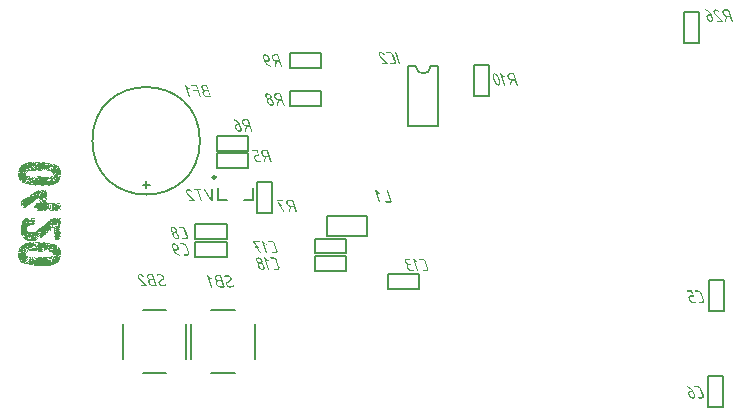
<source format=gbo>
G04*
G04 #@! TF.GenerationSoftware,Altium Limited,Altium Designer,20.0.10 (225)*
G04*
G04 Layer_Color=32896*
%FSLAX44Y44*%
%MOMM*%
G71*
G01*
G75*
%ADD10C,0.2500*%
%ADD11C,0.2000*%
%ADD12C,0.1500*%
G36*
X36002Y230963D02*
X36483Y230593D01*
X36558Y230778D01*
X37076Y230815D01*
X38224Y230519D01*
X38594Y230593D01*
X38891Y230667D01*
X39076Y230704D01*
X39113D01*
X39150D01*
X40076Y230889D01*
X41076Y230815D01*
X41372Y230741D01*
X41631Y230667D01*
X41779Y230630D01*
X41853Y230593D01*
X42112Y230445D01*
X42335Y230370D01*
X42483Y230333D01*
X42557D01*
X42853Y230222D01*
X43112Y230148D01*
X43298Y230111D01*
X43372D01*
X43557Y230148D01*
X44372Y230111D01*
X44520Y230074D01*
X45112Y230000D01*
X45260Y230037D01*
X45890Y229741D01*
X46186Y229630D01*
X46408Y229519D01*
X46593Y229408D01*
X46631Y229370D01*
X47408Y229259D01*
X47741Y229185D01*
X47964Y229074D01*
X48112Y228963D01*
X48149Y228889D01*
X47890Y228704D01*
X47705Y228519D01*
X47556Y228445D01*
X47482Y228408D01*
X46853Y228000D01*
X46593Y227778D01*
X46371Y227667D01*
X46186Y227593D01*
X46112D01*
X45927Y227371D01*
X45742Y227223D01*
X45594Y227111D01*
X45557Y227075D01*
X45334Y226889D01*
X45112Y226741D01*
X44964Y226667D01*
X44927Y226630D01*
X44779Y226482D01*
X44668Y226371D01*
X44594Y226297D01*
X44557Y226260D01*
X44594Y226223D01*
X44779Y226260D01*
X45742Y226889D01*
X46001Y227037D01*
X46186Y227186D01*
X46297Y227297D01*
X46334Y227334D01*
X46631Y227445D01*
X46853Y227556D01*
X47001Y227593D01*
X47075Y227630D01*
X47260Y227889D01*
X47445Y228074D01*
X47593Y228186D01*
X47630Y228223D01*
X48001Y227963D01*
X48038Y228148D01*
X48371Y228926D01*
X48445Y229000D01*
X48482Y229074D01*
X48519Y229111D01*
X48556D01*
X48593Y228926D01*
X48704Y228815D01*
X48778Y228778D01*
X48815Y228741D01*
X48964Y229111D01*
X49075Y229000D01*
X49149Y228852D01*
X49186Y228778D01*
Y228741D01*
X49445Y228408D01*
X49704Y228556D01*
X49149Y229111D01*
Y229370D01*
X49852Y229445D01*
X49963Y229259D01*
X49815Y229296D01*
X49667Y229333D01*
X49556D01*
X49519D01*
X49482Y229111D01*
X49667Y229074D01*
X49815Y228852D01*
X49889Y228630D01*
X49926Y228482D01*
Y228408D01*
X49815Y228223D01*
X49741Y228037D01*
X49704Y227889D01*
Y227852D01*
X49815Y227741D01*
X49556Y227037D01*
Y226704D01*
X49519Y226445D01*
X49482Y226260D01*
Y226186D01*
X49334Y225963D01*
X49186Y225778D01*
X49038Y225667D01*
X49001Y225630D01*
X49186Y225556D01*
X49223Y225519D01*
X49260D01*
X49149Y224853D01*
X49630Y225149D01*
X49593Y225408D01*
X49556Y225593D01*
X49519Y225704D01*
Y225741D01*
X49741Y225889D01*
X49556D01*
X49815Y226593D01*
X49963Y226778D01*
X50112Y226963D01*
X50223Y227111D01*
X50260Y227148D01*
X50445Y227593D01*
X50408Y227704D01*
X50371Y227741D01*
X50334Y227815D01*
X50186Y227556D01*
X50075Y227334D01*
X49963Y227186D01*
X49926Y227148D01*
X49852Y227223D01*
Y227260D01*
X50037Y227963D01*
X50260Y228148D01*
X50445Y228297D01*
X50593Y228371D01*
X50667Y228408D01*
X51037D01*
X51000Y228778D01*
X51223Y228704D01*
X51926Y228297D01*
X52408Y227741D01*
X52630Y227519D01*
X52815Y227334D01*
X52926Y227186D01*
X52963Y227148D01*
X53259Y226556D01*
X53296Y226371D01*
X53037Y226482D01*
X52889Y226593D01*
X52778Y226667D01*
X52741Y226704D01*
X52556Y226778D01*
X52630Y226593D01*
X52704Y226408D01*
X52778Y226334D01*
X52815Y226297D01*
Y226075D01*
X53296Y226186D01*
X53334Y225889D01*
X53704Y226075D01*
X53741Y225815D01*
X53815Y225593D01*
X53889Y225408D01*
X54000Y225297D01*
X54037Y225260D01*
X54630Y223630D01*
X55000Y221260D01*
X54889Y221149D01*
X54815Y221075D01*
X54741Y221001D01*
Y220371D01*
X54556Y220594D01*
X54519Y220668D01*
Y220705D01*
X54408Y221001D01*
X54296Y221223D01*
X54185Y221408D01*
X54148Y221445D01*
X54111Y222445D01*
X53889Y222631D01*
X53852Y222927D01*
X53741Y223112D01*
X53630Y223223D01*
X53593Y223260D01*
X53704Y223038D01*
X53778Y222816D01*
X53852Y222668D01*
X53889Y222631D01*
X54037Y222075D01*
X54074Y221631D01*
X54037Y221223D01*
X54111Y221112D01*
Y220964D01*
X54222Y220557D01*
X54111Y220371D01*
X53963Y220334D01*
X53815Y220297D01*
X53741Y220260D01*
X53704D01*
X53556Y220705D01*
X53296Y220779D01*
X53259Y220149D01*
X53370Y219890D01*
X53519Y219668D01*
X53630Y219520D01*
X53667Y219483D01*
X53741Y219149D01*
X53815Y218890D01*
X53889Y218742D01*
X53926Y218668D01*
X54037Y218223D01*
X54482Y218261D01*
X54370Y217964D01*
X54296Y217705D01*
X54222Y217557D01*
Y217483D01*
X54185Y217076D01*
X54148Y216779D01*
X54111Y216557D01*
Y216483D01*
X53963Y216224D01*
X53815Y216001D01*
X53704Y215890D01*
X53667Y215853D01*
X53445Y215631D01*
X53296Y215409D01*
X53222Y215261D01*
X53185Y215187D01*
X52371Y215150D01*
X52334Y215335D01*
X52259Y215298D01*
X52222Y215261D01*
X52186Y215224D01*
X51593Y215409D01*
X51482Y215224D01*
X51037Y215298D01*
X51000Y215557D01*
X50778Y215631D01*
X50593Y215668D01*
X50482D01*
X50445D01*
X50297Y215594D01*
X50408Y215483D01*
X50815Y215298D01*
X50297D01*
X49334Y215409D01*
X48556Y215705D01*
X48741Y215335D01*
X48334D01*
X48038Y215372D01*
X47816Y215409D01*
X47779D01*
X47741D01*
X47630Y215483D01*
X47519Y215520D01*
X47482D01*
X47445D01*
X47556Y215372D01*
X47667Y215261D01*
X47741Y215187D01*
X47779Y215150D01*
X48741Y215039D01*
X49260Y215113D01*
X49704Y215002D01*
X49852D01*
X49815Y214742D01*
X49963D01*
X49926Y215039D01*
X51186Y215002D01*
X51297Y215039D01*
X52000Y215002D01*
X52148Y214742D01*
X52630Y214928D01*
X52963Y214965D01*
X52889Y214742D01*
X52852Y214557D01*
X52778Y214446D01*
Y214409D01*
X51593Y213446D01*
X51334Y213261D01*
X51075Y213150D01*
X50926Y213113D01*
X50852Y213076D01*
X50556Y212965D01*
X50334Y212817D01*
X50186Y212706D01*
X50149Y212669D01*
X50037Y212558D01*
X49963Y212409D01*
X49889Y212335D01*
Y212298D01*
X49667Y212409D01*
X49593Y212446D01*
X49556Y212483D01*
X49371Y212854D01*
X49149Y212780D01*
X49112Y212706D01*
X49075D01*
X48927Y212335D01*
X49149Y212187D01*
X49223Y212150D01*
X49260Y212113D01*
X48482Y211854D01*
X48149Y211706D01*
X47890Y211632D01*
X47705Y211558D01*
X47630D01*
X47297Y211483D01*
X47038Y211409D01*
X46853Y211372D01*
X46779Y211335D01*
X45853Y211150D01*
X45483Y211076D01*
X45186Y211039D01*
X45001Y211002D01*
X44927D01*
X44557Y211039D01*
X44223Y211076D01*
X44038Y211113D01*
X43964Y211150D01*
X43409Y211706D01*
X43149Y211854D01*
X42890Y211965D01*
X42742Y212039D01*
X42668Y212076D01*
X42779Y211854D01*
X42890Y211706D01*
X43001Y211595D01*
X43038Y211558D01*
X43223Y211298D01*
X43038Y211372D01*
X42890Y211409D01*
X42816Y211446D01*
X42779Y211483D01*
X41890Y211521D01*
X42038Y211261D01*
X42112Y211150D01*
Y211113D01*
X41853Y211261D01*
X41668Y211409D01*
X41557Y211521D01*
X41520Y211595D01*
X41705Y212261D01*
X41853Y212187D01*
X41890Y212113D01*
X42038Y211558D01*
X42261Y211743D01*
X42372Y212113D01*
X42075Y212446D01*
X41779Y212558D01*
X41520Y212631D01*
X41335Y212669D01*
X41261D01*
X41001Y212483D01*
X40816Y212298D01*
X40742Y212150D01*
Y212076D01*
X40890Y211817D01*
X41076Y211632D01*
X41187Y211558D01*
X41261Y211521D01*
X41038Y211298D01*
X40816Y211187D01*
X40668Y211113D01*
X40594D01*
X40113D01*
X39964Y211150D01*
X39261Y211002D01*
X39039Y211039D01*
X38891Y211076D01*
X38779Y211113D01*
X38742D01*
X38224Y211002D01*
X37780Y211076D01*
X37706Y211224D01*
X37594Y211335D01*
X37557Y211372D01*
X37520Y211409D01*
X37261Y211187D01*
X36891Y211224D01*
X36595Y211261D01*
X36372Y211298D01*
X36335Y211335D01*
X36298D01*
X35706Y211558D01*
X35595Y211372D01*
X34632Y211298D01*
X34298Y211187D01*
X34002Y211150D01*
X33780Y211113D01*
X33743D01*
X33706D01*
X32706Y211187D01*
X32447Y211261D01*
X32225Y211372D01*
X32076Y211446D01*
X32039Y211483D01*
X31706Y211558D01*
X31447Y211632D01*
X31262Y211669D01*
X31188D01*
X30854Y211780D01*
X30595Y211854D01*
X30410Y211891D01*
X30336D01*
X30151Y211854D01*
X29299Y211891D01*
X29188Y211928D01*
X29040D01*
X28892Y211965D01*
X28595Y212039D01*
X28447Y211965D01*
X27744Y212261D01*
X27447Y212372D01*
X27225Y212483D01*
X27077Y212595D01*
X27003Y212631D01*
X26299Y212743D01*
X25966Y212817D01*
X25707Y212928D01*
X25559Y213039D01*
X25484Y213076D01*
X25707Y213298D01*
X25892Y213446D01*
X26040Y213557D01*
X26114Y213594D01*
X26373Y213706D01*
X26595Y213854D01*
X26744Y213965D01*
X26781Y214002D01*
X27040Y214187D01*
X27262Y214335D01*
X27410Y214409D01*
X27484D01*
X28077Y214853D01*
X28299Y215076D01*
X28484Y215224D01*
X28632Y215298D01*
X28706Y215335D01*
X29188Y215594D01*
X29040Y215779D01*
X28781Y215631D01*
X28595Y215520D01*
X28447Y215409D01*
X28410Y215372D01*
X27855Y215187D01*
X27818Y215113D01*
X27781Y215039D01*
X27595Y214928D01*
X27447Y214853D01*
X27373Y214816D01*
X27151Y214631D01*
X26892Y214520D01*
X26707Y214446D01*
X26670D01*
X26633D01*
X26151Y213854D01*
X25818Y213706D01*
X25855Y214039D01*
X25633D01*
X25522Y213743D01*
X25373Y213520D01*
X25299Y213372D01*
X25262Y213298D01*
X25188Y213150D01*
X25114Y213002D01*
X25077Y212928D01*
X25040Y212891D01*
X25003Y213113D01*
X24966Y213150D01*
Y213187D01*
X24744Y213113D01*
X24559Y213039D01*
X24448Y213002D01*
X24411D01*
X24299Y213261D01*
X24151Y213446D01*
X24003Y213520D01*
X23929Y213557D01*
X24040Y213335D01*
X24151Y213150D01*
X24225Y213039D01*
X24262Y213002D01*
X24411Y212743D01*
X24448Y212669D01*
Y212631D01*
X23929Y212520D01*
X23670Y212595D01*
X23485Y212706D01*
X23337Y212780D01*
X23300Y212817D01*
X23966Y212669D01*
X24040Y212743D01*
X24077Y212780D01*
Y212854D01*
X23855Y213076D01*
X23707Y213224D01*
X23596Y213372D01*
X23559Y213409D01*
X23707Y213668D01*
X23855Y213891D01*
X23929Y214039D01*
X23966Y214076D01*
X23818Y214187D01*
X24077Y215742D01*
X24225Y216001D01*
X24374Y216187D01*
X24522Y216261D01*
X24596Y216298D01*
X24411Y216446D01*
X24374Y216520D01*
X24337D01*
X24448Y217001D01*
X24337Y217076D01*
X24225Y216890D01*
X23818Y216853D01*
X24003Y216594D01*
X24040Y216520D01*
X24077Y216483D01*
X23892Y216298D01*
X23744Y216150D01*
X23596Y216076D01*
X23559Y216039D01*
X24040Y216113D01*
X23855Y215742D01*
X23707Y215483D01*
X23559Y215261D01*
X23411Y215150D01*
X23374Y215113D01*
X23077Y214335D01*
X23263Y214372D01*
X23411Y214446D01*
X23485Y214557D01*
X23522Y214594D01*
X23559Y214853D01*
X23707Y214816D01*
X23559Y214261D01*
X23411Y214002D01*
X23263Y213817D01*
X23151Y213706D01*
X23114Y213668D01*
X22892Y213631D01*
X22707Y213594D01*
X22559D01*
X22522D01*
Y213335D01*
X22559Y213261D01*
Y213224D01*
X22263Y213335D01*
X22003Y213446D01*
X21855Y213557D01*
X21818Y213594D01*
X21559Y213780D01*
X21374Y213928D01*
X21263Y214039D01*
X21226Y214076D01*
X21040Y214298D01*
X20892Y214446D01*
X20818Y214557D01*
X20781Y214594D01*
X20596Y214853D01*
X20485Y215076D01*
X20448Y215224D01*
Y215298D01*
X20226Y215409D01*
X20189Y215668D01*
X20411Y215594D01*
X20485Y215520D01*
X20522D01*
X20670Y215335D01*
X20781Y215224D01*
X20966Y215298D01*
X20818Y215483D01*
X20707Y215705D01*
X20559Y215816D01*
X20411Y215890D01*
X20374D01*
X20226Y215965D01*
X20115Y216076D01*
X20041Y216150D01*
Y216187D01*
X19930Y215928D01*
X19781Y216113D01*
X19707Y216298D01*
X19633Y216409D01*
Y216446D01*
X19448Y216705D01*
X19337Y216927D01*
X19300Y217113D01*
X19263Y217150D01*
Y217187D01*
X19115Y217483D01*
X19041Y217742D01*
X18967Y217890D01*
Y217964D01*
X18856Y218298D01*
X18781Y218557D01*
X18744Y218742D01*
Y218816D01*
X18411Y220742D01*
X18670Y220779D01*
Y221594D01*
X18856Y221371D01*
X18967Y221112D01*
X19041Y220964D01*
Y220890D01*
X19152Y220557D01*
X19226Y220260D01*
X19263Y220075D01*
Y220001D01*
X19337Y219668D01*
X19448Y219409D01*
X19485Y219261D01*
X19522Y219186D01*
X19596Y219001D01*
X19707Y218853D01*
X19781Y218779D01*
X19819Y218742D01*
X19856Y218779D01*
X19819Y218927D01*
Y219149D01*
X19670Y219335D01*
X19559Y219520D01*
X19485Y219668D01*
Y219705D01*
X19374Y220186D01*
X19448Y220668D01*
X19337Y221001D01*
X19300Y221297D01*
X19263Y221520D01*
Y221594D01*
X19448Y221668D01*
X19596Y221742D01*
X19707Y221779D01*
X19744D01*
X19819Y221483D01*
X19967Y221371D01*
X20078Y221297D01*
X20189Y221223D01*
X20226D01*
Y221594D01*
X20152Y221890D01*
X20078Y222149D01*
X19967Y222297D01*
X19930Y222371D01*
X19781Y222668D01*
X19707Y222927D01*
X19633Y223112D01*
Y223186D01*
X19485Y223482D01*
X19337Y223630D01*
X19189Y223741D01*
X19152Y223778D01*
X18967Y223704D01*
X19226Y224334D01*
X19263Y225260D01*
X19374Y225593D01*
X19485Y225815D01*
X19596Y226000D01*
X19633Y226038D01*
X19856Y226223D01*
X20041Y226408D01*
X20152Y226519D01*
X20189Y226556D01*
X20226Y226815D01*
X20966Y226852D01*
X21189Y226741D01*
X21374Y226704D01*
X21522Y226667D01*
X21596D01*
Y226630D01*
X21744D01*
X22374Y226704D01*
X22596Y226519D01*
X22818Y226408D01*
X23003Y226371D01*
X23040D01*
X23077D01*
X23226Y226445D01*
X23263Y226482D01*
X22781Y226704D01*
X23189D01*
X23522Y226667D01*
X23744Y226630D01*
X23781D01*
X23818D01*
X24151Y226556D01*
X24448Y226519D01*
X24633Y226445D01*
X24670D01*
X24707D01*
X24855Y226371D01*
X25188Y226297D01*
X24670Y226556D01*
X24707Y226667D01*
X25373D01*
X26188Y226556D01*
X25929Y226741D01*
X25707Y226852D01*
X25522Y226889D01*
X25447D01*
X24966Y226963D01*
X24485Y226889D01*
X24151Y226963D01*
X23929Y227075D01*
X23781Y227186D01*
X23744Y227223D01*
X23559Y227111D01*
X23411Y227037D01*
X23300Y226963D01*
X23263D01*
X23077Y227000D01*
X21633Y226963D01*
X21374Y227186D01*
X21078Y227148D01*
X20818Y227111D01*
X20670Y227075D01*
X20596D01*
X20633Y227334D01*
X20707Y227519D01*
X20781Y227667D01*
X20818Y227704D01*
X21040Y227889D01*
X21263Y228037D01*
X21411Y228111D01*
X21448Y228148D01*
X21670Y228371D01*
X21855Y228519D01*
X22003Y228630D01*
X22040Y228667D01*
X22337Y228815D01*
X22596Y228889D01*
X22744Y228963D01*
X22818D01*
X23114Y229111D01*
X23337Y229259D01*
X23485Y229333D01*
X23522Y229370D01*
X23633Y229593D01*
X23670Y229667D01*
Y229704D01*
X23818Y229630D01*
X23966Y229556D01*
X24040Y229519D01*
X24077Y229482D01*
X24225Y229148D01*
X24374Y229222D01*
X24485Y229296D01*
X24559Y229333D01*
X24596Y229370D01*
X24559Y229593D01*
X24485Y229778D01*
X24448Y229889D01*
X24411Y229926D01*
X24707Y230000D01*
X24966Y230111D01*
X25151Y230185D01*
X25225Y230222D01*
X25559Y230333D01*
X25818Y230370D01*
X26040Y230445D01*
X26077D01*
X26114D01*
X26929Y230667D01*
X28818Y231000D01*
X29188Y230963D01*
X29484Y230926D01*
X29706Y230889D01*
X29743Y230852D01*
X29780D01*
X30336Y230333D01*
X30595Y230148D01*
X30780Y230037D01*
X30928Y229963D01*
X31003Y229926D01*
X31188D01*
X30780Y230408D01*
X30595Y230593D01*
X30558Y230667D01*
Y230704D01*
X30706Y230667D01*
X30854Y230593D01*
X30928Y230556D01*
X30965Y230519D01*
X31669Y230408D01*
X31706Y230148D01*
X31817Y229926D01*
X31891Y229778D01*
X31928Y229741D01*
X32002Y229519D01*
X32150Y229408D01*
X32262Y229333D01*
X32336Y229296D01*
Y229111D01*
X32299Y228963D01*
X32336Y228593D01*
X32521Y228519D01*
X32558Y228667D01*
X32484Y229259D01*
X32669Y229296D01*
X32521Y229667D01*
X32595Y229704D01*
X32632Y229741D01*
X32928Y229704D01*
X33150Y229852D01*
X33336Y230037D01*
X33410Y230148D01*
X33447Y230222D01*
X32558Y230445D01*
X32743Y230667D01*
X32928Y230778D01*
X33039Y230852D01*
X33113Y230889D01*
X33965Y230852D01*
X34595Y231000D01*
X35039Y230889D01*
X35817Y231000D01*
X36002Y230963D01*
D02*
G37*
G36*
X42261Y230519D02*
X42186Y230667D01*
Y230704D01*
X42372D01*
X42261Y230519D01*
D02*
G37*
G36*
X32817Y230148D02*
X32965Y230037D01*
X33076Y229926D01*
X33113Y229889D01*
X32669D01*
X32558Y230259D01*
X32817Y230148D01*
D02*
G37*
G36*
X31817Y230852D02*
X32076Y230704D01*
X32225Y230630D01*
X32299Y230593D01*
X32150Y230037D01*
X32225Y229963D01*
X32299Y229926D01*
X32336Y229852D01*
X32076Y229963D01*
X31928Y230111D01*
X31817Y230222D01*
X31780Y230259D01*
X31706Y230556D01*
X31632Y230778D01*
X31558Y230926D01*
X31521Y230963D01*
X31817Y230852D01*
D02*
G37*
G36*
X47556Y229667D02*
Y229445D01*
X47371Y229482D01*
X47260Y229593D01*
X47223Y229667D01*
Y229704D01*
X47556Y229667D01*
D02*
G37*
G36*
X48519Y229519D02*
X48704Y229482D01*
X48815Y229408D01*
X48889Y229333D01*
X48927Y229296D01*
X48297D01*
X48149Y229370D01*
X48038Y229482D01*
X47964Y229519D01*
X47927Y229556D01*
X48519Y229519D01*
D02*
G37*
G36*
X50186Y228926D02*
X50210Y228877D01*
X49963Y229000D01*
X50186Y228926D01*
D02*
G37*
G36*
X50260Y228852D02*
X50223D01*
X50210Y228877D01*
X50260Y228852D01*
D02*
G37*
G36*
X50667Y228778D02*
X50482Y228704D01*
X50334Y228667D01*
X50297D01*
X50482Y228815D01*
X50667Y228889D01*
X50815Y228926D01*
X50852D01*
X50667Y228778D01*
D02*
G37*
G36*
X18559Y226075D02*
Y225741D01*
X18522Y225482D01*
X18485Y225334D01*
Y225260D01*
X18411Y226186D01*
X18559Y226075D01*
D02*
G37*
G36*
X19300Y223223D02*
X19670Y222297D01*
X19744Y222186D01*
X19559Y221890D01*
X19374Y221964D01*
X19226Y222038D01*
X19152Y222075D01*
X19115Y222112D01*
X19041Y222297D01*
X19004Y222445D01*
X18930Y222556D01*
Y222593D01*
X18893Y222816D01*
X18856Y223001D01*
Y223186D01*
X18967Y223593D01*
X19300Y223223D01*
D02*
G37*
G36*
X54556Y219149D02*
X54519Y218557D01*
X54482Y218372D01*
X54037Y219001D01*
X53926Y219557D01*
X53815Y219705D01*
X53741Y219816D01*
X53704Y219927D01*
Y219964D01*
X53889Y220038D01*
X54074Y220075D01*
X54185Y220112D01*
X54222D01*
X54556Y219149D01*
D02*
G37*
G36*
X23003Y213113D02*
X22966Y213039D01*
X22929D01*
X22744Y213113D01*
X22707Y213150D01*
Y213187D01*
X22892Y213261D01*
X23040Y213298D01*
X23151D01*
X23189D01*
X23003Y213113D01*
D02*
G37*
G36*
X23559Y213002D02*
X23448Y213076D01*
X23374Y213113D01*
X23300Y213150D01*
Y213187D01*
X23559Y213002D01*
D02*
G37*
G36*
X25447Y212631D02*
X25559Y212520D01*
X25633Y212483D01*
X25670Y212446D01*
X25077Y212483D01*
X24892Y212520D01*
X24744Y212595D01*
X24670Y212669D01*
X24633Y212706D01*
X25262D01*
X25447Y212631D01*
D02*
G37*
G36*
X26410Y212520D02*
Y212298D01*
X26262Y212335D01*
X26151Y212446D01*
X26114Y212520D01*
Y212558D01*
X26410Y212520D01*
D02*
G37*
G36*
X31558Y211409D02*
X31484Y211372D01*
X31447Y211335D01*
X31410D01*
X31595Y211483D01*
X31558Y211409D01*
D02*
G37*
G36*
X41446Y207040D02*
X41150Y206928D01*
Y207299D01*
X41520D01*
X41446Y207040D01*
D02*
G37*
G36*
X40779D02*
X40890Y206891D01*
X40964Y206743D01*
Y206706D01*
X40816Y206854D01*
X40705Y207003D01*
X40631Y207114D01*
X40594Y207151D01*
X40779Y207040D01*
D02*
G37*
G36*
X37113Y206817D02*
X37150Y206743D01*
Y206669D01*
X37076Y206743D01*
X37039Y206817D01*
Y206891D01*
X37113Y206817D01*
D02*
G37*
G36*
X40298Y207262D02*
X40255Y207219D01*
X40446Y207114D01*
X40372Y206891D01*
X40298Y206743D01*
X40261Y206632D01*
Y206595D01*
X40705Y206484D01*
X40853Y206373D01*
X41001Y206299D01*
X41112Y206225D01*
X41150D01*
X41853D01*
X42186Y206003D01*
X42668Y205817D01*
X43334Y205743D01*
X43223Y205558D01*
X43149Y205373D01*
X43075Y205299D01*
X43038Y205262D01*
X42927Y205077D01*
X42890Y204929D01*
X42853Y204818D01*
Y204781D01*
X43075Y204966D01*
X43112Y205040D01*
X43149Y205077D01*
X43223Y204892D01*
X43260Y204743D01*
Y204595D01*
X43223Y203929D01*
X43038Y204040D01*
X43186Y204299D01*
X43038Y204484D01*
X43001Y204521D01*
X42964Y204558D01*
Y204299D01*
X42816Y204151D01*
X42742Y204114D01*
X42853Y204003D01*
X43001Y203484D01*
X43075Y203373D01*
X43112Y203336D01*
X43149Y203299D01*
X43186D01*
X43149Y203521D01*
X43223Y203669D01*
X43260Y203744D01*
Y203447D01*
X43186Y203225D01*
X43112Y203077D01*
X43075Y202966D01*
X43038Y202929D01*
X43001Y202373D01*
X42816Y202336D01*
X42890Y201966D01*
X42705Y201855D01*
X42557Y201781D01*
X42446Y201744D01*
X42409D01*
X42224Y201707D01*
X42298Y201448D01*
X42890Y201336D01*
X42742Y201225D01*
X42594Y201188D01*
X42483Y201151D01*
X42446D01*
X41705D01*
X41483Y201188D01*
X41298Y201225D01*
X41150D01*
X41112D01*
X39039Y201336D01*
X38483Y201448D01*
X37965Y201373D01*
X36706Y201559D01*
X36595Y201781D01*
X36558Y201929D01*
X36520Y202077D01*
Y202114D01*
X37039Y202262D01*
X36965Y202373D01*
X36891Y202447D01*
Y202558D01*
X36854Y203040D01*
X37039Y203077D01*
X37631Y203151D01*
X37706Y203299D01*
X37631Y203336D01*
X37335Y203299D01*
X36928Y203336D01*
X37039Y203595D01*
X37187Y203892D01*
X37039Y203744D01*
X37002Y203706D01*
X36965D01*
Y203892D01*
X37150Y204040D01*
X37187Y204114D01*
X37224D01*
Y203947D01*
X37187Y203892D01*
X37224Y203929D01*
Y203947D01*
X37261Y204003D01*
Y204040D01*
X37631Y204373D01*
X37854Y204818D01*
X38039Y205373D01*
X38409Y205706D01*
X38520Y205743D01*
X38594Y205817D01*
X38631Y205891D01*
Y205928D01*
X38557Y205966D01*
X38594Y206188D01*
X38853Y206225D01*
X39039Y206114D01*
X39113Y206188D01*
X39039Y206336D01*
X38594Y206521D01*
X38557Y206706D01*
X38483Y206817D01*
X38409Y206891D01*
X38372Y206928D01*
X38261Y206780D01*
X38187Y206632D01*
X38113Y206558D01*
X38076Y206521D01*
X38002Y206558D01*
X37965Y206595D01*
Y206669D01*
X38113Y206743D01*
X38187Y206780D01*
X38076Y206928D01*
X37965Y207076D01*
X37891Y207114D01*
X37854Y207151D01*
X37631Y207299D01*
X38742D01*
X38891Y207225D01*
X39039Y207188D01*
X39113Y207114D01*
X39150D01*
X39224Y206965D01*
X39594Y207114D01*
X39890Y207151D01*
X39742Y206891D01*
X39557Y206632D01*
X39520Y206558D01*
Y206521D01*
X39705Y206558D01*
X39816Y206632D01*
X39890Y206669D01*
X39927Y206706D01*
X40039Y206854D01*
X40113Y206965D01*
X40150Y207076D01*
Y207114D01*
X40255Y207219D01*
X40113Y207299D01*
X40298Y207262D01*
D02*
G37*
G36*
X37594Y206410D02*
X37298Y206521D01*
X37631Y206595D01*
X37594Y206410D01*
D02*
G37*
G36*
X38446Y206447D02*
X38483Y206373D01*
X38409Y206447D01*
X38372Y206484D01*
Y206521D01*
X38446Y206447D01*
D02*
G37*
G36*
X42261Y207114D02*
X42816Y206891D01*
X43001Y206743D01*
X43149Y206632D01*
X43223Y206558D01*
X43260Y206521D01*
Y206336D01*
X43001Y206484D01*
X42927Y206521D01*
X42890Y206558D01*
X42742Y206410D01*
X42594Y206336D01*
X42483Y206299D01*
X42446D01*
X42224Y206373D01*
X42038Y206447D01*
X41927Y206484D01*
X41890Y206521D01*
X41298Y206558D01*
X41631Y207040D01*
X41668Y207151D01*
X42261Y207114D01*
D02*
G37*
G36*
X35780Y207188D02*
X35965Y207076D01*
X36113Y207003D01*
X36150Y206965D01*
X36298Y207076D01*
X36335Y207114D01*
X36372D01*
X36743Y206743D01*
X36965Y206558D01*
X37150Y206410D01*
X37298Y206336D01*
X37335Y206299D01*
X38409D01*
X38261Y206040D01*
X38150Y205854D01*
X38039Y205743D01*
X38002Y205706D01*
X37631Y205003D01*
X37483Y204781D01*
X37298Y204632D01*
X37150Y204521D01*
X37113Y204484D01*
X37002Y204595D01*
X36928Y204632D01*
X36817Y204484D01*
X36743Y204336D01*
X36706Y204225D01*
Y204188D01*
X36632Y203855D01*
X36520Y203595D01*
X36483Y203410D01*
X36446Y203336D01*
X36335Y203040D01*
X36261Y202818D01*
X36187Y202670D01*
Y202596D01*
X36002Y202447D01*
X35854Y202336D01*
X35743Y202299D01*
X35706Y202262D01*
X35669Y202447D01*
X34817Y202670D01*
X34595Y202818D01*
X34558Y202855D01*
X34521D01*
X34224Y202596D01*
X33928Y202633D01*
X33669Y202670D01*
X33521Y202707D01*
X33447Y202744D01*
X33298Y202670D01*
X31669Y202892D01*
X31336Y202781D01*
X31040Y202744D01*
X30854Y202707D01*
X30780D01*
X30484D01*
X30262Y202670D01*
X30114D01*
X30040D01*
X30077Y202447D01*
X31114Y202484D01*
X31410Y202558D01*
X31669Y202596D01*
X31854D01*
X31891D01*
X31928D01*
X32891Y202521D01*
X33187Y202484D01*
X33410Y202410D01*
X33558Y202336D01*
X33595Y202299D01*
Y202188D01*
X33632Y202114D01*
X33669Y202077D01*
X33706D01*
X34076Y202188D01*
X34224Y202003D01*
X34409Y202114D01*
X34521Y202225D01*
X34595Y202299D01*
X34632Y202336D01*
X35558Y202188D01*
X36113Y202003D01*
X35965Y201781D01*
X35521Y201522D01*
X35409Y201781D01*
X35076Y201670D01*
X34817Y201596D01*
X34669Y201559D01*
X34595D01*
X33632Y201633D01*
X33298Y201707D01*
X33002Y201744D01*
X32817D01*
X32743D01*
X31743Y201781D01*
X31558Y201818D01*
X31706Y201670D01*
X31854Y201559D01*
X32002Y201485D01*
X32039Y201448D01*
X32891Y201336D01*
X34002D01*
X35002Y201373D01*
X35187Y201411D01*
X35928Y201336D01*
X36261Y201373D01*
X36187Y201151D01*
X36113Y201040D01*
X36002Y200966D01*
X35965Y200929D01*
X35817Y200818D01*
X35669Y200744D01*
X35558Y200670D01*
X35521D01*
X35372Y200966D01*
X35224Y201077D01*
X35150Y201114D01*
X35224Y200929D01*
X35298Y200781D01*
X35335Y200707D01*
X35372Y200670D01*
X35521Y200485D01*
X35039Y200225D01*
X34447Y199707D01*
X34224Y199559D01*
X34039Y199411D01*
X33928Y199263D01*
X33891Y199226D01*
X33669Y199040D01*
X33521Y198855D01*
X33410Y198744D01*
X33373Y198707D01*
X33076Y198559D01*
X32854Y198448D01*
X32706Y198337D01*
X32669Y198300D01*
X32484Y198078D01*
X32262Y197966D01*
X32113Y197892D01*
X32076Y197855D01*
X31891Y197633D01*
X31706Y197485D01*
X31558Y197374D01*
X31521Y197337D01*
X31299Y197189D01*
X31114Y197078D01*
X31003Y196966D01*
X30965Y196929D01*
X30780Y196707D01*
X30632Y196522D01*
X30558Y196374D01*
X30521Y196337D01*
X30225Y196226D01*
X29966Y196115D01*
X29817Y196041D01*
X29780Y196004D01*
X29669Y195893D01*
X29595Y195819D01*
X29521Y195781D01*
X29484D01*
X29558Y196226D01*
Y196263D01*
X29447D01*
X29299Y196189D01*
X29262Y196041D01*
X29299Y195633D01*
X29077Y195411D01*
X28855Y195300D01*
X28706Y195226D01*
X28669Y195189D01*
X28484Y194967D01*
X28299Y194819D01*
X28151Y194708D01*
X28114Y194670D01*
X27855Y194522D01*
X27669Y194374D01*
X27521Y194263D01*
X27484Y194226D01*
X25596Y192967D01*
X25336Y192782D01*
X25114Y192671D01*
X24966Y192597D01*
X24892Y192560D01*
X24151Y192226D01*
X23744Y191930D01*
X23633Y192041D01*
X23744Y192226D01*
X23781Y192411D01*
X23855Y192523D01*
Y192560D01*
X24225Y192374D01*
X24151Y192486D01*
X24077Y192560D01*
X24003Y192634D01*
X23966D01*
X23485Y192893D01*
X23337Y192745D01*
X23411Y192597D01*
X23485Y192448D01*
X23522Y192374D01*
X23559Y192337D01*
X23300D01*
X23226Y192374D01*
X23189D01*
X23151Y192523D01*
X23114Y192671D01*
X23077Y192745D01*
Y192782D01*
X23226Y192967D01*
X23300Y193041D01*
Y193078D01*
X23077D01*
X23151Y193300D01*
X23226Y193448D01*
X23263Y193559D01*
X23300Y193596D01*
X23151Y193559D01*
X23040Y193485D01*
X22966Y193411D01*
X22929Y193374D01*
X22892Y193782D01*
X22670Y193745D01*
X22485Y193671D01*
X22374Y193596D01*
X22337Y193559D01*
X21818Y193485D01*
X21559Y193671D01*
X21300Y193522D01*
X21078Y193374D01*
X20929Y193263D01*
X20892Y193226D01*
X20818Y193152D01*
X20781Y193115D01*
Y193374D01*
X20855Y193485D01*
X20781Y193671D01*
Y196004D01*
X20855Y196152D01*
X20966Y196337D01*
X21115Y196411D01*
X21152Y196448D01*
X21189D01*
X21078Y196522D01*
X20781Y196448D01*
Y197003D01*
X20818Y197300D01*
X21522Y197337D01*
X21559Y197485D01*
X20855Y197374D01*
X20781Y197485D01*
Y198374D01*
X21559Y198670D01*
X21374Y198078D01*
X21522Y198114D01*
X21670Y198189D01*
X21818Y198337D01*
X21892Y198485D01*
X21929Y198522D01*
Y198559D01*
X21670Y198892D01*
X22115Y199040D01*
X22374Y199151D01*
X22596Y199263D01*
X22744Y199374D01*
X22781Y199411D01*
X23003Y199670D01*
X23151Y199596D01*
X23263Y199559D01*
X23337Y199485D01*
X23374D01*
X23485Y199633D01*
X23522Y199707D01*
X23559D01*
X23744Y199892D01*
X23929Y200040D01*
X24040Y200114D01*
X24077Y200151D01*
X24299Y200262D01*
X24485Y200299D01*
X24633Y200373D01*
X24670D01*
X24892Y200336D01*
X25003Y200299D01*
X25040D01*
X25003Y200781D01*
X25188Y200707D01*
X25225Y200633D01*
X25262D01*
X25596Y200262D01*
X25373Y200188D01*
X25299Y200003D01*
X25781D01*
X25818Y200040D01*
X25781Y200225D01*
X25929Y200485D01*
X26040Y200670D01*
X26151Y200818D01*
X26188Y200855D01*
X26410Y201040D01*
X26595Y201188D01*
X26744Y201299D01*
X26781Y201336D01*
X26929Y201633D01*
X27521Y201596D01*
X27595Y201485D01*
X27669Y201411D01*
X27706Y201336D01*
Y201299D01*
X27818D01*
X27929Y201336D01*
X28003Y201373D01*
X28040Y201411D01*
X27855Y201522D01*
X27818Y201559D01*
X27781D01*
X27892Y201707D01*
X28225Y201559D01*
X28447Y201522D01*
X28595Y201596D01*
X29262Y201559D01*
X29410Y201522D01*
X30077Y201559D01*
X30373Y201707D01*
X30521Y201596D01*
X30632Y201522D01*
X30743Y201448D01*
X30780D01*
X30928Y201188D01*
X31077Y200966D01*
X31114Y200818D01*
X31151Y200744D01*
X31299Y200818D01*
X31410Y200929D01*
X31484Y201003D01*
X31521Y201040D01*
X32126Y201147D01*
X32113Y201151D01*
X31854Y201225D01*
X31669Y201299D01*
X31595D01*
X31336Y201448D01*
X31151Y201559D01*
X31003Y201633D01*
X30928D01*
X30447Y201781D01*
X27929Y201892D01*
X27633Y201929D01*
X27373Y202003D01*
X27225Y202077D01*
X27151Y202114D01*
X27781Y202521D01*
X28521Y202744D01*
X28706Y203003D01*
X28892Y203151D01*
X29040Y203188D01*
X29077Y203225D01*
X29114D01*
X29336Y203410D01*
X29521Y203558D01*
X29632Y203669D01*
X29669Y203706D01*
X29966Y203855D01*
X30225Y203929D01*
X30373Y204003D01*
X30447D01*
X30632Y204225D01*
X30817Y204410D01*
X30928Y204558D01*
X30965Y204595D01*
X31114Y204558D01*
X31225Y204521D01*
X31299Y204484D01*
X31336D01*
X31706Y204632D01*
X31928Y204781D01*
X32113Y204929D01*
X32262Y205040D01*
X32299Y205077D01*
X32225Y205262D01*
X32188Y205299D01*
Y205336D01*
X32373Y205225D01*
X32521Y205151D01*
X32595Y205077D01*
X32632Y205040D01*
X32780Y205114D01*
X32928Y205188D01*
X33076Y205225D01*
X33113D01*
X33447Y205188D01*
X33076Y205928D01*
X33447Y205743D01*
X33521Y206003D01*
X34002Y205743D01*
X34372Y205632D01*
X34409Y205891D01*
X34150D01*
X33928Y206077D01*
X33854Y206114D01*
X33817Y206151D01*
X33928Y206299D01*
X33965Y206373D01*
X34002D01*
X34224Y206558D01*
X34409Y206743D01*
X34521Y206854D01*
X34558Y206891D01*
X35298Y207225D01*
X35558Y207262D01*
X35521Y207299D01*
X35780Y207188D01*
D02*
G37*
G36*
X36558Y202558D02*
X36483Y202521D01*
X36298Y202596D01*
X36446Y202707D01*
X36483Y202744D01*
X36520D01*
X36558Y202558D01*
D02*
G37*
G36*
X26225Y201299D02*
X26077Y201336D01*
X26040Y201373D01*
X26225Y201299D01*
D02*
G37*
G36*
X25373Y200966D02*
X25410Y200929D01*
X25447Y200855D01*
X25336Y201003D01*
X25373Y200966D01*
D02*
G37*
G36*
X36261Y200373D02*
X36113Y200448D01*
X36076Y200485D01*
X36261Y200633D01*
Y200373D01*
D02*
G37*
G36*
X38335Y201188D02*
X38594Y201151D01*
X38779D01*
X38816D01*
X38853D01*
X40853D01*
X42409Y200855D01*
X42557Y201114D01*
X42779Y200892D01*
X42816Y200818D01*
X42853Y200781D01*
X42964Y200633D01*
X42779Y200596D01*
X42890Y200225D01*
X42964Y200040D01*
X42483Y200188D01*
X42631Y200077D01*
X42779Y199966D01*
X42853Y199929D01*
X42890Y199892D01*
X42816Y199744D01*
X42779Y199707D01*
X42705Y199781D01*
X42668Y199818D01*
X42446Y199707D01*
X42557Y199522D01*
X42594Y199485D01*
X42631D01*
X42779Y199337D01*
X42816Y199263D01*
X42298Y199337D01*
X41594Y199596D01*
X41409Y199670D01*
X41261Y199744D01*
X41187Y199781D01*
X41150Y199818D01*
X41076D01*
X41112Y199633D01*
X40779Y199522D01*
X40520Y199485D01*
X40372Y199448D01*
X40298D01*
X40076Y199411D01*
X40298Y199226D01*
X40779Y199263D01*
X41150D01*
X41038Y199151D01*
X40890Y199077D01*
X40816Y199003D01*
X40779D01*
X40520Y198892D01*
X40150Y199003D01*
X40002Y198929D01*
X39853Y199040D01*
X39705Y199077D01*
X39594Y199114D01*
X39557D01*
X39520Y198892D01*
X39113Y198707D01*
X39187Y198448D01*
X39409Y198559D01*
X39594Y198633D01*
X39742Y198707D01*
X39779D01*
X39705Y198300D01*
X39890Y198411D01*
X39927Y198448D01*
X39964Y198485D01*
Y198670D01*
X40705Y198707D01*
X41631Y198633D01*
X41927Y198596D01*
X42186Y198559D01*
X42372Y198485D01*
X42446D01*
X41631Y197781D01*
X41816Y197559D01*
X41927Y197337D01*
X42261Y197485D01*
X42038Y197522D01*
X42186Y197670D01*
X42298Y197781D01*
X42372Y197855D01*
X42409Y197892D01*
X42631Y197707D01*
X42742Y197559D01*
X42816Y197448D01*
X42853Y197411D01*
X42631Y197337D01*
X42594D01*
X42557D01*
X42631Y197189D01*
X42668Y197078D01*
X42705Y197003D01*
X42742Y196966D01*
X42890Y196781D01*
X42964Y196707D01*
Y196670D01*
X42594Y196744D01*
X42816Y196596D01*
X43001Y196485D01*
X43149Y196448D01*
X43186Y196411D01*
X44038Y196263D01*
X44964Y196337D01*
X45075Y196152D01*
X45297Y196189D01*
X45445Y196226D01*
X45594Y196263D01*
X45631D01*
X45853Y196152D01*
X45964Y196004D01*
X46038Y195893D01*
X46075Y195856D01*
X46223Y195781D01*
X46371Y195744D01*
X46445Y195707D01*
X46482D01*
X46408Y196041D01*
X46186Y196300D01*
X46112Y196374D01*
X46075Y196411D01*
X46334Y196448D01*
X46853D01*
X46890Y196004D01*
Y195819D01*
X46853Y195707D01*
X46779Y194226D01*
X46705Y194078D01*
X46667Y193967D01*
Y193856D01*
X46705Y193485D01*
Y192523D01*
X46593Y191634D01*
X46556Y191374D01*
X46519Y191152D01*
X46482Y191004D01*
Y190930D01*
X46408Y190745D01*
X46297Y190560D01*
X46223Y190486D01*
X46186Y190449D01*
X46519Y190041D01*
X46297Y189967D01*
Y189782D01*
X46149Y189893D01*
X46038Y189967D01*
X45964Y190041D01*
X45927Y190078D01*
X45742Y189930D01*
X45557Y189819D01*
X45408Y189782D01*
X45371Y189745D01*
Y189930D01*
X45483Y190004D01*
X45557Y190041D01*
X45631Y190078D01*
Y190115D01*
X45445Y190486D01*
X45038Y190523D01*
X45112Y190338D01*
X45149Y190264D01*
X45334Y190152D01*
X45186Y190041D01*
X44964Y190115D01*
X44927Y190152D01*
X44890D01*
X44705Y190338D01*
X44334Y190152D01*
X44594Y190856D01*
X44705Y191115D01*
X44816Y191337D01*
X44927Y191448D01*
X44964Y191486D01*
X44853Y191745D01*
X44705Y191893D01*
X44557Y191967D01*
X44520Y192004D01*
X44483Y192411D01*
X44594Y192782D01*
Y193115D01*
X44446Y193004D01*
X44334Y192930D01*
X44260Y192856D01*
X44223Y192819D01*
X44186Y192708D01*
X44223Y191263D01*
X44149Y191152D01*
X44112Y191115D01*
X44075Y191448D01*
X44001Y191708D01*
X43927Y191856D01*
X43890Y191930D01*
X43816Y192152D01*
X43779Y192374D01*
X43742Y192523D01*
Y192560D01*
X43853Y192819D01*
X43964Y192967D01*
X44075Y193078D01*
X44112Y193115D01*
X43927Y193263D01*
X43779Y193374D01*
X43631Y193411D01*
X43594D01*
X43520Y193226D01*
X43446Y193078D01*
X43409Y192967D01*
Y192930D01*
X43372Y192893D01*
X43409Y192782D01*
X43446Y192078D01*
X43594Y191448D01*
X43520Y191374D01*
X43409Y191115D01*
X43372Y190893D01*
X43334Y190745D01*
Y190671D01*
X43223Y190264D01*
X42964Y190338D01*
X42890Y190375D01*
X42853Y190412D01*
X42631Y190523D01*
X42446Y190671D01*
X42335Y190782D01*
X42298Y190819D01*
X42224Y191078D01*
X42112Y190819D01*
X42075Y190745D01*
Y190708D01*
X42409Y190078D01*
X42446Y189745D01*
X42038Y189708D01*
X42150Y189893D01*
X42186Y189930D01*
Y189967D01*
X42075Y189893D01*
X42001Y189782D01*
X41927Y189745D01*
Y189708D01*
X41668Y189597D01*
X41446Y189560D01*
X41298Y189523D01*
X41224D01*
X41335Y189745D01*
X41446Y189893D01*
X41557Y190004D01*
X41594Y190041D01*
X41335Y189930D01*
X41187Y189782D01*
X41076Y189634D01*
X41038Y189597D01*
X40779Y189523D01*
X40705Y189486D01*
X40668D01*
X40409Y189560D01*
X40335D01*
X40298D01*
X39372Y189597D01*
X39113Y189486D01*
X39002Y189597D01*
X38853Y189671D01*
X38779Y189708D01*
X38742D01*
X37520Y189523D01*
X37335Y189930D01*
X36743Y189893D01*
X35965Y189708D01*
X35891Y189819D01*
Y189893D01*
X36187Y190301D01*
X36409Y190486D01*
X36595Y190597D01*
X36743Y190671D01*
X36817Y190708D01*
X36854Y190856D01*
X36669Y190819D01*
X36298Y190671D01*
X36113Y190486D01*
X35928Y190375D01*
X35780Y190301D01*
X35743Y190264D01*
X35187Y189782D01*
X34632D01*
X34558Y190115D01*
X34595Y190375D01*
X34669Y190597D01*
X34743Y190745D01*
X34780Y190782D01*
X35150Y190523D01*
X35372Y190708D01*
X35558Y190819D01*
X35706Y190893D01*
X35780D01*
X35669Y191078D01*
X35558Y191189D01*
X35409Y191263D01*
X35372D01*
X35447Y191411D01*
X35484Y191486D01*
X35521D01*
X35372Y191967D01*
X35187Y192041D01*
X35113Y191486D01*
X34891Y191523D01*
X34706Y191560D01*
X34595Y191597D01*
X34558D01*
X34372Y192004D01*
X34150Y191782D01*
X33669Y191856D01*
X33373Y192523D01*
X33298Y192152D01*
X33187Y192300D01*
X33150Y192411D01*
X33113Y192523D01*
Y192560D01*
X33076Y192745D01*
X32891Y192671D01*
X32743Y192597D01*
X32669Y192523D01*
X32632D01*
X32262Y192263D01*
X32336Y192597D01*
X32225Y192856D01*
X32076Y193004D01*
X31965Y193115D01*
X31928Y193152D01*
X31780Y193411D01*
X31706Y193671D01*
X31669Y193819D01*
Y193893D01*
X31928Y193856D01*
X32002D01*
X32039D01*
X31891Y193411D01*
X32854Y194374D01*
X33002Y194596D01*
X33113Y194819D01*
X33224Y194967D01*
X33261Y195004D01*
X33373Y194781D01*
X33410Y194744D01*
Y194708D01*
X33669Y194930D01*
X33447Y195448D01*
X33521Y195819D01*
X33669Y195744D01*
X33780Y195707D01*
X33854Y195633D01*
X33891D01*
X33965Y195485D01*
X34002Y195374D01*
X34039Y195337D01*
X34076Y195300D01*
X34150Y195522D01*
X34187Y195596D01*
Y195633D01*
X34076Y195967D01*
X34224Y195930D01*
X34335Y195856D01*
X34372Y195819D01*
X34409Y195781D01*
X34521Y195670D01*
X34632Y195596D01*
X34706Y195522D01*
X34743D01*
X34780Y195856D01*
X34817Y196004D01*
X35076Y195930D01*
X35261Y195893D01*
X35409Y195819D01*
X35484D01*
X35409Y195707D01*
X35372Y195596D01*
Y195485D01*
X35484Y195448D01*
X35780Y195522D01*
X35965Y196189D01*
X36261Y196004D01*
X36743D01*
X36891Y196781D01*
Y197781D01*
X36706Y198485D01*
X36928Y200077D01*
X36669Y200781D01*
X36595Y201040D01*
X36558Y201151D01*
Y201188D01*
X37039Y201225D01*
X38002D01*
X38335Y201188D01*
D02*
G37*
G36*
X35780Y199855D02*
X35743Y199892D01*
X35669Y199929D01*
Y200003D01*
X35780Y199855D01*
D02*
G37*
G36*
X36187Y199966D02*
X36261Y199892D01*
X36298Y199818D01*
Y199781D01*
X36113Y199707D01*
X36076Y200077D01*
X36187Y199966D01*
D02*
G37*
G36*
X35558Y199707D02*
X35409Y199522D01*
X35372Y199448D01*
X35335D01*
Y199781D01*
X35558Y199707D01*
D02*
G37*
G36*
X35224Y199337D02*
X35261Y199300D01*
X35298Y199263D01*
X35150Y199337D01*
X35076Y199448D01*
X35002Y199485D01*
Y199522D01*
X35224Y199337D01*
D02*
G37*
G36*
X41520Y199151D02*
X41446Y199114D01*
X41261Y199226D01*
X41594Y199300D01*
X41520Y199151D01*
D02*
G37*
G36*
X42372Y198855D02*
X42520Y198818D01*
X42557D01*
X42409Y198707D01*
X42001Y198892D01*
X42224D01*
X42372Y198855D01*
D02*
G37*
G36*
X34817Y199300D02*
X34743Y199151D01*
X34669Y199003D01*
X34632Y198929D01*
X34595Y198892D01*
X34521Y198670D01*
X34298Y198744D01*
X34261Y198781D01*
X34224Y198818D01*
X34595Y199114D01*
X34558Y199411D01*
X34817Y199300D01*
D02*
G37*
G36*
X33854Y198781D02*
X33928Y198744D01*
X33965Y198670D01*
X33854Y198744D01*
X33817Y198781D01*
X33780Y198818D01*
Y198855D01*
X33854Y198781D01*
D02*
G37*
G36*
X33780Y198151D02*
X33632Y198263D01*
X33521Y198374D01*
X33484Y198485D01*
Y198522D01*
X33706D01*
X33780Y198151D01*
D02*
G37*
G36*
X33521Y198114D02*
X33410Y198003D01*
X33076Y197707D01*
X32928Y197744D01*
X32854Y197855D01*
X32817Y197929D01*
Y197966D01*
X33224Y198078D01*
X33298Y198151D01*
X33336D01*
X33373D01*
X33521Y198114D01*
D02*
G37*
G36*
X32595Y197633D02*
X32669Y197596D01*
Y197559D01*
X32558Y197633D01*
X32484Y197707D01*
X32447Y197744D01*
Y197781D01*
X32595Y197633D01*
D02*
G37*
G36*
X32410Y197374D02*
X32336Y197337D01*
X32262Y197300D01*
Y197485D01*
X32484D01*
X32410Y197374D01*
D02*
G37*
G36*
X31595Y196892D02*
X31558Y196855D01*
X31521Y196818D01*
Y197041D01*
X31780Y197115D01*
X31595Y196892D01*
D02*
G37*
G36*
X31188Y196633D02*
X31151Y196596D01*
X31114D01*
X31299Y196707D01*
X31336Y196744D01*
X31373D01*
X31188Y196633D01*
D02*
G37*
G36*
X54111Y196189D02*
X54000Y196263D01*
X53926Y196337D01*
X53889Y196374D01*
Y196411D01*
X54111Y196448D01*
Y196189D01*
D02*
G37*
G36*
X54408Y196004D02*
X54296Y196041D01*
X54259Y196078D01*
X54444Y196152D01*
X54408Y196004D01*
D02*
G37*
G36*
X53593Y196189D02*
X53704Y196152D01*
X53667Y196004D01*
X53556Y194708D01*
X53148Y194856D01*
X53222Y195004D01*
X53259Y195041D01*
X53296D01*
X53259Y195226D01*
X53185Y195374D01*
X53148Y195485D01*
X53111Y195522D01*
Y195781D01*
X52741Y195633D01*
X52408Y195707D01*
X52297Y195633D01*
X52259Y195596D01*
X52778Y195263D01*
X52630D01*
X52482Y195300D01*
X52371Y195337D01*
X52334Y195374D01*
X51741Y195596D01*
X51519Y195707D01*
X51371Y195856D01*
X51297Y195967D01*
X51260Y196004D01*
X51482Y195930D01*
X51667Y195856D01*
X51815Y195781D01*
X51852D01*
X51926Y195856D01*
X51963Y195930D01*
X52000Y195967D01*
Y196004D01*
X51630Y196041D01*
X51482Y196300D01*
X51445Y196411D01*
Y196448D01*
X53519D01*
X53593Y196189D01*
D02*
G37*
G36*
X54111Y195707D02*
X54000Y195522D01*
X53926Y195485D01*
Y195781D01*
X54111Y195707D01*
D02*
G37*
G36*
X54037Y195004D02*
X54074Y194930D01*
X54111Y194856D01*
Y194819D01*
X53963Y195115D01*
X54037Y195004D01*
D02*
G37*
G36*
X55000Y194670D02*
X54704Y194893D01*
X55000Y195411D01*
Y194670D01*
D02*
G37*
G36*
X54926Y194115D02*
X54815Y193967D01*
X54704Y193893D01*
X54593Y193856D01*
X54556D01*
X54333Y194300D01*
X54519Y194374D01*
X54630Y194485D01*
X54704Y194522D01*
X54741Y194559D01*
X55000D01*
X54926Y194115D01*
D02*
G37*
G36*
X48186Y196041D02*
X48334Y196263D01*
X48408Y196337D01*
Y196374D01*
X48482Y196300D01*
X48556Y196263D01*
X48593Y196189D01*
X48556Y196078D01*
X48519Y196041D01*
X48556Y195596D01*
X48482Y195374D01*
X48371Y195263D01*
X48260Y195189D01*
X48223D01*
Y195374D01*
X48038Y195485D01*
X48001Y195522D01*
X47964D01*
X47853Y195263D01*
X48223Y194744D01*
X48667Y195078D01*
X48778Y195300D01*
X48853Y195522D01*
X48889Y195670D01*
Y196226D01*
X49149Y196337D01*
X49223Y196115D01*
X49297Y195893D01*
X49334Y195744D01*
Y195707D01*
X49445Y195485D01*
X49593Y195374D01*
X49704Y195300D01*
X49741D01*
X49815Y196078D01*
X50334Y195819D01*
X50593Y195744D01*
X50815Y195633D01*
X50963Y195559D01*
X51000Y195522D01*
X51482Y195226D01*
X52741Y194708D01*
X52815Y194485D01*
X52926Y194300D01*
X53037Y194189D01*
X53074Y194152D01*
X53222Y194226D01*
X53370Y194300D01*
X53482Y194337D01*
X53519D01*
X53408Y193856D01*
X53630Y193930D01*
X53815Y194041D01*
X53926Y194115D01*
X53963Y194152D01*
X54111Y193967D01*
X53889Y193596D01*
X53852Y193337D01*
X53482Y193411D01*
X53370Y193337D01*
X53334Y193300D01*
X53296Y193226D01*
X53704Y193189D01*
X53889Y193078D01*
X54037Y192930D01*
X54111Y192819D01*
X54148Y192782D01*
X54037Y192597D01*
X53963Y192411D01*
X53926Y192263D01*
Y192226D01*
X53704Y192189D01*
X53519Y192152D01*
X53370Y192115D01*
X53334Y192078D01*
X53222Y191893D01*
X53185Y191745D01*
X53148Y191634D01*
Y191597D01*
X53556Y192041D01*
X53741Y192152D01*
X53667Y191634D01*
X53593Y191337D01*
X53556Y191115D01*
X53519Y190967D01*
Y190893D01*
X53334Y190819D01*
X53259Y190301D01*
X53037Y190152D01*
X52815Y190078D01*
X52667Y190041D01*
X52630D01*
X51815Y189967D01*
X51556Y190004D01*
X51334Y190115D01*
X51223Y190189D01*
X51186Y190226D01*
X51111Y190189D01*
X51075Y190152D01*
Y190115D01*
X51260Y190041D01*
X51186Y189782D01*
X50593Y189930D01*
X50334Y189819D01*
X50112Y189745D01*
X49963Y189708D01*
X49889D01*
X49593Y189745D01*
X49371Y189819D01*
X49223Y189856D01*
X49149D01*
Y190708D01*
X49075Y190819D01*
X49001Y190856D01*
X48927Y190597D01*
Y190486D01*
X48964Y190226D01*
X48519Y190338D01*
X48482Y190819D01*
X48778Y190856D01*
X48741Y191041D01*
X48556Y190967D01*
X48445Y190930D01*
X48371Y190856D01*
X48334D01*
X48001Y190301D01*
X47853Y190115D01*
X47816Y190078D01*
Y190041D01*
X48112Y190115D01*
X48482Y190301D01*
X48519Y190041D01*
X48741Y189930D01*
X48889Y189819D01*
X48964Y189745D01*
X49001Y189708D01*
X48519Y189671D01*
X48482Y189930D01*
X48186Y189782D01*
X47779Y189893D01*
X47667Y190115D01*
X47593Y190301D01*
X47556Y190449D01*
Y190486D01*
X47223Y190523D01*
X47149Y190115D01*
X47038Y189967D01*
X46964Y189856D01*
X46890Y189782D01*
X46853Y189745D01*
Y190041D01*
X46779Y190819D01*
X47001Y191411D01*
Y192263D01*
X47038Y192523D01*
X47075Y192708D01*
X47112Y192856D01*
X47149Y192930D01*
X47260Y192745D01*
X47334Y193004D01*
X47260Y193078D01*
X47223Y193115D01*
X47038Y193078D01*
X47001Y193671D01*
X47149Y194374D01*
X47371Y194893D01*
X47186Y194819D01*
Y195448D01*
X47223Y195744D01*
X47260Y195967D01*
X47297Y196115D01*
X47334Y196189D01*
X47371Y196448D01*
X47927D01*
X48186Y196041D01*
D02*
G37*
G36*
X54815Y193522D02*
Y193115D01*
X54593Y193263D01*
X54444Y193411D01*
X54370Y193559D01*
X54333Y193596D01*
X54815Y193522D01*
D02*
G37*
G36*
X22670Y193189D02*
X22700Y193130D01*
X22744Y193115D01*
X22707D01*
X22700Y193130D01*
X22633Y193152D01*
X22559Y193226D01*
X22485Y193263D01*
Y193300D01*
X22670Y193189D01*
D02*
G37*
G36*
X21448Y193300D02*
X21522Y193189D01*
X21596Y193152D01*
Y193115D01*
X21448Y193189D01*
X21374Y193300D01*
X21337Y193337D01*
Y193374D01*
X21448Y193300D01*
D02*
G37*
G36*
X21337Y192893D02*
X21374Y192819D01*
X21300Y192893D01*
X21226Y192930D01*
Y193004D01*
X21337Y192893D01*
D02*
G37*
G36*
X21966Y192745D02*
X22115Y192708D01*
X22176Y192646D01*
X22226Y192634D01*
X22189D01*
X22176Y192646D01*
X22078Y192671D01*
X21929Y192708D01*
X21855Y192745D01*
X21818Y192782D01*
X21966Y192745D01*
D02*
G37*
G36*
X21707Y192671D02*
X21744Y192597D01*
X21633Y192634D01*
X21596Y192671D01*
X21559Y192708D01*
Y192745D01*
X21707Y192671D01*
D02*
G37*
G36*
X21226Y192560D02*
X21003Y192634D01*
X20929Y192671D01*
X20892Y192708D01*
X21337Y192782D01*
X21226Y192560D01*
D02*
G37*
G36*
X54630Y192708D02*
X54778Y192597D01*
X54852Y192486D01*
X54889Y192448D01*
X54667Y192523D01*
X54556Y192634D01*
X54482Y192745D01*
X54444Y192782D01*
X54630Y192708D01*
D02*
G37*
G36*
X21374Y192189D02*
X21448Y192115D01*
X21522Y192041D01*
Y192004D01*
X21411Y192078D01*
X21337Y192189D01*
X21263Y192226D01*
Y192263D01*
X21374Y192189D01*
D02*
G37*
G36*
X54815Y191930D02*
X54519Y191967D01*
X54815Y192152D01*
Y191930D01*
D02*
G37*
G36*
X23077D02*
X23189Y191893D01*
X23263Y191819D01*
X23300D01*
X22929Y191745D01*
Y192004D01*
X23077Y191930D01*
D02*
G37*
G36*
X22300Y191782D02*
X22337Y191745D01*
X22226Y191782D01*
X22189Y191819D01*
X22300Y191782D01*
D02*
G37*
G36*
X33187Y191486D02*
X33039Y191560D01*
X33187Y191597D01*
Y191486D01*
D02*
G37*
G36*
X20966Y192152D02*
X21040Y192078D01*
X21078Y192041D01*
X20892Y191671D01*
X20781Y191486D01*
Y192374D01*
X20966Y192152D01*
D02*
G37*
G36*
X22078Y191486D02*
X22092Y191471D01*
X21855Y191560D01*
X22078Y191486D01*
D02*
G37*
G36*
X22152Y191448D02*
X22115D01*
X22092Y191471D01*
X22152Y191448D01*
D02*
G37*
G36*
X21559Y191597D02*
X21596Y191560D01*
Y191411D01*
X21337Y191448D01*
X21263Y191634D01*
X21448Y191782D01*
X21559Y191597D01*
D02*
G37*
G36*
X54815Y191523D02*
X54926Y191448D01*
X55000Y191337D01*
Y191300D01*
X54815Y191374D01*
X54704Y191486D01*
X54667Y191560D01*
X54630Y191597D01*
X54815Y191523D01*
D02*
G37*
G36*
X34780Y191411D02*
X34854Y191374D01*
X34928Y191300D01*
X34743Y191374D01*
X34669Y191411D01*
Y191448D01*
X34780Y191411D01*
D02*
G37*
G36*
X34224D02*
X34187Y191115D01*
X34039Y191226D01*
X33928Y191337D01*
X33891Y191411D01*
X33854Y191448D01*
X34187Y191486D01*
X34224Y191411D01*
D02*
G37*
G36*
X21152Y190893D02*
X21226Y190856D01*
Y190819D01*
X21115Y190893D01*
X21040Y190967D01*
X21003Y191004D01*
Y191041D01*
X21152Y190893D01*
D02*
G37*
G36*
X20855Y190819D02*
X20818Y190671D01*
X20781Y190856D01*
X20855Y190819D01*
D02*
G37*
G36*
X54148Y191337D02*
X54296Y191263D01*
X54370Y191226D01*
X54408Y191189D01*
X54556Y191078D01*
X54667Y191041D01*
X54778Y191004D01*
X54815D01*
X54889Y190930D01*
Y190893D01*
X54815Y190523D01*
X54630Y190115D01*
X54408Y190041D01*
X54444Y190301D01*
X54482Y190486D01*
X54519Y190634D01*
X54556Y190745D01*
Y190782D01*
X54259Y191004D01*
X54037Y191226D01*
X54000Y191337D01*
X53963Y191374D01*
X54148Y191337D01*
D02*
G37*
G36*
X43668Y190560D02*
X43705Y190301D01*
X43742Y190152D01*
Y190078D01*
X43446Y190041D01*
Y190819D01*
X43631D01*
X43668Y190560D01*
D02*
G37*
G36*
X54222Y190597D02*
X54037Y190152D01*
X53852Y190004D01*
X53815Y189967D01*
X53778D01*
Y190264D01*
X54037Y190671D01*
X54185Y190782D01*
X54222Y190819D01*
X54259D01*
X54222Y190597D01*
D02*
G37*
G36*
X45075Y189782D02*
X45038D01*
X45001Y189819D01*
X45075Y189782D01*
D02*
G37*
G36*
X44297Y189967D02*
X44334Y189856D01*
X44372Y189819D01*
Y189782D01*
X44260Y189967D01*
X44223Y190004D01*
Y190041D01*
X44297Y189967D01*
D02*
G37*
G36*
X49445Y189560D02*
X49482Y189523D01*
X49519Y189486D01*
X49408Y189560D01*
X49334Y189634D01*
X49260Y189671D01*
Y189708D01*
X49445Y189560D01*
D02*
G37*
G36*
X49704Y183709D02*
X49741Y183634D01*
X49630Y183746D01*
X49593Y183783D01*
X49704Y183709D01*
D02*
G37*
G36*
X52556Y183894D02*
X52704Y183746D01*
X52778Y183598D01*
X52852Y183486D01*
Y183264D01*
X52741Y183338D01*
X52667Y183449D01*
X52593Y183523D01*
Y183561D01*
X52445Y183672D01*
X52371Y183709D01*
X52297Y183375D01*
X52037Y183449D01*
X51889Y183486D01*
X51778Y183561D01*
X51704Y183598D01*
X51667D01*
X51519Y183153D01*
X51704Y183042D01*
X51815Y183190D01*
X51926Y183264D01*
X52037Y183338D01*
X52074D01*
X52222Y183264D01*
X52334Y183190D01*
X52408D01*
X52445D01*
X52593Y183079D01*
X52704Y183005D01*
X52815Y182931D01*
X52852D01*
X53408Y182783D01*
X53741Y182857D01*
X53630Y182635D01*
X53852Y182561D01*
X54000Y182486D01*
X54111Y182449D01*
X54148D01*
X54370Y182338D01*
X54519Y182301D01*
X54667Y182264D01*
X54704D01*
X54815Y182042D01*
X54852Y182005D01*
Y181968D01*
X54593Y181894D01*
X54556Y181746D01*
X54519Y181635D01*
X54482Y181561D01*
Y181524D01*
X54852Y181487D01*
Y180820D01*
X54630Y180857D01*
X54556Y180894D01*
X54519D01*
X54593Y180709D01*
X54704Y180598D01*
X54815Y180561D01*
X54852D01*
Y180190D01*
X54593Y180339D01*
X54482Y180301D01*
X54408Y180264D01*
X54593Y179746D01*
X54852Y179931D01*
Y179598D01*
X54593Y179487D01*
X54667Y179413D01*
X54852D01*
X54704Y179116D01*
X54630Y178968D01*
X54556Y178820D01*
Y178672D01*
X54667Y178376D01*
X54408D01*
X54519Y177969D01*
X54408Y177820D01*
X54111Y177635D01*
X54000Y177598D01*
X53963D01*
X53889Y177450D01*
Y177413D01*
X54482Y177302D01*
X54408Y177191D01*
X54370Y177117D01*
X54296Y177043D01*
X53704Y176931D01*
X50519Y177302D01*
X50371Y177339D01*
X49926Y177302D01*
X49297Y177339D01*
X49149Y177450D01*
X49038Y177561D01*
X49001Y177672D01*
Y177709D01*
X49149Y178154D01*
X49408D01*
X49297Y178302D01*
X49223Y178339D01*
X49186Y178598D01*
X49223Y178635D01*
X49482Y178598D01*
X49519Y178524D01*
X49556Y178487D01*
X49926Y178598D01*
X49963Y178746D01*
X49482D01*
X49334Y178857D01*
X49223Y179005D01*
X49149Y179116D01*
Y179153D01*
X49741Y179228D01*
X49963Y179376D01*
X49852Y179487D01*
X49778Y179524D01*
X49371Y179413D01*
X49334Y179598D01*
X49445Y179820D01*
X49482Y179857D01*
X49519Y179894D01*
X49334Y179931D01*
X49482Y180450D01*
X49889Y180709D01*
X50519Y182190D01*
X50741Y182116D01*
X50778Y182412D01*
X50704Y182635D01*
X50482Y182486D01*
X50186Y182079D01*
X49778Y181042D01*
X49667Y180931D01*
X49556Y180857D01*
X49519Y180820D01*
X49482D01*
X49408Y180894D01*
X49297Y180931D01*
X49260D01*
X49223D01*
X49112Y180116D01*
X48927Y179598D01*
X48889Y179450D01*
X48853Y179302D01*
X48815Y179191D01*
Y179153D01*
X48853Y179042D01*
X48778Y178968D01*
X48815Y178783D01*
X48889Y178709D01*
X48964Y178672D01*
X49001Y178598D01*
X48667D01*
X48445Y178339D01*
X48408Y178265D01*
X48371Y178228D01*
X48260Y178339D01*
X48186Y178450D01*
X48149Y178524D01*
Y178561D01*
X48001Y178598D01*
X47519Y178561D01*
X47408Y178709D01*
X47334Y178820D01*
X47260Y178894D01*
X47223Y178931D01*
X47075Y178820D01*
X46964Y178709D01*
X46890Y178635D01*
X46853Y178598D01*
X46334Y178820D01*
X46186Y178746D01*
X44520Y178931D01*
X43816Y178746D01*
X43705D01*
X43668Y178820D01*
X43446Y178783D01*
X43298Y178450D01*
X43557D01*
X43779Y178487D01*
X43927Y178561D01*
X44038Y178598D01*
X44075D01*
X44408Y178487D01*
X44446Y178746D01*
X45038Y178598D01*
X45186Y178635D01*
X46556Y178561D01*
X46334Y178265D01*
X46556Y178080D01*
X46631Y178043D01*
X46667D01*
Y178265D01*
X46779Y178191D01*
X46853Y178117D01*
X46927Y178080D01*
Y178043D01*
X47075Y178117D01*
X47186Y178228D01*
X47223Y178302D01*
X47260Y178339D01*
X47964Y178265D01*
X48445Y178080D01*
X48593Y177783D01*
X48408Y177672D01*
X48149Y177561D01*
X48038Y177524D01*
X48001D01*
Y177598D01*
X47853D01*
X47445Y177487D01*
X46742D01*
X46112Y177598D01*
X46001Y177709D01*
X45964Y177746D01*
Y177783D01*
X45853Y177635D01*
X45186Y177598D01*
X45001Y177635D01*
X44816Y177709D01*
X44742Y177746D01*
X44705Y177783D01*
X44779Y177635D01*
X44853Y177524D01*
X44890Y177450D01*
X44927Y177413D01*
X46890Y177265D01*
X47482Y177339D01*
X47630Y177265D01*
X48075Y177302D01*
X48297Y177265D01*
X48482Y177228D01*
X48630Y177191D01*
X48667D01*
X48630Y176969D01*
X48556Y176820D01*
X48482Y176746D01*
X48445Y176709D01*
X48371Y176524D01*
Y176450D01*
X48075Y176524D01*
X47779Y176894D01*
X47816Y176709D01*
X47853Y176561D01*
X47890Y176487D01*
Y176450D01*
X48149Y176191D01*
X47890Y176154D01*
X47297Y175376D01*
X47112Y175302D01*
X46964Y175191D01*
X46890Y175154D01*
X46853Y175117D01*
X46779Y174932D01*
X46705Y174821D01*
X46667Y174747D01*
X46631Y174709D01*
X45519Y173636D01*
X45408Y173487D01*
X45260Y173376D01*
X45186Y173339D01*
X45149Y173302D01*
X45038Y173154D01*
X44927Y173006D01*
X44853Y172932D01*
X44816Y172895D01*
X44594Y172636D01*
Y172451D01*
X44520D01*
X44408Y172488D01*
X44186Y172451D01*
X44112Y172228D01*
X44075Y172080D01*
X44001Y171969D01*
Y171932D01*
X43779Y171636D01*
X43742Y171525D01*
X43705Y171488D01*
X43557Y171414D01*
X43409Y171339D01*
X43298Y171265D01*
X43260D01*
X43223Y171154D01*
X43075Y171265D01*
X43112Y170932D01*
X42890Y170821D01*
X42816Y171154D01*
X42890Y171376D01*
X42668Y171303D01*
X42631Y170636D01*
X42335Y170191D01*
X42186Y170117D01*
X42112Y170006D01*
X42075Y169895D01*
Y169858D01*
X41594Y169599D01*
X41372Y169340D01*
X41335Y169266D01*
X41298Y169229D01*
X40890Y168895D01*
X39816Y167895D01*
X38150Y166747D01*
X38002Y166636D01*
X37854Y166562D01*
X37743Y166488D01*
X37706D01*
X37891Y166821D01*
X37780Y167007D01*
X37743Y167044D01*
Y167081D01*
X37965Y167155D01*
X38224Y167007D01*
Y167266D01*
X38039Y167340D01*
X37891Y167414D01*
X37780Y167488D01*
X37743Y167525D01*
X37631Y167414D01*
X37557Y167303D01*
X37520Y167229D01*
Y167192D01*
X37631Y166970D01*
X37668Y166933D01*
Y166896D01*
X37372D01*
X37335Y167118D01*
X37298Y167340D01*
Y167525D01*
X37483Y167747D01*
X37261Y167821D01*
X37187Y167969D01*
X37150Y168118D01*
X37113Y168192D01*
Y168229D01*
X37076Y168451D01*
X37039Y168599D01*
X37002Y168747D01*
Y168784D01*
X36706Y168340D01*
X36150Y168266D01*
X36039D01*
X35965D01*
X35928Y168303D01*
X35669Y168266D01*
X35447Y168006D01*
X35409Y167895D01*
X35372Y167858D01*
X35039Y167747D01*
X34965Y167969D01*
X34595Y167673D01*
X35039Y167451D01*
X34891Y167303D01*
X34706Y167340D01*
X34632Y167377D01*
X34595Y167451D01*
X34409D01*
X34335Y167303D01*
X34224Y167377D01*
X34002Y167488D01*
X34113Y167266D01*
X34187Y166821D01*
X34484Y166710D01*
X34447Y166933D01*
X34335Y167118D01*
X34298Y167155D01*
Y167192D01*
X34595Y167266D01*
X34854Y166821D01*
X34928Y166747D01*
X35002Y166673D01*
X35039Y166636D01*
Y166599D01*
X34706D01*
X34558Y166488D01*
X34521Y166414D01*
X34409D01*
X34447Y166599D01*
X34409Y166710D01*
X34224Y166673D01*
X34298Y166414D01*
X34224Y166340D01*
X34187Y166303D01*
X34076Y166340D01*
X33965Y166414D01*
X33928Y166451D01*
X33891Y166488D01*
X33817Y166673D01*
X33558Y166525D01*
X33632Y166377D01*
X33743Y166266D01*
X33854Y166229D01*
X33891D01*
X34039Y166081D01*
X34150Y165970D01*
X34224Y165896D01*
X34261Y165859D01*
X34409Y165784D01*
X34447Y165673D01*
X34335Y165414D01*
X34076Y165007D01*
X33965Y164859D01*
X33854Y164748D01*
X33780Y164674D01*
X33743Y164636D01*
X33595Y164488D01*
X33484Y164377D01*
X33373Y164340D01*
X33336Y164303D01*
X32965Y164229D01*
Y164488D01*
X32891Y164562D01*
X32854Y164599D01*
X32891Y164229D01*
X31040Y163896D01*
X28966Y163933D01*
X27188Y164266D01*
X26744Y164451D01*
X26818Y164488D01*
Y164525D01*
X26373Y164488D01*
X26151Y164562D01*
X26003Y164599D01*
X25892Y164636D01*
X25855Y164674D01*
X25744Y164896D01*
X25707Y164970D01*
Y165007D01*
X25855Y165081D01*
X25781Y165451D01*
X25559Y165340D01*
X25484Y165266D01*
X25447D01*
X25373Y165118D01*
X25262Y165044D01*
X25151Y165007D01*
X25114D01*
X25003Y165155D01*
X24929Y165303D01*
X24855Y165377D01*
X24818Y165414D01*
X24633Y165748D01*
X24411Y165784D01*
X24225Y165822D01*
X24114Y165859D01*
X24077D01*
X23670Y166155D01*
X23559Y166303D01*
X23448Y166451D01*
X23411Y166562D01*
X23374Y166599D01*
X23226Y166673D01*
X23077Y166784D01*
X23003Y166859D01*
X22966Y166896D01*
X22633Y167303D01*
X22448Y167821D01*
X22670Y167747D01*
X22855Y167710D01*
X23003Y167673D01*
X23040D01*
X23189Y167562D01*
X23114Y167784D01*
X23040Y167858D01*
Y167895D01*
X25040Y168044D01*
X25670Y167969D01*
X25744Y168044D01*
X25818Y168155D01*
X25855Y168192D01*
Y168229D01*
X25225Y168266D01*
X25151Y168303D01*
X25077Y168266D01*
X23670Y168155D01*
X23707Y168340D01*
X23596Y168414D01*
X23226Y168155D01*
X23077Y168118D01*
X22929Y168081D01*
X22855Y168044D01*
X22818D01*
X22226Y168155D01*
X22189Y168340D01*
X22115Y168488D01*
X22078Y168562D01*
X22040Y168599D01*
X21707Y168969D01*
X21633Y169155D01*
X21559Y169303D01*
X21485Y169414D01*
Y169451D01*
X21337Y170006D01*
X21300Y170636D01*
X21337Y170710D01*
X21374Y170747D01*
X21411D01*
X21374Y171006D01*
X21337Y171080D01*
Y171117D01*
X21226Y171265D01*
X21152Y171414D01*
X21078Y171525D01*
Y171562D01*
X21040Y172228D01*
X21078Y172451D01*
X21115Y172636D01*
X21152Y172784D01*
X21189Y172821D01*
X21300Y173376D01*
Y173598D01*
X21781Y173561D01*
X21855Y173413D01*
X21818D01*
Y172932D01*
X21707Y172784D01*
X21633Y172636D01*
X21596Y172525D01*
Y172488D01*
X21411Y171969D01*
X21337Y171562D01*
X21374Y171488D01*
X21411Y171451D01*
X21448D01*
X21596Y171747D01*
X21670Y171858D01*
Y171895D01*
X21855Y172451D01*
X21892Y172673D01*
X21966Y172821D01*
X22003Y172969D01*
Y173006D01*
X22226Y173450D01*
X22263Y174154D01*
X22115Y174228D01*
X22078Y174265D01*
X22040D01*
X21966Y174043D01*
X21892Y173895D01*
X21781Y173784D01*
X21707Y173747D01*
X21670D01*
X21411Y173821D01*
X21448Y174154D01*
X21485Y174376D01*
X21522Y174524D01*
X21559Y174673D01*
X21596Y174709D01*
X21670Y174821D01*
X21522Y175154D01*
X21892Y176894D01*
Y177080D01*
X21744Y176857D01*
X21707Y176783D01*
Y176746D01*
X21633Y176154D01*
X21448Y175672D01*
X21337Y175524D01*
X21448Y175117D01*
X21115Y174043D01*
X20929Y173747D01*
X20892Y173969D01*
X20929Y174598D01*
X20855Y174821D01*
X20781Y174969D01*
X20744Y175117D01*
Y175154D01*
X20892Y176302D01*
X21596Y179153D01*
X21670Y179339D01*
X21744Y179524D01*
X21781Y179635D01*
X21818Y179672D01*
X21855Y179746D01*
X21818Y180079D01*
X21966Y180153D01*
X22003Y180190D01*
X22040D01*
X22078Y179894D01*
X22337Y179783D01*
X22263Y179487D01*
X22411Y179524D01*
X22522Y179598D01*
X22559Y179709D01*
X22596Y179746D01*
X22559Y179968D01*
X22300Y179894D01*
X22226D01*
X22189D01*
Y180079D01*
X22226Y180301D01*
X22559Y180264D01*
X22707Y180450D01*
X22744Y180487D01*
X22781Y180524D01*
X22670Y180635D01*
X22818Y180894D01*
X22633Y180968D01*
X22485Y181005D01*
X22411Y181042D01*
X22374Y181079D01*
X22448Y181227D01*
X22522Y181339D01*
X22559Y181413D01*
X22596Y181450D01*
X22818Y181968D01*
X22966Y182042D01*
X23077Y182153D01*
X23114Y182227D01*
X23151Y182264D01*
X23226Y182449D01*
X23929Y182375D01*
X23744Y182449D01*
X23670D01*
X23411Y182561D01*
X23596Y182783D01*
X23744Y182894D01*
X23892Y182968D01*
X23966Y183005D01*
X24003Y183042D01*
X24077Y183153D01*
X24262Y183116D01*
X24151Y182820D01*
Y182635D01*
X24522Y182672D01*
X24929Y182375D01*
X25114Y181672D01*
X25151Y181598D01*
Y181450D01*
X25114Y181339D01*
Y181227D01*
X25003Y181413D01*
X24929Y181561D01*
X24892Y181672D01*
Y181709D01*
X24707Y181931D01*
X24670Y181968D01*
X24633Y182005D01*
X24818Y181450D01*
X24151Y181524D01*
X23670Y181709D01*
X23744Y181894D01*
X23485Y182079D01*
X23300Y181820D01*
X23226Y181709D01*
Y181672D01*
X24929Y181264D01*
X25114Y180857D01*
X25633Y180894D01*
X26225Y180857D01*
X26558Y180931D01*
X26410Y181079D01*
X25707D01*
X25522Y181116D01*
X25410Y181227D01*
X25373Y181301D01*
X25336Y181339D01*
X25299Y181524D01*
Y181709D01*
X25262Y181820D01*
Y182079D01*
X25596Y181857D01*
X25707Y181820D01*
X25596Y182005D01*
X25522Y182042D01*
Y182079D01*
X25151Y182412D01*
X25077Y182598D01*
X25003Y182783D01*
X24966Y182931D01*
Y182968D01*
X25040Y183116D01*
X25114Y183227D01*
X25151Y183301D01*
Y183338D01*
X24818Y183190D01*
X24744Y183338D01*
X24818Y183375D01*
X25336Y183523D01*
X25410Y183561D01*
X25447Y183598D01*
Y183634D01*
X25040Y183598D01*
X25299Y183820D01*
X25410Y183894D01*
X25447Y183931D01*
X25818D01*
X25707Y183634D01*
X25818Y183561D01*
X25781Y183190D01*
X25596Y183079D01*
X25410Y183005D01*
X25299Y182968D01*
X25262D01*
X25225Y182783D01*
X25633D01*
X25781Y182894D01*
X25929Y182931D01*
X26040Y183005D01*
X26077D01*
X26003Y183598D01*
X25892Y183931D01*
X30447Y183894D01*
X30410Y183672D01*
X30373Y183486D01*
X30299Y183375D01*
Y183338D01*
X30373Y183153D01*
X30484Y183005D01*
X30521Y182894D01*
X30558Y182857D01*
X30780Y182820D01*
X30928D01*
X31040D01*
X31114Y182857D01*
X31151D01*
X31003Y182968D01*
X30891Y183042D01*
X30780Y183116D01*
X30743D01*
X30484Y183153D01*
X30669Y183931D01*
X32780Y183894D01*
X32854Y183598D01*
X32743D01*
X32669Y183634D01*
X32595Y183672D01*
Y183709D01*
X32373Y183449D01*
X32336Y183375D01*
X32299Y183338D01*
X32447D01*
X32595Y183375D01*
X32706Y183412D01*
X32743D01*
X32854Y183375D01*
X32891Y183338D01*
X32558Y182635D01*
X32669Y182561D01*
X32706Y182486D01*
X32743Y182412D01*
Y182375D01*
X32558Y182412D01*
X32373Y182449D01*
X32262D01*
X32225D01*
X31558Y182412D01*
X30891Y182486D01*
X30632Y182412D01*
X30743Y182301D01*
X30817Y182227D01*
X30891Y182153D01*
Y182116D01*
X30743D01*
X30558Y182190D01*
X30410Y182301D01*
X30336Y182338D01*
X30299Y182375D01*
X30336Y182635D01*
X30373Y182709D01*
Y182746D01*
X30299Y182857D01*
X30040Y182449D01*
X30262Y182005D01*
X31447Y181783D01*
Y181450D01*
X31632Y181524D01*
X31780Y181635D01*
X31854Y181672D01*
X31891Y181709D01*
X32150Y181820D01*
X32039Y181524D01*
X32150Y181450D01*
X32188D01*
X32558Y181524D01*
X32447Y181376D01*
X32336Y181227D01*
X32262Y181153D01*
X32225Y181116D01*
X32150Y180968D01*
X32262Y180746D01*
X32299Y180709D01*
Y180672D01*
X32410Y180709D01*
X32521Y180783D01*
X32558Y180820D01*
X32595Y180857D01*
X32669Y180709D01*
X32595Y180264D01*
X32706Y180079D01*
X32299Y180005D01*
X32225Y179894D01*
X32336Y179783D01*
X32299Y179487D01*
X32410Y179376D01*
X32447Y179339D01*
X32484D01*
Y179672D01*
X32558Y179709D01*
X32595Y179746D01*
X32558Y179228D01*
X32632Y178968D01*
X32669Y178894D01*
X32706Y178857D01*
X32743Y178672D01*
X32780Y178524D01*
X32817Y178450D01*
X32854Y178413D01*
Y178154D01*
X32632Y178191D01*
X32558Y178228D01*
X32521D01*
X32632Y178339D01*
X32669Y178376D01*
X32336Y178265D01*
X32225Y177783D01*
X31928Y178154D01*
X31854Y177969D01*
X31743Y177857D01*
X31632Y177820D01*
X31595D01*
X31373Y177746D01*
X31188Y177709D01*
X31077Y177672D01*
X31040D01*
X30928Y177561D01*
X30780Y177524D01*
X30706Y177487D01*
X30669D01*
X30595Y177635D01*
X30410Y177413D01*
X30151Y177487D01*
X30077D01*
X30040D01*
X29817Y177413D01*
X29632Y177376D01*
X29521Y177339D01*
X29484D01*
X29336Y177450D01*
X29188Y177561D01*
X29077Y177598D01*
X29040Y177635D01*
X28484Y177524D01*
X28558Y177450D01*
X28669Y177413D01*
X28706D01*
X28744D01*
X28595Y177228D01*
X27447Y176931D01*
X27114Y176635D01*
X26892Y176524D01*
X26707Y176487D01*
X26595Y176450D01*
X26558D01*
X25892Y176376D01*
X25670Y176117D01*
X25855Y176080D01*
X26040D01*
X26151Y176043D01*
X26188D01*
X26299Y175895D01*
X26373Y175746D01*
X26410Y175635D01*
Y175598D01*
X26336Y175413D01*
X26262Y175265D01*
X26225Y175154D01*
Y175117D01*
X26188Y174450D01*
X26225Y173821D01*
X26410Y173265D01*
X26670Y172858D01*
X26781Y172673D01*
X26855Y172562D01*
X26929Y172488D01*
X26966Y172451D01*
X27744Y171784D01*
X27781Y171673D01*
X27447Y171599D01*
Y171673D01*
X27336D01*
X27114Y171710D01*
X27336Y171895D01*
X26670Y171858D01*
X27114Y171562D01*
X27336Y171525D01*
X27633Y171488D01*
X27855Y171451D01*
X27892D01*
X27929D01*
X28003Y171376D01*
X28299Y171451D01*
X29410Y171376D01*
X29336Y171525D01*
X29299Y171636D01*
Y171747D01*
X30299D01*
X30373Y171599D01*
X30447Y171488D01*
X30484Y171376D01*
Y171339D01*
X30595Y171228D01*
X30632Y171191D01*
X30780Y171488D01*
X30854Y171636D01*
X30928Y171784D01*
X30965Y171858D01*
X31003Y171895D01*
X31262Y171710D01*
Y171932D01*
X31891Y172043D01*
X32484Y171969D01*
X32965Y172154D01*
X34298Y172451D01*
X34817Y172414D01*
X35002Y172265D01*
X35150Y172488D01*
X35965Y172710D01*
X35817Y172821D01*
X35780Y172858D01*
X35558Y172784D01*
X35409Y172747D01*
X35298Y172673D01*
X35261D01*
X34669Y172636D01*
X34076Y172488D01*
X33447Y172451D01*
X33113Y172488D01*
X33261Y172636D01*
X34039Y172932D01*
X34335Y172895D01*
X34484Y172969D01*
X34595Y173043D01*
X34632Y173154D01*
Y173191D01*
X34669Y173413D01*
X35743Y173487D01*
X35965Y173524D01*
X36113Y173598D01*
X36261Y173636D01*
X36298D01*
X36187Y173747D01*
X36113Y173784D01*
X35780Y173747D01*
X35595Y173636D01*
X35409Y173598D01*
X35298Y173561D01*
X35261D01*
X35076D01*
X35335Y173858D01*
X35484Y173969D01*
X35632Y174080D01*
X35743Y174117D01*
X35780Y174154D01*
X35928Y174043D01*
X36002Y173932D01*
X36039Y173858D01*
Y173821D01*
X36298Y173895D01*
X36187Y174191D01*
X36002Y174265D01*
X36224Y174524D01*
X36632Y174784D01*
X36817Y174895D01*
X36965Y174932D01*
X37076Y175006D01*
X37113D01*
X37224Y175154D01*
X37335Y175265D01*
X37409Y175339D01*
X37446Y175376D01*
X37631Y175524D01*
X37706Y175561D01*
X37743D01*
X37706Y175339D01*
X37928Y175413D01*
X37780Y175672D01*
X38150Y175969D01*
X38631Y176117D01*
X38779Y176228D01*
X38816Y176265D01*
X38853D01*
X38779Y176043D01*
X38705Y176006D01*
Y175969D01*
X38853Y176043D01*
X38928Y176154D01*
X39002Y176228D01*
Y176265D01*
X38816Y176561D01*
X39039D01*
X39298Y176265D01*
X39631Y176080D01*
Y176450D01*
X39964Y176376D01*
Y176598D01*
X40002Y176746D01*
X40039Y176857D01*
Y176894D01*
X40224Y176969D01*
X40372Y177043D01*
X40483Y177080D01*
X40520Y177117D01*
X40557Y177339D01*
X40668Y177487D01*
X40742Y177561D01*
X40779Y177598D01*
X41409Y177635D01*
X41594Y177524D01*
X41742Y177413D01*
X41816Y177376D01*
X41853Y177339D01*
X42038Y177413D01*
X42224Y177487D01*
X42372Y177524D01*
X42409D01*
X43001Y177450D01*
X43223D01*
X43372Y177487D01*
X43520Y177524D01*
X43557D01*
X44075Y177413D01*
X44223Y177302D01*
X44186Y176857D01*
X44334Y176672D01*
X44372Y176635D01*
X44408D01*
X44483Y176820D01*
X44557Y176969D01*
X44594Y177043D01*
X44631Y177080D01*
X44408Y177524D01*
X41150Y177820D01*
X40964Y177894D01*
X40816Y177969D01*
X40742Y178006D01*
X40705Y178043D01*
X41076Y178080D01*
X41001Y178376D01*
X41187Y178450D01*
X41372Y178524D01*
X41483Y178561D01*
X41520D01*
X41631Y178709D01*
X41742Y178783D01*
X41853Y178820D01*
X41890D01*
X42038Y179042D01*
X42075Y179116D01*
Y179153D01*
X42520Y179302D01*
X42631Y179450D01*
X42742Y179561D01*
X42816Y179635D01*
X42853Y179672D01*
X42964Y179820D01*
X43038Y179968D01*
X43075Y180079D01*
X43112Y180116D01*
X43668Y180264D01*
X43742Y180450D01*
X43853Y180524D01*
X43964Y180561D01*
X44001D01*
X44223Y181042D01*
X44408Y180931D01*
X44483Y180894D01*
X44520D01*
X44705Y180968D01*
X44853Y181042D01*
X44927Y181116D01*
X44964Y181153D01*
X45334Y181487D01*
X45186Y181672D01*
Y181820D01*
X45371Y181709D01*
X45483Y181561D01*
X45594Y181450D01*
X45668Y181376D01*
X45705Y181339D01*
X45742Y181709D01*
X45964Y181672D01*
X46112D01*
X46260Y181635D01*
X46297D01*
X46186Y181783D01*
X46112Y181894D01*
X46038Y181968D01*
X46001Y182005D01*
X46334Y182412D01*
X46445Y182523D01*
X46482Y182561D01*
X46519D01*
X46631Y182227D01*
X47075Y182190D01*
X47112Y182375D01*
X46890Y182301D01*
X46816Y182375D01*
X46705Y182523D01*
X46667Y182672D01*
X46631Y182783D01*
Y182820D01*
X46779Y182968D01*
X46890Y183079D01*
X46964Y183153D01*
X47001Y183190D01*
X47297Y183598D01*
X47630Y183746D01*
X47705Y183931D01*
X48186D01*
X48630Y183634D01*
Y183894D01*
X48853Y183709D01*
X48889Y183672D01*
X48927Y183634D01*
X49001Y183486D01*
X49075Y183375D01*
X49112Y183301D01*
Y183264D01*
X49334Y183449D01*
X49371Y183486D01*
X49408Y183523D01*
X49519Y183412D01*
X49556Y183375D01*
X49408Y183190D01*
X49371Y183153D01*
Y183116D01*
X49519Y183005D01*
X49667Y182931D01*
X49778Y182857D01*
X49815D01*
X49963Y182820D01*
X50445Y182857D01*
X51111Y182783D01*
X50889Y182968D01*
X50815Y183005D01*
X50778Y183042D01*
X50334Y183116D01*
X50112Y183042D01*
X50186Y183153D01*
X50260Y183227D01*
X50297Y183264D01*
X50334D01*
X50371Y183449D01*
X50667Y183227D01*
X50741Y183412D01*
Y183523D01*
X50630Y183598D01*
X50556D01*
X49889Y183931D01*
X51037D01*
X51223Y183894D01*
X51371Y183857D01*
X51445Y183820D01*
X51482D01*
X51852Y183783D01*
X51815Y183598D01*
X51926Y183672D01*
X52000Y183709D01*
X52074Y183746D01*
Y183783D01*
X52148Y183894D01*
X52186Y183931D01*
X52556Y183894D01*
D02*
G37*
G36*
X50037Y183412D02*
X50112Y183338D01*
X49926Y183449D01*
X49889Y183486D01*
Y183523D01*
X50037Y183412D01*
D02*
G37*
G36*
X49778Y183153D02*
X49889Y183079D01*
X49926Y183042D01*
X49963Y183005D01*
X49630D01*
Y183227D01*
X49778Y183153D01*
D02*
G37*
G36*
X24522Y183227D02*
X24670Y183079D01*
X24744Y182968D01*
Y182931D01*
X24522Y183042D01*
X24411Y183153D01*
X24337Y183301D01*
Y183338D01*
X24522Y183227D01*
D02*
G37*
G36*
X53519Y183894D02*
X53815Y183820D01*
X54037Y183746D01*
X54185Y183672D01*
X54259Y183634D01*
X54741Y183375D01*
X54815Y183338D01*
X54852Y183301D01*
Y183264D01*
X54778Y182931D01*
X54482Y182857D01*
X54185Y182931D01*
X53963Y182968D01*
X53815Y183005D01*
X53741Y183042D01*
X53445Y183227D01*
X53222Y183005D01*
X53037D01*
X53111Y183227D01*
X53185Y183412D01*
X53222Y183523D01*
X53259Y183561D01*
X53334Y183634D01*
X53370Y183672D01*
Y183746D01*
X52926Y183634D01*
X52963Y183709D01*
Y183931D01*
X53519Y183894D01*
D02*
G37*
G36*
X46038Y182375D02*
X46075Y182338D01*
X46112Y182264D01*
X46001Y182338D01*
X45964Y182375D01*
X45927Y182412D01*
Y182449D01*
X46038Y182375D01*
D02*
G37*
G36*
X45668Y182153D02*
X45742Y182116D01*
X45779Y182042D01*
X45594Y182190D01*
X45668Y182153D01*
D02*
G37*
G36*
X31817Y182190D02*
X32002Y182116D01*
X32113Y182042D01*
X32150Y182005D01*
X32002Y181894D01*
X31558Y181968D01*
X31003Y182190D01*
X31595Y182227D01*
X31817Y182190D01*
D02*
G37*
G36*
X22448Y180709D02*
X22522Y180672D01*
X22559D01*
X22226Y180376D01*
X22189Y180561D01*
X22226Y180635D01*
Y180820D01*
X22448Y180709D01*
D02*
G37*
G36*
X31151Y177339D02*
X31077Y177376D01*
X31040Y177413D01*
Y177450D01*
X31373D01*
X31151Y177339D01*
D02*
G37*
G36*
X39890Y177191D02*
X39964Y177154D01*
X40002Y177080D01*
X39890Y177154D01*
X39853Y177191D01*
X39816Y177228D01*
Y177265D01*
X39890Y177191D01*
D02*
G37*
G36*
X39298Y176783D02*
Y176709D01*
X39224Y176857D01*
Y176931D01*
X39298Y176783D01*
D02*
G37*
G36*
X48630Y176228D02*
X48667Y176191D01*
Y176117D01*
X48593Y176191D01*
X48556Y176228D01*
Y176302D01*
X48630Y176228D01*
D02*
G37*
G36*
X26484Y176043D02*
X26507Y175998D01*
X26299Y176117D01*
X26484Y176043D01*
D02*
G37*
G36*
X26558Y175969D02*
X26521D01*
X26507Y175998D01*
X26558Y175969D01*
D02*
G37*
G36*
X48704Y175746D02*
X48741Y175672D01*
X48778D01*
X48741Y175413D01*
X48593Y175561D01*
X48519Y175709D01*
X48482Y175858D01*
Y175895D01*
X48704Y175746D01*
D02*
G37*
G36*
X48260Y175598D02*
X48334Y175487D01*
X48371Y175450D01*
Y175413D01*
X48260Y175487D01*
X48223Y175598D01*
X48186Y175635D01*
Y175672D01*
X48260Y175598D01*
D02*
G37*
G36*
X53222Y176894D02*
X53778Y176746D01*
X54000Y176672D01*
X54111Y176783D01*
X54222Y176820D01*
X54296Y176857D01*
X54333D01*
X54482Y176524D01*
X54370Y176376D01*
X54444Y176154D01*
X54482Y176080D01*
Y176043D01*
X54408Y175858D01*
X54370Y175746D01*
X54296Y175709D01*
Y175672D01*
X54482Y175598D01*
X54408Y175302D01*
X54148Y175376D01*
X54074Y175339D01*
Y175302D01*
X54148Y175191D01*
X54259Y175117D01*
X54333Y175043D01*
X54370D01*
X54444Y174969D01*
X54482Y174932D01*
Y174895D01*
X54370Y174821D01*
X54148Y174895D01*
X53704Y175117D01*
X52445Y175043D01*
X52297Y174932D01*
X52926Y174895D01*
X53334Y174784D01*
X53148Y174709D01*
X52963Y174636D01*
X52852Y174598D01*
X52815D01*
X52482Y174413D01*
X52074Y174561D01*
X51963Y174598D01*
X51889Y174673D01*
X51815Y174709D01*
Y174747D01*
X51704Y174673D01*
X51630Y174598D01*
X51593Y174524D01*
X51223Y174228D01*
X51149Y174080D01*
X51778Y174228D01*
X51741Y174080D01*
X51704Y173969D01*
X51667Y173895D01*
Y173858D01*
X51741Y173784D01*
X51778Y173747D01*
X51815D01*
X51852D01*
X51889Y173969D01*
X52037Y174080D01*
X52148Y174154D01*
X52222Y174228D01*
X52259D01*
X52963D01*
X53593Y174006D01*
X54000Y174043D01*
X53963Y173895D01*
X53926Y173784D01*
X53889Y173710D01*
Y173673D01*
X53556Y173376D01*
X53370Y173228D01*
X53445Y173006D01*
X53556Y172858D01*
X53630Y172747D01*
X53704Y172673D01*
X53741Y172636D01*
X53926Y172562D01*
X54074Y172525D01*
X54148Y172451D01*
X54185D01*
X54333Y172339D01*
X54482Y172228D01*
X54556Y172191D01*
X54593Y172154D01*
X54556Y171932D01*
Y171747D01*
X54519Y171599D01*
Y171562D01*
X54556Y170969D01*
X54482Y169821D01*
X54074Y169784D01*
X54519Y169636D01*
X54556Y169488D01*
X54482Y169118D01*
X54296Y169044D01*
X54408Y168821D01*
X54519Y168229D01*
X54556Y168044D01*
X54630Y167895D01*
X54667Y167784D01*
X54704Y167747D01*
X54815Y167562D01*
X54852Y167525D01*
Y167488D01*
X54704Y167340D01*
X54000Y167969D01*
X54148Y167636D01*
X54408Y167192D01*
X54593Y166747D01*
Y167081D01*
X54852Y166933D01*
X54778Y166747D01*
X54704Y166599D01*
X54630Y166525D01*
X54593Y166488D01*
X54111Y166599D01*
X53704Y166562D01*
X53852Y166488D01*
X54000Y166451D01*
X54074Y166377D01*
X54111D01*
X53556Y166229D01*
X53445Y166044D01*
X53408Y166007D01*
Y165933D01*
X53519D01*
X53778Y165970D01*
X54074Y165784D01*
X53556Y165748D01*
X53408Y165673D01*
X53037Y165784D01*
X53408Y165525D01*
X53482Y165377D01*
X53593Y165266D01*
X53667Y165229D01*
X53704Y165192D01*
X53519Y164859D01*
X53334Y164970D01*
X53074Y164896D01*
X52926Y165155D01*
X53148Y165192D01*
X52852Y165562D01*
X52815Y165748D01*
X52408D01*
X52630Y165525D01*
X52704Y165451D01*
X52741Y165414D01*
X52926Y165192D01*
X52741Y165155D01*
Y164859D01*
X52630Y164933D01*
X52593Y165044D01*
X52556Y165118D01*
Y165155D01*
X52593Y165192D01*
Y165377D01*
X52408Y165229D01*
X52445Y165081D01*
X52482Y164933D01*
X52519Y164859D01*
X52556Y164822D01*
X52741Y164303D01*
X52704Y164118D01*
X52593Y163970D01*
X52519Y163896D01*
X52482Y163859D01*
X52297Y163896D01*
X52148Y163970D01*
X52074Y164044D01*
X52037Y164081D01*
X52074Y164266D01*
X51963Y164118D01*
X51926Y164081D01*
Y163859D01*
X51815Y163896D01*
X51704Y163970D01*
X51667Y164007D01*
X51630Y164044D01*
X51593Y164229D01*
X50963Y164044D01*
X51075Y164303D01*
X51111Y164711D01*
X51075Y164859D01*
X50778Y165081D01*
X50556Y165303D01*
X50482Y165340D01*
X50445Y165377D01*
X49815Y165414D01*
X49519Y165377D01*
X49482Y165451D01*
X49519Y165599D01*
X49704Y165525D01*
X49630Y165673D01*
X49556Y165711D01*
Y165748D01*
X49593Y165896D01*
X49630Y166007D01*
X49667Y166081D01*
X49704Y166118D01*
X50001Y166155D01*
X49963Y166377D01*
X49519Y166192D01*
X49556Y166377D01*
X49630Y166488D01*
X49667Y166562D01*
X49704Y166599D01*
X49778Y166673D01*
X49815Y166747D01*
Y166821D01*
X49556D01*
X49482Y166933D01*
Y166970D01*
X49519Y167377D01*
X49741Y167488D01*
X49815Y167414D01*
X49852Y167377D01*
X49889D01*
X49926D01*
X49889Y167673D01*
X49778Y167821D01*
X49408Y167747D01*
X49260Y167673D01*
X49186D01*
X49297Y167969D01*
X49371Y168081D01*
X49445Y168192D01*
X49482Y168266D01*
Y168303D01*
X49519Y168525D01*
X49556Y168710D01*
X49593Y168821D01*
Y168858D01*
X49704Y169414D01*
X49630Y169932D01*
X49519D01*
X49408Y169969D01*
X49371Y170006D01*
X49334Y170043D01*
X49297Y170006D01*
X49038Y170043D01*
X49149Y170266D01*
X49038Y170784D01*
X49223Y170895D01*
X49371Y170969D01*
X49482Y171006D01*
X49519D01*
X49630Y170747D01*
X49741Y171006D01*
X49778Y171117D01*
Y171154D01*
X49519D01*
X49630Y171710D01*
X49593Y171747D01*
X49371Y171710D01*
X49482Y171599D01*
X49371Y171265D01*
X49260Y171154D01*
X49186Y171117D01*
X49149Y171451D01*
X49297Y172673D01*
X49223Y173228D01*
X49186Y173413D01*
X49112Y173598D01*
X49075Y173710D01*
X49038Y173747D01*
X49149Y174265D01*
X49186Y175561D01*
X49334Y175672D01*
X49297Y176043D01*
X49038Y176487D01*
X48964Y177080D01*
X49556Y177117D01*
X49704Y177191D01*
X53222Y176894D01*
D02*
G37*
G36*
X48075Y175302D02*
X47816Y174932D01*
X47667Y175006D01*
X47630Y175117D01*
X47593Y175191D01*
Y175228D01*
X47779Y175154D01*
X47853D01*
X47890D01*
Y175413D01*
X48075Y175302D01*
D02*
G37*
G36*
X48001Y174747D02*
X47853Y174784D01*
X47816Y174821D01*
X48038Y174895D01*
X48001Y174747D01*
D02*
G37*
G36*
X54000Y174376D02*
X54148D01*
X54259Y174339D01*
X54296D01*
X54074Y174265D01*
X53889Y174228D01*
X53741D01*
X53704D01*
X53630Y174339D01*
X53593Y174376D01*
X53778Y174413D01*
X54000Y174376D01*
D02*
G37*
G36*
X46667Y174265D02*
X46742Y174191D01*
X46631Y174228D01*
X46556Y174302D01*
X46519Y174339D01*
Y174376D01*
X46667Y174265D01*
D02*
G37*
G36*
X47371Y174932D02*
X47482Y174895D01*
X47556Y174821D01*
X47593D01*
X47260Y174413D01*
X47149Y174302D01*
X47038Y174228D01*
X46964Y174154D01*
X46927D01*
Y174376D01*
X47223Y174747D01*
Y175006D01*
X47371Y174932D01*
D02*
G37*
G36*
X21003Y173302D02*
X20929Y173487D01*
X21040D01*
X21003Y173302D01*
D02*
G37*
G36*
X46408Y173932D02*
X46482Y173895D01*
X46556Y173821D01*
X46445Y173598D01*
X46297Y173413D01*
X46223Y173265D01*
X46186Y173228D01*
X45779Y173006D01*
X45668Y173302D01*
X46260Y173598D01*
X46334Y173673D01*
X46297Y174006D01*
X46408Y173932D01*
D02*
G37*
G36*
X45483Y173080D02*
X45519Y173006D01*
X45594Y172969D01*
Y172932D01*
X45408Y173043D01*
X45371Y173080D01*
Y173117D01*
X45483Y173080D01*
D02*
G37*
G36*
X54333Y173043D02*
Y172932D01*
X54519D01*
X54444Y172784D01*
X54370Y172710D01*
X54296Y172673D01*
X54259D01*
X54037Y172747D01*
X53852Y172858D01*
X53741Y172895D01*
X53704Y172932D01*
X53889Y173080D01*
X54037Y173191D01*
X54148Y173228D01*
X54185Y173265D01*
X54408Y173302D01*
X54333Y173043D01*
D02*
G37*
G36*
X45408Y172599D02*
X45223Y172636D01*
X45149Y172673D01*
X45519Y172821D01*
X45408Y172599D01*
D02*
G37*
G36*
X54519Y172451D02*
X54556Y172414D01*
X54593Y172339D01*
X54444Y172451D01*
X54408Y172488D01*
Y172525D01*
X54519Y172451D01*
D02*
G37*
G36*
X32780Y172339D02*
X32595Y172414D01*
X32854Y172451D01*
X32780Y172339D01*
D02*
G37*
G36*
X44594Y172080D02*
Y172302D01*
X44853Y172376D01*
X44927Y172414D01*
X44964D01*
X44594Y172080D01*
D02*
G37*
G36*
X44372Y171858D02*
X44260Y171821D01*
X44223Y171784D01*
X44186D01*
X44446Y171969D01*
X44372Y171858D01*
D02*
G37*
G36*
X28706D02*
X29114Y171673D01*
X28521Y171599D01*
X28336Y171710D01*
X28188Y171821D01*
X28114Y171895D01*
X28077Y171932D01*
X28706Y171858D01*
D02*
G37*
G36*
X49186Y169673D02*
X49260Y169525D01*
X49334Y169414D01*
Y169377D01*
X49297Y169303D01*
X49112Y169377D01*
X49038Y169858D01*
X49186Y169673D01*
D02*
G37*
G36*
X20818Y169821D02*
X20855Y169784D01*
Y169747D01*
X20818Y168895D01*
X20744Y169081D01*
Y169858D01*
X20818Y169821D01*
D02*
G37*
G36*
X49408Y168821D02*
X49334Y169006D01*
X49482D01*
X49408Y168821D01*
D02*
G37*
G36*
X49149Y168636D02*
X49186Y168599D01*
X49001Y168673D01*
X49075D01*
X49149Y168636D01*
D02*
G37*
G36*
X36854Y168006D02*
X36928Y167932D01*
X36965Y167858D01*
Y167821D01*
X36854Y167895D01*
X36780Y167969D01*
X36706Y168044D01*
Y168081D01*
X36854Y168006D01*
D02*
G37*
G36*
X36483Y167821D02*
X36520Y167747D01*
X36446Y167821D01*
X36372Y167932D01*
X36298Y168044D01*
Y168081D01*
X36483Y167821D01*
D02*
G37*
G36*
X36002Y168044D02*
X35965Y167821D01*
X35780Y167747D01*
X35743Y168118D01*
X35965D01*
X36002Y168044D01*
D02*
G37*
G36*
X35706Y167636D02*
X35780Y167599D01*
X35817Y167525D01*
X35632Y167636D01*
X35595Y167673D01*
Y167710D01*
X35706Y167636D01*
D02*
G37*
G36*
X35669Y167266D02*
X35558Y167303D01*
X35447Y167377D01*
X35409Y167414D01*
X35372Y167451D01*
X35743D01*
X35669Y167266D01*
D02*
G37*
G36*
X36558Y167303D02*
X35965Y167192D01*
X35928Y167451D01*
X36483Y167488D01*
X36558Y167303D01*
D02*
G37*
G36*
X35298Y166859D02*
X35372Y166784D01*
X35261Y166821D01*
X35187Y166896D01*
X35150Y166933D01*
Y166970D01*
X35298Y166859D01*
D02*
G37*
G36*
X35965Y166784D02*
X35780Y166636D01*
X35706Y166599D01*
X35669D01*
Y166821D01*
X35965Y166784D01*
D02*
G37*
G36*
X36817Y166377D02*
X36743Y166562D01*
X36891D01*
X36817Y166377D01*
D02*
G37*
G36*
X37298Y166525D02*
X37409Y166451D01*
X37483Y166377D01*
X37520Y166340D01*
X37113Y166303D01*
Y166562D01*
X37298Y166525D01*
D02*
G37*
G36*
X36558Y166414D02*
X36595Y166303D01*
Y166229D01*
X36520Y166303D01*
X36483Y166414D01*
Y166488D01*
X36558Y166414D01*
D02*
G37*
G36*
X35335D02*
X35187Y166303D01*
X35039Y166229D01*
X35002D01*
X34409Y166044D01*
X34558Y166229D01*
X34669Y166377D01*
X34780Y166451D01*
X34817Y166488D01*
X35484Y166599D01*
X35335Y166414D01*
D02*
G37*
G36*
X49297Y166044D02*
X49334Y166007D01*
Y165970D01*
X49223Y166118D01*
X49186Y166155D01*
Y166192D01*
X49297Y166044D01*
D02*
G37*
G36*
X35261Y165970D02*
X35224Y166155D01*
X35335D01*
X35261Y165970D01*
D02*
G37*
G36*
X36520Y166118D02*
X36409Y166007D01*
X36335Y165970D01*
X36261Y165933D01*
X36224D01*
Y166155D01*
X36520Y166118D01*
D02*
G37*
G36*
X36002Y166155D02*
X35891Y166044D01*
X35780Y165970D01*
X35706Y165933D01*
X35669D01*
Y166118D01*
X35743D01*
Y166192D01*
X36002Y166155D01*
D02*
G37*
G36*
X49334Y165562D02*
X49149Y165525D01*
X49112Y165599D01*
X49334Y165562D01*
D02*
G37*
G36*
X36076Y165414D02*
X36113Y165377D01*
X35965Y165451D01*
X35928Y165488D01*
Y165525D01*
X36076Y165414D01*
D02*
G37*
G36*
X35743Y165266D02*
X35447Y165229D01*
Y165451D01*
X35743Y165266D01*
D02*
G37*
G36*
X35002Y165970D02*
X35076Y165859D01*
X35002Y165451D01*
X35150Y165192D01*
X35187Y165118D01*
Y165081D01*
X35002Y164970D01*
X34854Y164896D01*
X34706Y164859D01*
X34669D01*
X34595Y164896D01*
Y164674D01*
X34409Y164711D01*
X34298Y164748D01*
X34224Y164785D01*
X34187D01*
X34484Y165266D01*
X34706Y165229D01*
X34743Y165192D01*
X34780D01*
X34743Y165414D01*
X34706Y165562D01*
X34669Y165711D01*
Y165748D01*
X34632Y166007D01*
X34891Y166118D01*
X35002Y165970D01*
D02*
G37*
G36*
X49889Y165118D02*
X49963Y165081D01*
Y165044D01*
X49778Y165192D01*
X49741Y165229D01*
Y165266D01*
X49889Y165118D01*
D02*
G37*
G36*
X49593Y165044D02*
X49519Y165155D01*
Y165229D01*
X49630D01*
X49593Y165044D01*
D02*
G37*
G36*
X50482Y164896D02*
X50556Y164822D01*
X50630Y164785D01*
X50519Y164822D01*
X50445Y164896D01*
X50371Y164933D01*
Y164970D01*
X50482Y164896D01*
D02*
G37*
G36*
X50075Y164822D02*
X50149D01*
X50186Y164785D01*
X50001Y164674D01*
Y164859D01*
X50075Y164822D01*
D02*
G37*
G36*
X53519Y164414D02*
X53408Y164451D01*
X53334Y164525D01*
X53259Y164562D01*
Y164599D01*
X53445Y164674D01*
X53519Y164414D01*
D02*
G37*
G36*
X50445Y164525D02*
X50519Y164451D01*
X50556Y164414D01*
X50408Y164525D01*
X50371Y164562D01*
Y164599D01*
X50445Y164525D01*
D02*
G37*
G36*
X53037Y164340D02*
X53000Y164377D01*
Y164414D01*
X53037Y164340D01*
D02*
G37*
G36*
X53889Y163896D02*
X53778Y163970D01*
X53741Y164007D01*
Y164044D01*
X53926D01*
X53889Y163896D01*
D02*
G37*
G36*
X53519Y164044D02*
X53556Y164007D01*
X53222Y163859D01*
X53074Y163933D01*
X53408Y164081D01*
X53519Y164044D01*
D02*
G37*
G36*
X51334Y164007D02*
X51408Y163933D01*
X51445Y163896D01*
Y163859D01*
X51334Y163933D01*
X51297Y164007D01*
X51260Y164044D01*
Y164081D01*
X51334Y164007D01*
D02*
G37*
G36*
X36002Y163044D02*
X36483Y162674D01*
X36558Y162859D01*
X37076Y162896D01*
X38224Y162600D01*
X38594Y162674D01*
X38891Y162748D01*
X39076Y162785D01*
X39113D01*
X39150D01*
X40076Y162970D01*
X41076Y162896D01*
X41372Y162822D01*
X41631Y162748D01*
X41779Y162711D01*
X41853Y162674D01*
X42112Y162526D01*
X42335Y162451D01*
X42483Y162414D01*
X42557D01*
X42853Y162303D01*
X43112Y162229D01*
X43298Y162192D01*
X43372D01*
X43557Y162229D01*
X44372Y162192D01*
X44520Y162155D01*
X45112Y162081D01*
X45260Y162118D01*
X45890Y161822D01*
X46186Y161711D01*
X46408Y161600D01*
X46593Y161489D01*
X46631Y161452D01*
X47408Y161341D01*
X47741Y161266D01*
X47964Y161155D01*
X48112Y161044D01*
X48149Y160970D01*
X47890Y160785D01*
X47705Y160600D01*
X47556Y160526D01*
X47482Y160489D01*
X46853Y160081D01*
X46593Y159859D01*
X46371Y159748D01*
X46186Y159674D01*
X46112D01*
X45927Y159452D01*
X45742Y159304D01*
X45594Y159193D01*
X45557Y159156D01*
X45334Y158970D01*
X45112Y158822D01*
X44964Y158748D01*
X44927Y158711D01*
X44779Y158563D01*
X44668Y158452D01*
X44594Y158378D01*
X44557Y158341D01*
X44594Y158304D01*
X44779Y158341D01*
X45742Y158970D01*
X46001Y159119D01*
X46186Y159267D01*
X46297Y159378D01*
X46334Y159415D01*
X46631Y159526D01*
X46853Y159637D01*
X47001Y159674D01*
X47075Y159711D01*
X47260Y159970D01*
X47445Y160156D01*
X47593Y160267D01*
X47630Y160304D01*
X48001Y160044D01*
X48038Y160229D01*
X48371Y161007D01*
X48445Y161081D01*
X48482Y161155D01*
X48519Y161192D01*
X48556D01*
X48593Y161007D01*
X48704Y160896D01*
X48778Y160859D01*
X48815Y160822D01*
X48964Y161192D01*
X49075Y161081D01*
X49149Y160933D01*
X49186Y160859D01*
Y160822D01*
X49445Y160489D01*
X49704Y160637D01*
X49149Y161192D01*
Y161452D01*
X49852Y161526D01*
X49963Y161341D01*
X49815Y161378D01*
X49667Y161415D01*
X49556D01*
X49519D01*
X49482Y161192D01*
X49667Y161155D01*
X49815Y160933D01*
X49889Y160711D01*
X49926Y160563D01*
Y160489D01*
X49815Y160304D01*
X49741Y160119D01*
X49704Y159970D01*
Y159933D01*
X49815Y159822D01*
X49556Y159119D01*
Y158785D01*
X49519Y158526D01*
X49482Y158341D01*
Y158267D01*
X49334Y158045D01*
X49186Y157859D01*
X49038Y157748D01*
X49001Y157711D01*
X49186Y157637D01*
X49223Y157600D01*
X49260D01*
X49149Y156934D01*
X49630Y157230D01*
X49593Y157489D01*
X49556Y157674D01*
X49519Y157785D01*
Y157822D01*
X49741Y157971D01*
X49556D01*
X49815Y158674D01*
X49963Y158859D01*
X50112Y159045D01*
X50223Y159193D01*
X50260Y159230D01*
X50445Y159674D01*
X50408Y159785D01*
X50371Y159822D01*
X50334Y159896D01*
X50186Y159637D01*
X50075Y159415D01*
X49963Y159267D01*
X49926Y159230D01*
X49852Y159304D01*
Y159341D01*
X50037Y160044D01*
X50260Y160229D01*
X50445Y160378D01*
X50593Y160452D01*
X50667Y160489D01*
X51037D01*
X51000Y160859D01*
X51223Y160785D01*
X51926Y160378D01*
X52408Y159822D01*
X52630Y159600D01*
X52815Y159415D01*
X52926Y159267D01*
X52963Y159230D01*
X53259Y158637D01*
X53296Y158452D01*
X53037Y158563D01*
X52889Y158674D01*
X52778Y158748D01*
X52741Y158785D01*
X52556Y158859D01*
X52630Y158674D01*
X52704Y158489D01*
X52778Y158415D01*
X52815Y158378D01*
Y158156D01*
X53296Y158267D01*
X53334Y157971D01*
X53704Y158156D01*
X53741Y157896D01*
X53815Y157674D01*
X53889Y157489D01*
X54000Y157378D01*
X54037Y157341D01*
X54630Y155711D01*
X55000Y153341D01*
X54889Y153230D01*
X54815Y153156D01*
X54741Y153082D01*
Y152453D01*
X54556Y152675D01*
X54519Y152749D01*
Y152786D01*
X54408Y153082D01*
X54296Y153304D01*
X54185Y153490D01*
X54148Y153526D01*
X54111Y154526D01*
X53889Y154712D01*
X53852Y155008D01*
X53741Y155193D01*
X53630Y155304D01*
X53593Y155341D01*
X53704Y155119D01*
X53778Y154897D01*
X53852Y154749D01*
X53889Y154712D01*
X54037Y154156D01*
X54074Y153712D01*
X54037Y153304D01*
X54111Y153193D01*
Y153045D01*
X54222Y152638D01*
X54111Y152453D01*
X53963Y152416D01*
X53815Y152379D01*
X53741Y152341D01*
X53704D01*
X53556Y152786D01*
X53296Y152860D01*
X53259Y152230D01*
X53370Y151971D01*
X53519Y151749D01*
X53630Y151601D01*
X53667Y151564D01*
X53741Y151230D01*
X53815Y150971D01*
X53889Y150823D01*
X53926Y150749D01*
X54037Y150305D01*
X54482Y150342D01*
X54370Y150045D01*
X54296Y149786D01*
X54222Y149638D01*
Y149564D01*
X54185Y149157D01*
X54148Y148860D01*
X54111Y148638D01*
Y148564D01*
X53963Y148305D01*
X53815Y148083D01*
X53704Y147972D01*
X53667Y147935D01*
X53445Y147712D01*
X53296Y147490D01*
X53222Y147342D01*
X53185Y147268D01*
X52371Y147231D01*
X52334Y147416D01*
X52259Y147379D01*
X52222Y147342D01*
X52186Y147305D01*
X51593Y147490D01*
X51482Y147305D01*
X51037Y147379D01*
X51000Y147638D01*
X50778Y147712D01*
X50593Y147749D01*
X50482D01*
X50445D01*
X50297Y147675D01*
X50408Y147564D01*
X50815Y147379D01*
X50297D01*
X49334Y147490D01*
X48556Y147786D01*
X48741Y147416D01*
X48334D01*
X48038Y147453D01*
X47816Y147490D01*
X47779D01*
X47741D01*
X47630Y147564D01*
X47519Y147601D01*
X47482D01*
X47445D01*
X47556Y147453D01*
X47667Y147342D01*
X47741Y147268D01*
X47779Y147231D01*
X48741Y147120D01*
X49260Y147194D01*
X49704Y147083D01*
X49852D01*
X49815Y146824D01*
X49963D01*
X49926Y147120D01*
X51186Y147083D01*
X51297Y147120D01*
X52000Y147083D01*
X52148Y146824D01*
X52630Y147009D01*
X52963Y147046D01*
X52889Y146824D01*
X52852Y146638D01*
X52778Y146527D01*
Y146490D01*
X51593Y145527D01*
X51334Y145342D01*
X51075Y145231D01*
X50926Y145194D01*
X50852Y145157D01*
X50556Y145046D01*
X50334Y144898D01*
X50186Y144787D01*
X50149Y144750D01*
X50037Y144639D01*
X49963Y144490D01*
X49889Y144416D01*
Y144379D01*
X49667Y144490D01*
X49593Y144528D01*
X49556Y144565D01*
X49371Y144935D01*
X49149Y144861D01*
X49112Y144787D01*
X49075D01*
X48927Y144416D01*
X49149Y144268D01*
X49223Y144231D01*
X49260Y144194D01*
X48482Y143935D01*
X48149Y143787D01*
X47890Y143713D01*
X47705Y143639D01*
X47630D01*
X47297Y143565D01*
X47038Y143490D01*
X46853Y143454D01*
X46779Y143417D01*
X45853Y143231D01*
X45483Y143157D01*
X45186Y143120D01*
X45001Y143083D01*
X44927D01*
X44557Y143120D01*
X44223Y143157D01*
X44038Y143194D01*
X43964Y143231D01*
X43409Y143787D01*
X43149Y143935D01*
X42890Y144046D01*
X42742Y144120D01*
X42668Y144157D01*
X42779Y143935D01*
X42890Y143787D01*
X43001Y143676D01*
X43038Y143639D01*
X43223Y143379D01*
X43038Y143454D01*
X42890Y143490D01*
X42816Y143528D01*
X42779Y143565D01*
X41890Y143602D01*
X42038Y143342D01*
X42112Y143231D01*
Y143194D01*
X41853Y143342D01*
X41668Y143490D01*
X41557Y143602D01*
X41520Y143676D01*
X41705Y144342D01*
X41853Y144268D01*
X41890Y144194D01*
X42038Y143639D01*
X42261Y143824D01*
X42372Y144194D01*
X42075Y144528D01*
X41779Y144639D01*
X41520Y144713D01*
X41335Y144750D01*
X41261D01*
X41001Y144565D01*
X40816Y144379D01*
X40742Y144231D01*
Y144157D01*
X40890Y143898D01*
X41076Y143713D01*
X41187Y143639D01*
X41261Y143602D01*
X41038Y143379D01*
X40816Y143268D01*
X40668Y143194D01*
X40594D01*
X40113D01*
X39964Y143231D01*
X39261Y143083D01*
X39039Y143120D01*
X38891Y143157D01*
X38779Y143194D01*
X38742D01*
X38224Y143083D01*
X37780Y143157D01*
X37706Y143305D01*
X37594Y143417D01*
X37557Y143454D01*
X37520Y143490D01*
X37261Y143268D01*
X36891Y143305D01*
X36595Y143342D01*
X36372Y143379D01*
X36335Y143417D01*
X36298D01*
X35706Y143639D01*
X35595Y143454D01*
X34632Y143379D01*
X34298Y143268D01*
X34002Y143231D01*
X33780Y143194D01*
X33743D01*
X33706D01*
X32706Y143268D01*
X32447Y143342D01*
X32225Y143454D01*
X32076Y143528D01*
X32039Y143565D01*
X31706Y143639D01*
X31447Y143713D01*
X31262Y143750D01*
X31188D01*
X30854Y143861D01*
X30595Y143935D01*
X30410Y143972D01*
X30336D01*
X30151Y143935D01*
X29299Y143972D01*
X29188Y144009D01*
X29040D01*
X28892Y144046D01*
X28595Y144120D01*
X28447Y144046D01*
X27744Y144342D01*
X27447Y144453D01*
X27225Y144565D01*
X27077Y144676D01*
X27003Y144713D01*
X26299Y144824D01*
X25966Y144898D01*
X25707Y145009D01*
X25559Y145120D01*
X25484Y145157D01*
X25707Y145379D01*
X25892Y145527D01*
X26040Y145639D01*
X26114Y145675D01*
X26373Y145787D01*
X26595Y145935D01*
X26744Y146046D01*
X26781Y146083D01*
X27040Y146268D01*
X27262Y146416D01*
X27410Y146490D01*
X27484D01*
X28077Y146935D01*
X28299Y147157D01*
X28484Y147305D01*
X28632Y147379D01*
X28706Y147416D01*
X29188Y147675D01*
X29040Y147860D01*
X28781Y147712D01*
X28595Y147601D01*
X28447Y147490D01*
X28410Y147453D01*
X27855Y147268D01*
X27818Y147194D01*
X27781Y147120D01*
X27595Y147009D01*
X27447Y146935D01*
X27373Y146898D01*
X27151Y146712D01*
X26892Y146601D01*
X26707Y146527D01*
X26670D01*
X26633D01*
X26151Y145935D01*
X25818Y145787D01*
X25855Y146120D01*
X25633D01*
X25522Y145824D01*
X25373Y145601D01*
X25299Y145453D01*
X25262Y145379D01*
X25188Y145231D01*
X25114Y145083D01*
X25077Y145009D01*
X25040Y144972D01*
X25003Y145194D01*
X24966Y145231D01*
Y145268D01*
X24744Y145194D01*
X24559Y145120D01*
X24448Y145083D01*
X24411D01*
X24299Y145342D01*
X24151Y145527D01*
X24003Y145601D01*
X23929Y145639D01*
X24040Y145416D01*
X24151Y145231D01*
X24225Y145120D01*
X24262Y145083D01*
X24411Y144824D01*
X24448Y144750D01*
Y144713D01*
X23929Y144601D01*
X23670Y144676D01*
X23485Y144787D01*
X23337Y144861D01*
X23300Y144898D01*
X23966Y144750D01*
X24040Y144824D01*
X24077Y144861D01*
Y144935D01*
X23855Y145157D01*
X23707Y145305D01*
X23596Y145453D01*
X23559Y145490D01*
X23707Y145750D01*
X23855Y145972D01*
X23929Y146120D01*
X23966Y146157D01*
X23818Y146268D01*
X24077Y147823D01*
X24225Y148083D01*
X24374Y148268D01*
X24522Y148342D01*
X24596Y148379D01*
X24411Y148527D01*
X24374Y148601D01*
X24337D01*
X24448Y149083D01*
X24337Y149157D01*
X24225Y148972D01*
X23818Y148934D01*
X24003Y148675D01*
X24040Y148601D01*
X24077Y148564D01*
X23892Y148379D01*
X23744Y148231D01*
X23596Y148157D01*
X23559Y148120D01*
X24040Y148194D01*
X23855Y147823D01*
X23707Y147564D01*
X23559Y147342D01*
X23411Y147231D01*
X23374Y147194D01*
X23077Y146416D01*
X23263Y146453D01*
X23411Y146527D01*
X23485Y146638D01*
X23522Y146675D01*
X23559Y146935D01*
X23707Y146898D01*
X23559Y146342D01*
X23411Y146083D01*
X23263Y145898D01*
X23151Y145787D01*
X23114Y145750D01*
X22892Y145712D01*
X22707Y145675D01*
X22559D01*
X22522D01*
Y145416D01*
X22559Y145342D01*
Y145305D01*
X22263Y145416D01*
X22003Y145527D01*
X21855Y145639D01*
X21818Y145675D01*
X21559Y145861D01*
X21374Y146009D01*
X21263Y146120D01*
X21226Y146157D01*
X21040Y146379D01*
X20892Y146527D01*
X20818Y146638D01*
X20781Y146675D01*
X20596Y146935D01*
X20485Y147157D01*
X20448Y147305D01*
Y147379D01*
X20226Y147490D01*
X20189Y147749D01*
X20411Y147675D01*
X20485Y147601D01*
X20522D01*
X20670Y147416D01*
X20781Y147305D01*
X20966Y147379D01*
X20818Y147564D01*
X20707Y147786D01*
X20559Y147898D01*
X20411Y147972D01*
X20374D01*
X20226Y148046D01*
X20115Y148157D01*
X20041Y148231D01*
Y148268D01*
X19930Y148009D01*
X19781Y148194D01*
X19707Y148379D01*
X19633Y148490D01*
Y148527D01*
X19448Y148786D01*
X19337Y149009D01*
X19300Y149194D01*
X19263Y149231D01*
Y149268D01*
X19115Y149564D01*
X19041Y149823D01*
X18967Y149971D01*
Y150045D01*
X18856Y150379D01*
X18781Y150638D01*
X18744Y150823D01*
Y150897D01*
X18411Y152823D01*
X18670Y152860D01*
Y153675D01*
X18856Y153453D01*
X18967Y153193D01*
X19041Y153045D01*
Y152971D01*
X19152Y152638D01*
X19226Y152341D01*
X19263Y152156D01*
Y152082D01*
X19337Y151749D01*
X19448Y151490D01*
X19485Y151342D01*
X19522Y151267D01*
X19596Y151082D01*
X19707Y150934D01*
X19781Y150860D01*
X19819Y150823D01*
X19856Y150860D01*
X19819Y151008D01*
Y151230D01*
X19670Y151416D01*
X19559Y151601D01*
X19485Y151749D01*
Y151786D01*
X19374Y152267D01*
X19448Y152749D01*
X19337Y153082D01*
X19300Y153378D01*
X19263Y153601D01*
Y153675D01*
X19448Y153749D01*
X19596Y153823D01*
X19707Y153860D01*
X19744D01*
X19819Y153564D01*
X19967Y153453D01*
X20078Y153378D01*
X20189Y153304D01*
X20226D01*
Y153675D01*
X20152Y153971D01*
X20078Y154230D01*
X19967Y154378D01*
X19930Y154452D01*
X19781Y154749D01*
X19707Y155008D01*
X19633Y155193D01*
Y155267D01*
X19485Y155563D01*
X19337Y155711D01*
X19189Y155823D01*
X19152Y155860D01*
X18967Y155786D01*
X19226Y156415D01*
X19263Y157341D01*
X19374Y157674D01*
X19485Y157896D01*
X19596Y158082D01*
X19633Y158119D01*
X19856Y158304D01*
X20041Y158489D01*
X20152Y158600D01*
X20189Y158637D01*
X20226Y158896D01*
X20966Y158933D01*
X21189Y158822D01*
X21374Y158785D01*
X21522Y158748D01*
X21596D01*
Y158711D01*
X21744D01*
X22374Y158785D01*
X22596Y158600D01*
X22818Y158489D01*
X23003Y158452D01*
X23040D01*
X23077D01*
X23226Y158526D01*
X23263Y158563D01*
X22781Y158785D01*
X23189D01*
X23522Y158748D01*
X23744Y158711D01*
X23781D01*
X23818D01*
X24151Y158637D01*
X24448Y158600D01*
X24633Y158526D01*
X24670D01*
X24707D01*
X24855Y158452D01*
X25188Y158378D01*
X24670Y158637D01*
X24707Y158748D01*
X25373D01*
X26188Y158637D01*
X25929Y158822D01*
X25707Y158933D01*
X25522Y158970D01*
X25447D01*
X24966Y159045D01*
X24485Y158970D01*
X24151Y159045D01*
X23929Y159156D01*
X23781Y159267D01*
X23744Y159304D01*
X23559Y159193D01*
X23411Y159119D01*
X23300Y159045D01*
X23263D01*
X23077Y159081D01*
X21633Y159045D01*
X21374Y159267D01*
X21078Y159230D01*
X20818Y159193D01*
X20670Y159156D01*
X20596D01*
X20633Y159415D01*
X20707Y159600D01*
X20781Y159748D01*
X20818Y159785D01*
X21040Y159970D01*
X21263Y160119D01*
X21411Y160193D01*
X21448Y160229D01*
X21670Y160452D01*
X21855Y160600D01*
X22003Y160711D01*
X22040Y160748D01*
X22337Y160896D01*
X22596Y160970D01*
X22744Y161044D01*
X22818D01*
X23114Y161192D01*
X23337Y161341D01*
X23485Y161415D01*
X23522Y161452D01*
X23633Y161674D01*
X23670Y161748D01*
Y161785D01*
X23818Y161711D01*
X23966Y161637D01*
X24040Y161600D01*
X24077Y161563D01*
X24225Y161229D01*
X24374Y161304D01*
X24485Y161378D01*
X24559Y161415D01*
X24596Y161452D01*
X24559Y161674D01*
X24485Y161859D01*
X24448Y161970D01*
X24411Y162007D01*
X24707Y162081D01*
X24966Y162192D01*
X25151Y162266D01*
X25225Y162303D01*
X25559Y162414D01*
X25818Y162451D01*
X26040Y162526D01*
X26077D01*
X26114D01*
X26929Y162748D01*
X28818Y163081D01*
X29188Y163044D01*
X29484Y163007D01*
X29706Y162970D01*
X29743Y162933D01*
X29780D01*
X30336Y162414D01*
X30595Y162229D01*
X30780Y162118D01*
X30928Y162044D01*
X31003Y162007D01*
X31188D01*
X30780Y162489D01*
X30595Y162674D01*
X30558Y162748D01*
Y162785D01*
X30706Y162748D01*
X30854Y162674D01*
X30928Y162637D01*
X30965Y162600D01*
X31669Y162489D01*
X31706Y162229D01*
X31817Y162007D01*
X31891Y161859D01*
X31928Y161822D01*
X32002Y161600D01*
X32150Y161489D01*
X32262Y161415D01*
X32336Y161378D01*
Y161192D01*
X32299Y161044D01*
X32336Y160674D01*
X32521Y160600D01*
X32558Y160748D01*
X32484Y161341D01*
X32669Y161378D01*
X32521Y161748D01*
X32595Y161785D01*
X32632Y161822D01*
X32928Y161785D01*
X33150Y161933D01*
X33336Y162118D01*
X33410Y162229D01*
X33447Y162303D01*
X32558Y162526D01*
X32743Y162748D01*
X32928Y162859D01*
X33039Y162933D01*
X33113Y162970D01*
X33965Y162933D01*
X34595Y163081D01*
X35039Y162970D01*
X35817Y163081D01*
X36002Y163044D01*
D02*
G37*
G36*
X42261Y162600D02*
X42186Y162748D01*
Y162785D01*
X42372D01*
X42261Y162600D01*
D02*
G37*
G36*
X32817Y162229D02*
X32965Y162118D01*
X33076Y162007D01*
X33113Y161970D01*
X32669D01*
X32558Y162340D01*
X32817Y162229D01*
D02*
G37*
G36*
X31817Y162933D02*
X32076Y162785D01*
X32225Y162711D01*
X32299Y162674D01*
X32150Y162118D01*
X32225Y162044D01*
X32299Y162007D01*
X32336Y161933D01*
X32076Y162044D01*
X31928Y162192D01*
X31817Y162303D01*
X31780Y162340D01*
X31706Y162637D01*
X31632Y162859D01*
X31558Y163007D01*
X31521Y163044D01*
X31817Y162933D01*
D02*
G37*
G36*
X47556Y161748D02*
Y161526D01*
X47371Y161563D01*
X47260Y161674D01*
X47223Y161748D01*
Y161785D01*
X47556Y161748D01*
D02*
G37*
G36*
X48519Y161600D02*
X48704Y161563D01*
X48815Y161489D01*
X48889Y161415D01*
X48927Y161378D01*
X48297D01*
X48149Y161452D01*
X48038Y161563D01*
X47964Y161600D01*
X47927Y161637D01*
X48519Y161600D01*
D02*
G37*
G36*
X50186Y161007D02*
X50210Y160958D01*
X49963Y161081D01*
X50186Y161007D01*
D02*
G37*
G36*
X50260Y160933D02*
X50223D01*
X50210Y160958D01*
X50260Y160933D01*
D02*
G37*
G36*
X50667Y160859D02*
X50482Y160785D01*
X50334Y160748D01*
X50297D01*
X50482Y160896D01*
X50667Y160970D01*
X50815Y161007D01*
X50852D01*
X50667Y160859D01*
D02*
G37*
G36*
X18559Y158156D02*
Y157822D01*
X18522Y157563D01*
X18485Y157415D01*
Y157341D01*
X18411Y158267D01*
X18559Y158156D01*
D02*
G37*
G36*
X19300Y155304D02*
X19670Y154378D01*
X19744Y154267D01*
X19559Y153971D01*
X19374Y154045D01*
X19226Y154119D01*
X19152Y154156D01*
X19115Y154193D01*
X19041Y154378D01*
X19004Y154526D01*
X18930Y154637D01*
Y154675D01*
X18893Y154897D01*
X18856Y155082D01*
Y155267D01*
X18967Y155674D01*
X19300Y155304D01*
D02*
G37*
G36*
X54556Y151230D02*
X54519Y150638D01*
X54482Y150453D01*
X54037Y151082D01*
X53926Y151638D01*
X53815Y151786D01*
X53741Y151897D01*
X53704Y152008D01*
Y152045D01*
X53889Y152119D01*
X54074Y152156D01*
X54185Y152193D01*
X54222D01*
X54556Y151230D01*
D02*
G37*
G36*
X23003Y145194D02*
X22966Y145120D01*
X22929D01*
X22744Y145194D01*
X22707Y145231D01*
Y145268D01*
X22892Y145342D01*
X23040Y145379D01*
X23151D01*
X23189D01*
X23003Y145194D01*
D02*
G37*
G36*
X23559Y145083D02*
X23448Y145157D01*
X23374Y145194D01*
X23300Y145231D01*
Y145268D01*
X23559Y145083D01*
D02*
G37*
G36*
X25447Y144713D02*
X25559Y144601D01*
X25633Y144565D01*
X25670Y144528D01*
X25077Y144565D01*
X24892Y144601D01*
X24744Y144676D01*
X24670Y144750D01*
X24633Y144787D01*
X25262D01*
X25447Y144713D01*
D02*
G37*
G36*
X26410Y144601D02*
Y144379D01*
X26262Y144416D01*
X26151Y144528D01*
X26114Y144601D01*
Y144639D01*
X26410Y144601D01*
D02*
G37*
G36*
X31558Y143490D02*
X31484Y143454D01*
X31447Y143417D01*
X31410D01*
X31595Y143565D01*
X31558Y143490D01*
D02*
G37*
G36*
X121964Y136249D02*
X122260Y136194D01*
X122556Y136101D01*
X122853Y135972D01*
X123131Y135824D01*
X123390Y135657D01*
X123649Y135490D01*
X123890Y135324D01*
X124093Y135138D01*
X124297Y134972D01*
X124464Y134805D01*
X124612Y134657D01*
X124723Y134546D01*
X124816Y134435D01*
X124871Y134379D01*
X124890Y134361D01*
X124945Y134287D01*
X124982Y134231D01*
X125019Y134176D01*
Y134157D01*
X125056Y133972D01*
X125038Y133842D01*
X124982Y133750D01*
X124908Y133694D01*
X124834Y133657D01*
X124741Y133620D01*
X124667D01*
X124556Y133639D01*
X124445Y133657D01*
X124279Y133750D01*
X124167Y133842D01*
X124149Y133861D01*
X124130Y133879D01*
X123908Y134120D01*
X123686Y134324D01*
X123482Y134490D01*
X123297Y134657D01*
X123112Y134787D01*
X122945Y134879D01*
X122779Y134972D01*
X122631Y135046D01*
X122390Y135138D01*
X122186Y135194D01*
X122131Y135212D01*
X122038D01*
X121797Y135194D01*
X121612Y135138D01*
X121446Y135064D01*
X121297Y134990D01*
X121205Y134898D01*
X121131Y134824D01*
X121094Y134768D01*
X121075Y134750D01*
X120983Y134564D01*
X120927Y134379D01*
X120909Y134194D01*
Y134009D01*
X120927Y133861D01*
X120946Y133731D01*
X120964Y133657D01*
X120983Y133620D01*
X121057Y133453D01*
X121131Y133305D01*
X121223Y133157D01*
X121316Y133027D01*
X121409Y132916D01*
X121464Y132824D01*
X121520Y132768D01*
X121538Y132750D01*
X127519Y126547D01*
X127593Y126454D01*
X127667Y126343D01*
X127686Y126287D01*
X127704Y126250D01*
X127741Y126084D01*
X127723Y125954D01*
X127667Y125862D01*
X127593Y125806D01*
X127519Y125769D01*
X127426Y125732D01*
X123149D01*
X122964Y125751D01*
X122816Y125806D01*
X122686Y125899D01*
X122594Y125991D01*
X122520Y126084D01*
X122483Y126176D01*
X122445Y126232D01*
Y126250D01*
X122408Y126436D01*
X122427Y126565D01*
X122464Y126658D01*
X122538Y126713D01*
X122631Y126769D01*
X122705Y126788D01*
X126056D01*
X120927Y132102D01*
X120668Y132398D01*
X120464Y132676D01*
X120279Y132916D01*
X120149Y133157D01*
X120057Y133342D01*
X119983Y133490D01*
X119946Y133583D01*
X119927Y133620D01*
X119872Y133824D01*
X119835Y134009D01*
X119798Y134379D01*
X119816Y134694D01*
X119853Y134972D01*
X119927Y135194D01*
X120001Y135361D01*
X120057Y135453D01*
X120075Y135490D01*
X120279Y135750D01*
X120538Y135935D01*
X120798Y136083D01*
X121057Y136175D01*
X121297Y136231D01*
X121483Y136249D01*
X121557Y136268D01*
X121668D01*
X121964Y136249D01*
D02*
G37*
G36*
X138925Y136231D02*
X139314Y136138D01*
X139666Y136027D01*
X139999Y135879D01*
X140258Y135731D01*
X140370Y135675D01*
X140462Y135620D01*
X140536Y135564D01*
X140592Y135527D01*
X140629Y135509D01*
X140647Y135490D01*
X140999Y135194D01*
X141295Y134879D01*
X141536Y134564D01*
X141721Y134268D01*
X141869Y134009D01*
X141962Y133805D01*
X141999Y133731D01*
X142017Y133676D01*
X142036Y133639D01*
Y133620D01*
X142129Y133324D01*
X142166Y133065D01*
X142184Y132805D01*
X142166Y132583D01*
X142129Y132380D01*
X142073Y132176D01*
X142017Y132009D01*
X141925Y131861D01*
X141832Y131731D01*
X141758Y131602D01*
X141573Y131435D01*
X141517Y131361D01*
X141462Y131324D01*
X141425Y131306D01*
X141406Y131287D01*
X138981Y129769D01*
X138851Y129676D01*
X138759Y129584D01*
X138666Y129472D01*
X138610Y129361D01*
X138518Y129121D01*
X138499Y128898D01*
Y128695D01*
X138536Y128528D01*
X138555Y128398D01*
X138573Y128380D01*
Y128361D01*
X138666Y128121D01*
X138796Y127917D01*
X138944Y127732D01*
X139073Y127565D01*
X139221Y127436D01*
X139314Y127324D01*
X139388Y127269D01*
X139425Y127250D01*
X139647Y127102D01*
X139888Y126991D01*
X140092Y126899D01*
X140277Y126843D01*
X140444Y126806D01*
X140573Y126788D01*
X140684D01*
X140962Y126806D01*
X141221Y126825D01*
X141444Y126861D01*
X141629Y126899D01*
X141795Y126936D01*
X141906Y126973D01*
X141999Y127010D01*
X142017D01*
X142314Y127176D01*
X142555Y127306D01*
X142758Y127436D01*
X142925Y127547D01*
X143054Y127621D01*
X143147Y127676D01*
X143203Y127713D01*
X143221Y127732D01*
X143332Y127787D01*
X143406Y127806D01*
X143462Y127824D01*
X143480D01*
X143647Y127806D01*
X143777Y127750D01*
X143888Y127695D01*
X143906Y127676D01*
X143925D01*
X144054Y127565D01*
X144128Y127436D01*
X144165Y127343D01*
X144184Y127324D01*
Y127306D01*
X144202Y127213D01*
Y127139D01*
X144184Y126991D01*
X144128Y126917D01*
X144110Y126880D01*
X143888Y126676D01*
X143666Y126510D01*
X143406Y126343D01*
X143166Y126213D01*
X142906Y126102D01*
X142647Y126010D01*
X142166Y125880D01*
X141943Y125825D01*
X141721Y125788D01*
X141536Y125769D01*
X141369Y125751D01*
X141240Y125732D01*
X141055D01*
X140647Y125769D01*
X140258Y125843D01*
X139907Y125973D01*
X139573Y126121D01*
X139314Y126250D01*
X139203Y126325D01*
X139110Y126380D01*
X139036Y126417D01*
X138962Y126454D01*
X138944Y126491D01*
X138925D01*
X138573Y126788D01*
X138259Y127121D01*
X138018Y127417D01*
X137833Y127713D01*
X137685Y127972D01*
X137592Y128176D01*
X137555Y128250D01*
X137536Y128306D01*
X137518Y128343D01*
Y128361D01*
X137444Y128658D01*
X137388Y128917D01*
X137370Y129176D01*
X137388Y129398D01*
X137425Y129602D01*
X137481Y129806D01*
X137555Y129972D01*
X137648Y130120D01*
X137722Y130269D01*
X137814Y130380D01*
X137981Y130546D01*
X138055Y130620D01*
X138111Y130657D01*
X138147Y130695D01*
X138166D01*
X140610Y132213D01*
X140721Y132305D01*
X140832Y132398D01*
X140906Y132509D01*
X140962Y132620D01*
X141036Y132861D01*
X141055Y133083D01*
Y133287D01*
X141018Y133472D01*
X140999Y133583D01*
X140981Y133602D01*
Y133620D01*
X140888Y133861D01*
X140758Y134083D01*
X140610Y134268D01*
X140481Y134435D01*
X140351Y134564D01*
X140240Y134676D01*
X140166Y134731D01*
X140147Y134750D01*
X139925Y134898D01*
X139684Y135009D01*
X139481Y135101D01*
X139277Y135157D01*
X139110Y135194D01*
X138981Y135212D01*
X138870D01*
X138425Y135194D01*
X138018Y135138D01*
X137648Y135064D01*
X137296Y134972D01*
X137018Y134879D01*
X136907Y134842D01*
X136814Y134805D01*
X136740Y134768D01*
X136685Y134750D01*
X136648Y134731D01*
X136629D01*
X136537Y134694D01*
X136481Y134676D01*
X136426D01*
X136277Y134694D01*
X136148Y134750D01*
X136055Y134805D01*
X136018Y134824D01*
X135870Y134953D01*
X135777Y135083D01*
X135740Y135176D01*
X135722Y135194D01*
Y135212D01*
X135703Y135305D01*
Y135398D01*
X135759Y135546D01*
X135833Y135638D01*
X135851Y135675D01*
X135870D01*
X136018Y135787D01*
X136203Y135879D01*
X136611Y136027D01*
X137055Y136120D01*
X137481Y136194D01*
X137888Y136231D01*
X138055Y136249D01*
X138222Y136268D01*
X138518D01*
X138925Y136231D01*
D02*
G37*
G36*
X132389Y136249D02*
X132537Y136194D01*
X132648Y136101D01*
X132741Y136009D01*
X132815Y135898D01*
X132870Y135824D01*
X132889Y135750D01*
X132907Y135731D01*
X136129Y126250D01*
X136166Y126084D01*
X136148Y125954D01*
X136092Y125862D01*
X136018Y125806D01*
X135926Y125769D01*
X135851Y125732D01*
X133130D01*
X132889Y125751D01*
X132648Y125769D01*
X132185Y125880D01*
X131759Y126028D01*
X131370Y126195D01*
X131204Y126269D01*
X131056Y126362D01*
X130926Y126436D01*
X130815Y126491D01*
X130722Y126565D01*
X130648Y126602D01*
X130611Y126621D01*
X130593Y126639D01*
X130371Y126825D01*
X130167Y127010D01*
X129796Y127380D01*
X129519Y127750D01*
X129278Y128102D01*
X129111Y128417D01*
X129056Y128546D01*
X129000Y128658D01*
X128963Y128750D01*
X128926Y128824D01*
X128908Y128861D01*
Y128880D01*
X128815Y129213D01*
X128760Y129509D01*
X128741Y129787D01*
Y130065D01*
X128778Y130306D01*
X128834Y130528D01*
X128889Y130713D01*
X128982Y130898D01*
X129056Y131046D01*
X129149Y131194D01*
X129241Y131306D01*
X129315Y131398D01*
X129389Y131472D01*
X129445Y131528D01*
X129482Y131546D01*
X129500Y131565D01*
X129278Y131713D01*
X129074Y131880D01*
X128723Y132231D01*
X128426Y132565D01*
X128204Y132898D01*
X128038Y133176D01*
X127963Y133305D01*
X127926Y133416D01*
X127889Y133490D01*
X127852Y133565D01*
X127834Y133602D01*
Y133620D01*
X127778Y133824D01*
X127723Y134027D01*
X127686Y134379D01*
X127704Y134694D01*
X127741Y134972D01*
X127815Y135194D01*
X127871Y135361D01*
X127926Y135453D01*
X127945Y135490D01*
X128149Y135750D01*
X128408Y135935D01*
X128667Y136083D01*
X128945Y136175D01*
X129185Y136231D01*
X129371Y136249D01*
X129445Y136268D01*
X132204D01*
X132389Y136249D01*
D02*
G37*
G36*
X179103Y135212D02*
X179270Y135138D01*
X179381Y135064D01*
X179418Y135046D01*
X179436Y135027D01*
X182195Y132972D01*
X182306Y132861D01*
X182399Y132731D01*
X182436Y132639D01*
X182454Y132620D01*
Y132602D01*
X182491Y132435D01*
X182473Y132305D01*
X182436Y132213D01*
X182362Y132157D01*
X182269Y132120D01*
X182195Y132083D01*
X182121D01*
X181954Y132102D01*
X181825Y132157D01*
X181732Y132213D01*
X181695Y132231D01*
X180066Y133453D01*
X182862Y125251D01*
X182899Y125084D01*
X182880Y124954D01*
X182825Y124862D01*
X182751Y124806D01*
X182658Y124769D01*
X182584Y124732D01*
X182510D01*
X182325Y124750D01*
X182177Y124806D01*
X182047Y124899D01*
X181954Y124991D01*
X181880Y125084D01*
X181843Y125176D01*
X181806Y125232D01*
Y125251D01*
X178584Y134712D01*
X178547Y134898D01*
X178566Y135027D01*
X178622Y135120D01*
X178696Y135175D01*
X178770Y135231D01*
X178862Y135249D01*
X179029D01*
X179103Y135212D01*
D02*
G37*
G36*
X196175Y135231D02*
X196564Y135138D01*
X196916Y135027D01*
X197249Y134879D01*
X197509Y134731D01*
X197620Y134675D01*
X197712Y134620D01*
X197786Y134564D01*
X197842Y134527D01*
X197879Y134509D01*
X197897Y134490D01*
X198249Y134194D01*
X198545Y133879D01*
X198786Y133564D01*
X198971Y133268D01*
X199119Y133009D01*
X199212Y132805D01*
X199249Y132731D01*
X199268Y132676D01*
X199286Y132639D01*
Y132620D01*
X199379Y132324D01*
X199416Y132065D01*
X199434Y131805D01*
X199416Y131583D01*
X199379Y131379D01*
X199323Y131176D01*
X199268Y131009D01*
X199175Y130861D01*
X199082Y130731D01*
X199008Y130602D01*
X198823Y130435D01*
X198768Y130361D01*
X198712Y130324D01*
X198675Y130306D01*
X198657Y130287D01*
X196231Y128769D01*
X196101Y128676D01*
X196009Y128583D01*
X195916Y128472D01*
X195861Y128361D01*
X195768Y128120D01*
X195749Y127898D01*
Y127695D01*
X195786Y127528D01*
X195805Y127398D01*
X195823Y127380D01*
Y127361D01*
X195916Y127121D01*
X196046Y126917D01*
X196194Y126732D01*
X196323Y126565D01*
X196472Y126435D01*
X196564Y126324D01*
X196638Y126269D01*
X196675Y126250D01*
X196897Y126102D01*
X197138Y125991D01*
X197342Y125899D01*
X197527Y125843D01*
X197694Y125806D01*
X197823Y125787D01*
X197934D01*
X198212Y125806D01*
X198471Y125824D01*
X198694Y125862D01*
X198879Y125899D01*
X199045Y125936D01*
X199156Y125973D01*
X199249Y126010D01*
X199268D01*
X199564Y126176D01*
X199804Y126306D01*
X200008Y126435D01*
X200175Y126547D01*
X200305Y126621D01*
X200397Y126676D01*
X200453Y126713D01*
X200471Y126732D01*
X200582Y126787D01*
X200656Y126806D01*
X200712Y126824D01*
X200730D01*
X200897Y126806D01*
X201027Y126750D01*
X201138Y126695D01*
X201156Y126676D01*
X201175D01*
X201304Y126565D01*
X201378Y126435D01*
X201416Y126343D01*
X201434Y126324D01*
Y126306D01*
X201453Y126213D01*
Y126139D01*
X201434Y125991D01*
X201378Y125917D01*
X201360Y125880D01*
X201138Y125676D01*
X200916Y125510D01*
X200656Y125343D01*
X200416Y125213D01*
X200156Y125102D01*
X199897Y125010D01*
X199416Y124880D01*
X199193Y124825D01*
X198971Y124788D01*
X198786Y124769D01*
X198619Y124750D01*
X198490Y124732D01*
X198305D01*
X197897Y124769D01*
X197509Y124843D01*
X197157Y124973D01*
X196823Y125121D01*
X196564Y125251D01*
X196453Y125324D01*
X196360Y125380D01*
X196286Y125417D01*
X196212Y125454D01*
X196194Y125491D01*
X196175D01*
X195823Y125787D01*
X195509Y126121D01*
X195268Y126417D01*
X195083Y126713D01*
X194935Y126973D01*
X194842Y127176D01*
X194805Y127250D01*
X194786Y127306D01*
X194768Y127343D01*
Y127361D01*
X194694Y127658D01*
X194638Y127917D01*
X194620Y128176D01*
X194638Y128398D01*
X194675Y128602D01*
X194731Y128806D01*
X194805Y128972D01*
X194898Y129120D01*
X194972Y129269D01*
X195064Y129380D01*
X195231Y129546D01*
X195305Y129620D01*
X195361Y129657D01*
X195398Y129694D01*
X195416D01*
X197860Y131213D01*
X197971Y131305D01*
X198083Y131398D01*
X198157Y131509D01*
X198212Y131620D01*
X198286Y131861D01*
X198305Y132083D01*
Y132287D01*
X198268Y132472D01*
X198249Y132583D01*
X198231Y132602D01*
Y132620D01*
X198138Y132861D01*
X198008Y133083D01*
X197860Y133268D01*
X197731Y133435D01*
X197601Y133564D01*
X197490Y133675D01*
X197416Y133731D01*
X197397Y133750D01*
X197175Y133898D01*
X196935Y134009D01*
X196731Y134101D01*
X196527Y134157D01*
X196360Y134194D01*
X196231Y134213D01*
X196120D01*
X195675Y134194D01*
X195268Y134138D01*
X194898Y134064D01*
X194546Y133972D01*
X194268Y133879D01*
X194157Y133842D01*
X194064Y133805D01*
X193990Y133768D01*
X193935Y133750D01*
X193898Y133731D01*
X193879D01*
X193787Y133694D01*
X193731Y133675D01*
X193675D01*
X193527Y133694D01*
X193398Y133750D01*
X193305Y133805D01*
X193268Y133824D01*
X193120Y133953D01*
X193027Y134083D01*
X192990Y134176D01*
X192972Y134194D01*
Y134213D01*
X192953Y134305D01*
Y134398D01*
X193009Y134546D01*
X193083Y134638D01*
X193102Y134675D01*
X193120D01*
X193268Y134787D01*
X193453Y134879D01*
X193861Y135027D01*
X194305Y135120D01*
X194731Y135194D01*
X195138Y135231D01*
X195305Y135249D01*
X195472Y135268D01*
X195768D01*
X196175Y135231D01*
D02*
G37*
G36*
X189639Y135249D02*
X189787Y135194D01*
X189898Y135101D01*
X189991Y135009D01*
X190065Y134898D01*
X190120Y134824D01*
X190139Y134749D01*
X190157Y134731D01*
X193379Y125251D01*
X193416Y125084D01*
X193398Y124954D01*
X193342Y124862D01*
X193268Y124806D01*
X193176Y124769D01*
X193102Y124732D01*
X190380D01*
X190139Y124750D01*
X189898Y124769D01*
X189435Y124880D01*
X189009Y125028D01*
X188620Y125195D01*
X188454Y125269D01*
X188306Y125362D01*
X188176Y125436D01*
X188065Y125491D01*
X187972Y125565D01*
X187898Y125602D01*
X187861Y125621D01*
X187843Y125639D01*
X187621Y125824D01*
X187417Y126010D01*
X187047Y126380D01*
X186769Y126750D01*
X186528Y127102D01*
X186362Y127417D01*
X186306Y127547D01*
X186250Y127658D01*
X186213Y127750D01*
X186176Y127824D01*
X186158Y127861D01*
Y127880D01*
X186065Y128213D01*
X186010Y128509D01*
X185991Y128787D01*
Y129065D01*
X186028Y129306D01*
X186084Y129528D01*
X186139Y129713D01*
X186232Y129898D01*
X186306Y130046D01*
X186399Y130194D01*
X186491Y130306D01*
X186565Y130398D01*
X186639Y130472D01*
X186695Y130528D01*
X186732Y130546D01*
X186750Y130565D01*
X186528Y130713D01*
X186324Y130879D01*
X185973Y131231D01*
X185676Y131565D01*
X185454Y131898D01*
X185287Y132176D01*
X185213Y132305D01*
X185176Y132416D01*
X185139Y132491D01*
X185102Y132564D01*
X185084Y132602D01*
Y132620D01*
X185028Y132824D01*
X184973Y133027D01*
X184936Y133379D01*
X184954Y133694D01*
X184991Y133972D01*
X185065Y134194D01*
X185121Y134361D01*
X185176Y134453D01*
X185195Y134490D01*
X185399Y134749D01*
X185658Y134935D01*
X185917Y135083D01*
X186195Y135175D01*
X186436Y135231D01*
X186621Y135249D01*
X186695Y135268D01*
X189454D01*
X189639Y135249D01*
D02*
G37*
G36*
X162825Y208249D02*
X163121Y208194D01*
X163418Y208101D01*
X163714Y207972D01*
X163992Y207824D01*
X164251Y207657D01*
X164510Y207490D01*
X164751Y207324D01*
X164954Y207138D01*
X165158Y206972D01*
X165325Y206805D01*
X165473Y206657D01*
X165584Y206546D01*
X165677Y206435D01*
X165732Y206379D01*
X165751Y206361D01*
X165806Y206287D01*
X165843Y206231D01*
X165880Y206176D01*
Y206157D01*
X165917Y205972D01*
X165899Y205842D01*
X165843Y205750D01*
X165769Y205694D01*
X165695Y205657D01*
X165602Y205620D01*
X165528D01*
X165417Y205639D01*
X165306Y205657D01*
X165140Y205750D01*
X165028Y205842D01*
X165010Y205861D01*
X164991Y205879D01*
X164769Y206120D01*
X164547Y206324D01*
X164343Y206490D01*
X164158Y206657D01*
X163973Y206787D01*
X163806Y206879D01*
X163640Y206972D01*
X163492Y207046D01*
X163251Y207138D01*
X163047Y207194D01*
X162992Y207213D01*
X162899D01*
X162658Y207194D01*
X162473Y207138D01*
X162307Y207064D01*
X162158Y206990D01*
X162066Y206898D01*
X161992Y206824D01*
X161955Y206768D01*
X161936Y206750D01*
X161844Y206564D01*
X161788Y206379D01*
X161770Y206194D01*
Y206009D01*
X161788Y205861D01*
X161807Y205731D01*
X161825Y205657D01*
X161844Y205620D01*
X161918Y205453D01*
X161992Y205305D01*
X162084Y205157D01*
X162177Y205028D01*
X162269Y204916D01*
X162325Y204824D01*
X162381Y204768D01*
X162399Y204750D01*
X168380Y198547D01*
X168454Y198454D01*
X168528Y198343D01*
X168547Y198288D01*
X168565Y198251D01*
X168602Y198084D01*
X168584Y197954D01*
X168528Y197862D01*
X168454Y197806D01*
X168380Y197769D01*
X168287Y197732D01*
X164010D01*
X163825Y197750D01*
X163677Y197806D01*
X163547Y197899D01*
X163455Y197991D01*
X163381Y198084D01*
X163344Y198176D01*
X163307Y198232D01*
Y198251D01*
X163269Y198436D01*
X163288Y198565D01*
X163325Y198658D01*
X163399Y198713D01*
X163492Y198769D01*
X163566Y198787D01*
X166917D01*
X161788Y204102D01*
X161529Y204398D01*
X161325Y204676D01*
X161140Y204916D01*
X161010Y205157D01*
X160918Y205342D01*
X160844Y205490D01*
X160807Y205583D01*
X160788Y205620D01*
X160733Y205824D01*
X160696Y206009D01*
X160659Y206379D01*
X160677Y206694D01*
X160714Y206972D01*
X160788Y207194D01*
X160862Y207361D01*
X160918Y207453D01*
X160936Y207490D01*
X161140Y207750D01*
X161399Y207935D01*
X161658Y208083D01*
X161918Y208175D01*
X162158Y208231D01*
X162344Y208249D01*
X162418Y208268D01*
X162529D01*
X162825Y208249D01*
D02*
G37*
G36*
X182730Y208231D02*
X182878Y208175D01*
X183008Y208083D01*
X183101Y207990D01*
X183175Y207879D01*
X183212Y207805D01*
X183249Y207731D01*
Y207712D01*
X183286Y207601D01*
Y207564D01*
Y207546D01*
X183341Y198121D01*
X183323Y197991D01*
X183286Y197899D01*
X183230Y197825D01*
X183156Y197788D01*
X183027Y197732D01*
X182971D01*
X182823Y197750D01*
X182693Y197788D01*
X182490Y197936D01*
X182416Y197991D01*
X182360Y198065D01*
X182323Y198102D01*
X182304Y198121D01*
X175972Y207546D01*
X175898Y207657D01*
X175879Y207694D01*
Y207712D01*
X175842Y207898D01*
X175861Y208027D01*
X175916Y208120D01*
X175990Y208175D01*
X176083Y208231D01*
X176157Y208249D01*
X176231D01*
X176361Y208231D01*
X176490Y208194D01*
X176694Y208064D01*
X176768Y207990D01*
X176824Y207935D01*
X176842Y207898D01*
X176861Y207879D01*
X182212Y199917D01*
X182175Y207879D01*
X182193Y208009D01*
X182230Y208101D01*
X182286Y208157D01*
X182360Y208212D01*
X182490Y208249D01*
X182545D01*
X182730Y208231D01*
D02*
G37*
G36*
X173250Y208249D02*
X173398Y208194D01*
X173509Y208101D01*
X173602Y208009D01*
X173676Y207898D01*
X173731Y207824D01*
X173750Y207750D01*
X173768Y207731D01*
X173805Y207564D01*
X173787Y207435D01*
X173731Y207342D01*
X173657Y207287D01*
X173583Y207250D01*
X173491Y207213D01*
X171306D01*
X174361Y198251D01*
X174398Y198084D01*
X174379Y197954D01*
X174324Y197862D01*
X174250Y197806D01*
X174157Y197769D01*
X174083Y197732D01*
X174009D01*
X173824Y197750D01*
X173676Y197806D01*
X173546Y197899D01*
X173454Y197991D01*
X173379Y198084D01*
X173342Y198176D01*
X173305Y198232D01*
Y198251D01*
X170250Y207213D01*
X168158D01*
X167973Y207231D01*
X167824Y207287D01*
X167695Y207379D01*
X167602Y207472D01*
X167528Y207564D01*
X167491Y207657D01*
X167454Y207712D01*
Y207731D01*
X167417Y207916D01*
X167436Y208046D01*
X167473Y208138D01*
X167547Y208194D01*
X167639Y208249D01*
X167713Y208268D01*
X173065D01*
X173250Y208249D01*
D02*
G37*
G36*
X609445Y360249D02*
X609741Y360194D01*
X610037Y360101D01*
X610334Y359972D01*
X610611Y359824D01*
X610871Y359657D01*
X611130Y359490D01*
X611370Y359324D01*
X611574Y359138D01*
X611778Y358972D01*
X611944Y358805D01*
X612093Y358657D01*
X612204Y358546D01*
X612296Y358435D01*
X612352Y358379D01*
X612370Y358361D01*
X612426Y358287D01*
X612463Y358231D01*
X612500Y358176D01*
Y358157D01*
X612537Y357972D01*
X612519Y357842D01*
X612463Y357750D01*
X612389Y357694D01*
X612315Y357657D01*
X612222Y357620D01*
X612148D01*
X612037Y357639D01*
X611926Y357657D01*
X611759Y357750D01*
X611648Y357842D01*
X611630Y357861D01*
X611611Y357879D01*
X611389Y358120D01*
X611167Y358324D01*
X610963Y358490D01*
X610778Y358657D01*
X610593Y358787D01*
X610426Y358879D01*
X610259Y358972D01*
X610111Y359046D01*
X609871Y359138D01*
X609667Y359194D01*
X609611Y359212D01*
X609519D01*
X609278Y359194D01*
X609093Y359138D01*
X608926Y359064D01*
X608778Y358990D01*
X608685Y358898D01*
X608611Y358824D01*
X608574Y358768D01*
X608556Y358750D01*
X608463Y358564D01*
X608408Y358379D01*
X608389Y358194D01*
Y358009D01*
X608408Y357861D01*
X608426Y357731D01*
X608445Y357657D01*
X608463Y357620D01*
X608537Y357453D01*
X608611Y357305D01*
X608704Y357157D01*
X608797Y357028D01*
X608889Y356917D01*
X608945Y356824D01*
X609000Y356768D01*
X609019Y356750D01*
X615000Y350547D01*
X615074Y350454D01*
X615148Y350343D01*
X615166Y350288D01*
X615185Y350251D01*
X615222Y350084D01*
X615203Y349954D01*
X615148Y349862D01*
X615074Y349806D01*
X615000Y349769D01*
X614907Y349732D01*
X610630D01*
X610445Y349751D01*
X610297Y349806D01*
X610167Y349899D01*
X610074Y349991D01*
X610000Y350084D01*
X609963Y350176D01*
X609926Y350232D01*
Y350251D01*
X609889Y350436D01*
X609908Y350565D01*
X609945Y350658D01*
X610019Y350713D01*
X610111Y350769D01*
X610185Y350788D01*
X613537D01*
X608408Y356102D01*
X608148Y356398D01*
X607945Y356676D01*
X607760Y356917D01*
X607630Y357157D01*
X607537Y357342D01*
X607463Y357491D01*
X607426Y357583D01*
X607408Y357620D01*
X607352Y357824D01*
X607315Y358009D01*
X607278Y358379D01*
X607297Y358694D01*
X607334Y358972D01*
X607408Y359194D01*
X607482Y359361D01*
X607537Y359453D01*
X607556Y359490D01*
X607760Y359749D01*
X608019Y359935D01*
X608278Y360083D01*
X608537Y360175D01*
X608778Y360231D01*
X608963Y360249D01*
X609037Y360268D01*
X609148D01*
X609445Y360249D01*
D02*
G37*
G36*
X619870D02*
X620018Y360194D01*
X620129Y360101D01*
X620221Y360009D01*
X620295Y359898D01*
X620351Y359824D01*
X620369Y359749D01*
X620388Y359731D01*
X623610Y350251D01*
X623647Y350084D01*
X623628Y349954D01*
X623573Y349862D01*
X623499Y349806D01*
X623406Y349769D01*
X623332Y349732D01*
X623258D01*
X623073Y349751D01*
X622925Y349806D01*
X622795Y349899D01*
X622703Y349991D01*
X622629Y350084D01*
X622592Y350176D01*
X622555Y350232D01*
Y350251D01*
X621295Y353935D01*
X618999D01*
X618370Y350010D01*
X618351Y349917D01*
X618296Y349843D01*
X618240Y349806D01*
X618166Y349769D01*
X618055Y349732D01*
X617999D01*
X617851Y349751D01*
X617722Y349806D01*
X617629Y349862D01*
X617592Y349880D01*
X617444Y350010D01*
X617351Y350121D01*
X617314Y350213D01*
X617296Y350251D01*
X617277Y350343D01*
X617259Y350417D01*
Y350473D01*
Y350491D01*
X617851Y354157D01*
X617462Y354324D01*
X617111Y354509D01*
X616777Y354713D01*
X616499Y354935D01*
X616222Y355176D01*
X616000Y355417D01*
X615777Y355676D01*
X615592Y355917D01*
X615444Y356157D01*
X615314Y356380D01*
X615203Y356565D01*
X615111Y356750D01*
X615037Y356898D01*
X615000Y357009D01*
X614963Y357083D01*
Y357102D01*
X614889Y357342D01*
X614833Y357583D01*
X614814Y357805D01*
X614796Y358009D01*
X614814Y358398D01*
X614870Y358713D01*
X614963Y358972D01*
X615000Y359083D01*
X615037Y359175D01*
X615074Y359249D01*
X615111Y359305D01*
X615129Y359324D01*
Y359342D01*
X615259Y359509D01*
X615388Y359657D01*
X615537Y359768D01*
X615685Y359879D01*
X616000Y360046D01*
X616314Y360157D01*
X616611Y360212D01*
X616722Y360249D01*
X616833D01*
X616925Y360268D01*
X619684D01*
X619870Y360249D01*
D02*
G37*
G36*
X600890Y360231D02*
X601057Y360194D01*
X601131Y360157D01*
X601205Y360138D01*
X601242Y360120D01*
X601260D01*
X601723Y359935D01*
X602168Y359694D01*
X602594Y359453D01*
X602982Y359212D01*
X603316Y358990D01*
X603445Y358898D01*
X603556Y358805D01*
X603649Y358731D01*
X603723Y358675D01*
X603760Y358657D01*
X603779Y358638D01*
X604075Y358379D01*
X604353Y358120D01*
X604593Y357842D01*
X604816Y357583D01*
X605019Y357305D01*
X605204Y357046D01*
X605371Y356805D01*
X605519Y356565D01*
X605649Y356342D01*
X605741Y356139D01*
X605834Y355972D01*
X605908Y355806D01*
X605945Y355676D01*
X605982Y355583D01*
X606019Y355528D01*
Y355509D01*
X607112Y352343D01*
X607167Y352139D01*
X607204Y351954D01*
X607241Y351602D01*
Y351269D01*
X607186Y351010D01*
X607112Y350788D01*
X607056Y350621D01*
X607001Y350528D01*
X606982Y350491D01*
X606760Y350232D01*
X606501Y350047D01*
X606241Y349917D01*
X605964Y349825D01*
X605723Y349769D01*
X605538Y349751D01*
X605464Y349732D01*
X605353D01*
X604945Y349769D01*
X604575Y349843D01*
X604204Y349973D01*
X603890Y350121D01*
X603630Y350251D01*
X603427Y350380D01*
X603353Y350417D01*
X603279Y350454D01*
X603260Y350491D01*
X603242D01*
X602890Y350788D01*
X602575Y351102D01*
X602334Y351417D01*
X602149Y351713D01*
X602001Y351973D01*
X601908Y352176D01*
X601871Y352250D01*
X601853Y352306D01*
X601834Y352343D01*
Y352361D01*
X601483Y353398D01*
X601427Y353602D01*
X601390Y353806D01*
X601353Y354157D01*
Y354472D01*
X601409Y354750D01*
X601464Y354972D01*
X601538Y355139D01*
X601594Y355231D01*
X601612Y355269D01*
X601816Y355528D01*
X602075Y355713D01*
X602334Y355861D01*
X602594Y355954D01*
X602834Y356009D01*
X603038Y356028D01*
X603112Y356046D01*
X604760D01*
X604575Y356398D01*
X604353Y356731D01*
X604112Y357028D01*
X603871Y357305D01*
X603667Y357528D01*
X603501Y357713D01*
X603427Y357768D01*
X603371Y357824D01*
X603353Y357842D01*
X603334Y357861D01*
X603093Y358064D01*
X602871Y358250D01*
X602408Y358546D01*
X601982Y358787D01*
X601594Y358990D01*
X601279Y359120D01*
X601149Y359157D01*
X601038Y359212D01*
X600946Y359231D01*
X600872Y359249D01*
X600835Y359268D01*
X600816D01*
X600705Y359305D01*
X600631Y359361D01*
X600483Y359509D01*
X600446Y359583D01*
X600409Y359657D01*
X600390Y359694D01*
Y359712D01*
X600353Y359898D01*
X600372Y360027D01*
X600427Y360120D01*
X600501Y360175D01*
X600575Y360231D01*
X600668Y360249D01*
X600742D01*
X600890Y360231D01*
D02*
G37*
G36*
X427306Y306212D02*
X427473Y306138D01*
X427584Y306064D01*
X427621Y306046D01*
X427639Y306027D01*
X430398Y303972D01*
X430509Y303861D01*
X430602Y303731D01*
X430639Y303639D01*
X430657Y303620D01*
Y303602D01*
X430695Y303435D01*
X430676Y303305D01*
X430639Y303213D01*
X430565Y303157D01*
X430472Y303120D01*
X430398Y303083D01*
X430324D01*
X430158Y303102D01*
X430028Y303157D01*
X429935Y303213D01*
X429898Y303231D01*
X428269Y304453D01*
X431065Y296250D01*
X431102Y296084D01*
X431083Y295954D01*
X431028Y295862D01*
X430954Y295806D01*
X430861Y295769D01*
X430787Y295732D01*
X430713D01*
X430528Y295751D01*
X430380Y295806D01*
X430250Y295899D01*
X430158Y295991D01*
X430083Y296084D01*
X430046Y296176D01*
X430009Y296232D01*
Y296250D01*
X426787Y305713D01*
X426750Y305898D01*
X426769Y306027D01*
X426824Y306120D01*
X426899Y306175D01*
X426973Y306231D01*
X427065Y306250D01*
X427232D01*
X427306Y306212D01*
D02*
G37*
G36*
X437842Y306250D02*
X437990Y306194D01*
X438101Y306101D01*
X438194Y306009D01*
X438268Y305898D01*
X438323Y305824D01*
X438342Y305749D01*
X438360Y305731D01*
X441582Y296250D01*
X441619Y296084D01*
X441601Y295954D01*
X441545Y295862D01*
X441471Y295806D01*
X441379Y295769D01*
X441305Y295732D01*
X441230D01*
X441045Y295751D01*
X440897Y295806D01*
X440768Y295899D01*
X440675Y295991D01*
X440601Y296084D01*
X440564Y296176D01*
X440527Y296232D01*
Y296250D01*
X439268Y299935D01*
X436972D01*
X436342Y296010D01*
X436324Y295917D01*
X436268Y295843D01*
X436212Y295806D01*
X436138Y295769D01*
X436027Y295732D01*
X435972D01*
X435824Y295751D01*
X435694Y295806D01*
X435601Y295862D01*
X435564Y295880D01*
X435416Y296010D01*
X435324Y296121D01*
X435287Y296213D01*
X435268Y296250D01*
X435249Y296343D01*
X435231Y296417D01*
Y296473D01*
Y296491D01*
X435824Y300158D01*
X435435Y300324D01*
X435083Y300509D01*
X434750Y300713D01*
X434472Y300935D01*
X434194Y301176D01*
X433972Y301417D01*
X433750Y301676D01*
X433564Y301917D01*
X433416Y302157D01*
X433287Y302379D01*
X433176Y302565D01*
X433083Y302750D01*
X433009Y302898D01*
X432972Y303009D01*
X432935Y303083D01*
Y303102D01*
X432861Y303342D01*
X432805Y303583D01*
X432787Y303805D01*
X432768Y304009D01*
X432787Y304398D01*
X432842Y304713D01*
X432935Y304972D01*
X432972Y305083D01*
X433009Y305175D01*
X433046Y305250D01*
X433083Y305305D01*
X433102Y305324D01*
Y305342D01*
X433231Y305509D01*
X433361Y305657D01*
X433509Y305768D01*
X433657Y305879D01*
X433972Y306046D01*
X434287Y306157D01*
X434583Y306212D01*
X434694Y306250D01*
X434805D01*
X434898Y306268D01*
X437657D01*
X437842Y306250D01*
D02*
G37*
G36*
X422140D02*
X422417Y306175D01*
X422677Y306083D01*
X422936Y305953D01*
X423195Y305805D01*
X423417Y305638D01*
X423843Y305268D01*
X424029Y305064D01*
X424214Y304898D01*
X424362Y304713D01*
X424473Y304564D01*
X424584Y304435D01*
X424658Y304342D01*
X424695Y304268D01*
X424714Y304250D01*
X425047Y303713D01*
X425343Y303157D01*
X425621Y302620D01*
X425843Y302102D01*
X425954Y301880D01*
X426028Y301657D01*
X426102Y301472D01*
X426176Y301306D01*
X426213Y301176D01*
X426250Y301083D01*
X426287Y301009D01*
Y300991D01*
X426510Y300306D01*
X426658Y299695D01*
X426732Y299398D01*
X426769Y299139D01*
X426824Y298880D01*
X426861Y298658D01*
X426880Y298454D01*
X426899Y298269D01*
X426917Y298102D01*
Y297973D01*
X426936Y297880D01*
Y297787D01*
Y297750D01*
Y297732D01*
X426917Y297380D01*
X426861Y297065D01*
X426787Y296806D01*
X426695Y296584D01*
X426584Y296380D01*
X426454Y296213D01*
X426325Y296084D01*
X426176Y295991D01*
X426047Y295899D01*
X425917Y295843D01*
X425676Y295769D01*
X425565Y295751D01*
X425491Y295732D01*
X425436D01*
X425158Y295751D01*
X424880Y295825D01*
X424621Y295917D01*
X424362Y296047D01*
X424121Y296195D01*
X423880Y296362D01*
X423455Y296732D01*
X423269Y296917D01*
X423103Y297102D01*
X422954Y297269D01*
X422843Y297417D01*
X422732Y297547D01*
X422658Y297639D01*
X422621Y297713D01*
X422603Y297732D01*
X422269Y298269D01*
X421955Y298824D01*
X421695Y299361D01*
X421455Y299880D01*
X421362Y300102D01*
X421269Y300324D01*
X421195Y300509D01*
X421140Y300676D01*
X421084Y300806D01*
X421066Y300917D01*
X421029Y300972D01*
Y300991D01*
X420807Y301676D01*
X420658Y302305D01*
X420584Y302583D01*
X420547Y302861D01*
X420492Y303102D01*
X420455Y303324D01*
X420436Y303528D01*
X420418Y303713D01*
X420399Y303879D01*
Y304009D01*
X420381Y304120D01*
Y304194D01*
Y304231D01*
Y304250D01*
X420399Y304601D01*
X420436Y304916D01*
X420510Y305194D01*
X420603Y305416D01*
X420732Y305620D01*
X420844Y305768D01*
X420992Y305916D01*
X421121Y306009D01*
X421251Y306101D01*
X421399Y306157D01*
X421621Y306231D01*
X421732Y306250D01*
X421806Y306268D01*
X421862D01*
X422140Y306250D01*
D02*
G37*
G36*
X238407Y322249D02*
X238555Y322194D01*
X238666Y322101D01*
X238759Y322009D01*
X238833Y321898D01*
X238888Y321824D01*
X238907Y321749D01*
X238925Y321731D01*
X242147Y312250D01*
X242184Y312084D01*
X242166Y311954D01*
X242110Y311862D01*
X242036Y311806D01*
X241944Y311769D01*
X241870Y311732D01*
X241796D01*
X241610Y311751D01*
X241462Y311806D01*
X241333Y311899D01*
X241240Y311991D01*
X241166Y312084D01*
X241129Y312176D01*
X241092Y312232D01*
Y312250D01*
X239833Y315935D01*
X237537D01*
X236907Y312010D01*
X236889Y311917D01*
X236833Y311843D01*
X236777Y311806D01*
X236703Y311769D01*
X236592Y311732D01*
X236537D01*
X236389Y311751D01*
X236259Y311806D01*
X236166Y311862D01*
X236129Y311880D01*
X235981Y312010D01*
X235889Y312121D01*
X235852Y312213D01*
X235833Y312250D01*
X235815Y312343D01*
X235796Y312417D01*
Y312473D01*
Y312491D01*
X236389Y316157D01*
X236000Y316324D01*
X235648Y316509D01*
X235315Y316713D01*
X235037Y316935D01*
X234759Y317176D01*
X234537Y317417D01*
X234315Y317676D01*
X234130Y317917D01*
X233981Y318157D01*
X233852Y318379D01*
X233741Y318565D01*
X233648Y318750D01*
X233574Y318898D01*
X233537Y319009D01*
X233500Y319083D01*
Y319102D01*
X233426Y319342D01*
X233370Y319583D01*
X233352Y319805D01*
X233333Y320009D01*
X233352Y320398D01*
X233407Y320713D01*
X233500Y320972D01*
X233537Y321083D01*
X233574Y321175D01*
X233611Y321250D01*
X233648Y321305D01*
X233667Y321324D01*
Y321342D01*
X233796Y321509D01*
X233926Y321657D01*
X234074Y321768D01*
X234222Y321879D01*
X234537Y322046D01*
X234852Y322157D01*
X235148Y322212D01*
X235259Y322249D01*
X235370D01*
X235463Y322268D01*
X238222D01*
X238407Y322249D01*
D02*
G37*
G36*
X228093Y322212D02*
X228482Y322120D01*
X228834Y322009D01*
X229167Y321861D01*
X229426Y321712D01*
X229538Y321657D01*
X229630Y321601D01*
X229704Y321546D01*
X229760Y321509D01*
X229797Y321490D01*
X229815Y321472D01*
X230167Y321175D01*
X230463Y320861D01*
X230723Y320546D01*
X230908Y320250D01*
X231056Y319990D01*
X231148Y319787D01*
X231185Y319713D01*
X231204Y319657D01*
X231222Y319620D01*
Y319602D01*
X231574Y318565D01*
X231630Y318361D01*
X231667Y318176D01*
X231704Y317806D01*
Y317491D01*
X231648Y317213D01*
X231574Y316991D01*
X231519Y316843D01*
X231463Y316731D01*
X231445Y316695D01*
X231222Y316435D01*
X230982Y316250D01*
X230704Y316120D01*
X230445Y316028D01*
X230204Y315972D01*
X230019Y315954D01*
X229945Y315935D01*
X228297D01*
X228464Y315620D01*
X228649Y315324D01*
X228852Y315047D01*
X229075Y314787D01*
X229297Y314528D01*
X229538Y314306D01*
X229778Y314084D01*
X230019Y313899D01*
X230241Y313732D01*
X230445Y313584D01*
X230648Y313454D01*
X230815Y313343D01*
X230945Y313250D01*
X231056Y313195D01*
X231130Y313158D01*
X231148Y313139D01*
X231519Y312973D01*
X231704Y312899D01*
X231871Y312824D01*
X232019Y312769D01*
X232130Y312732D01*
X232204Y312713D01*
X232241Y312695D01*
X232352Y312658D01*
X232426Y312602D01*
X232556Y312454D01*
X232611Y312380D01*
X232648Y312306D01*
X232667Y312269D01*
Y312250D01*
X232685Y312102D01*
X232667Y311991D01*
X232648Y311917D01*
X232630Y311880D01*
X232537Y311788D01*
X232426Y311751D01*
X232352Y311732D01*
X232315D01*
X232148Y311751D01*
X231945Y311806D01*
X231723Y311899D01*
X231500Y311991D01*
X231297Y312065D01*
X231111Y312158D01*
X231000Y312213D01*
X230982Y312232D01*
X230963D01*
X230426Y312528D01*
X229926Y312861D01*
X229482Y313195D01*
X229075Y313547D01*
X228723Y313899D01*
X228389Y314250D01*
X228112Y314602D01*
X227871Y314935D01*
X227667Y315232D01*
X227482Y315528D01*
X227334Y315787D01*
X227223Y316009D01*
X227149Y316194D01*
X227075Y316343D01*
X227056Y316417D01*
X227038Y316454D01*
X225945Y319620D01*
X225890Y319824D01*
X225853Y320009D01*
X225816Y320379D01*
X225834Y320694D01*
X225871Y320953D01*
X225945Y321175D01*
X226019Y321342D01*
X226075Y321435D01*
X226093Y321472D01*
X226297Y321731D01*
X226556Y321916D01*
X226816Y322064D01*
X227075Y322157D01*
X227316Y322212D01*
X227501Y322231D01*
X227575Y322249D01*
X227686D01*
X228093Y322212D01*
D02*
G37*
G36*
X240398Y289249D02*
X240546Y289194D01*
X240657Y289101D01*
X240749Y289009D01*
X240824Y288898D01*
X240879Y288824D01*
X240898Y288750D01*
X240916Y288731D01*
X244138Y279251D01*
X244175Y279084D01*
X244157Y278954D01*
X244101Y278862D01*
X244027Y278806D01*
X243934Y278769D01*
X243860Y278732D01*
X243786D01*
X243601Y278750D01*
X243453Y278806D01*
X243323Y278899D01*
X243231Y278991D01*
X243157Y279084D01*
X243120Y279176D01*
X243083Y279232D01*
Y279251D01*
X241824Y282935D01*
X239527D01*
X238898Y279010D01*
X238879Y278917D01*
X238824Y278843D01*
X238768Y278806D01*
X238694Y278769D01*
X238583Y278732D01*
X238528D01*
X238379Y278750D01*
X238250Y278806D01*
X238157Y278862D01*
X238120Y278880D01*
X237972Y279010D01*
X237879Y279121D01*
X237842Y279213D01*
X237824Y279251D01*
X237805Y279343D01*
X237787Y279417D01*
Y279473D01*
Y279491D01*
X238379Y283158D01*
X237990Y283324D01*
X237639Y283509D01*
X237305Y283713D01*
X237028Y283935D01*
X236750Y284176D01*
X236528Y284417D01*
X236306Y284676D01*
X236120Y284916D01*
X235972Y285157D01*
X235843Y285380D01*
X235732Y285565D01*
X235639Y285750D01*
X235565Y285898D01*
X235528Y286009D01*
X235491Y286083D01*
Y286102D01*
X235417Y286342D01*
X235361Y286583D01*
X235343Y286805D01*
X235324Y287009D01*
X235343Y287398D01*
X235398Y287713D01*
X235491Y287972D01*
X235528Y288083D01*
X235565Y288176D01*
X235602Y288249D01*
X235639Y288305D01*
X235657Y288324D01*
Y288342D01*
X235787Y288509D01*
X235917Y288657D01*
X236065Y288768D01*
X236213Y288879D01*
X236528Y289046D01*
X236842Y289157D01*
X237139Y289212D01*
X237250Y289249D01*
X237361D01*
X237454Y289268D01*
X240212D01*
X240398Y289249D01*
D02*
G37*
G36*
X230084Y289212D02*
X230473Y289120D01*
X230825Y289009D01*
X231158Y288861D01*
X231417Y288713D01*
X231528Y288657D01*
X231621Y288601D01*
X231695Y288546D01*
X231750Y288509D01*
X231787Y288490D01*
X231806Y288472D01*
X232158Y288176D01*
X232454Y287861D01*
X232713Y287546D01*
X232899Y287250D01*
X233047Y287009D01*
X233139Y286805D01*
X233176Y286731D01*
X233195Y286676D01*
X233213Y286639D01*
Y286620D01*
X233287Y286379D01*
X233324Y286157D01*
X233343Y285935D01*
Y285731D01*
X233306Y285380D01*
X233195Y285065D01*
X233084Y284824D01*
X232973Y284657D01*
X232899Y284546D01*
X232861Y284528D01*
Y284509D01*
X233102Y284361D01*
X233324Y284194D01*
X233528Y284028D01*
X233695Y283843D01*
X234009Y283491D01*
X234250Y283158D01*
X234435Y282861D01*
X234491Y282732D01*
X234546Y282621D01*
X234583Y282528D01*
X234620Y282454D01*
X234639Y282417D01*
Y282398D01*
X234991Y281361D01*
X235046Y281158D01*
X235083Y280972D01*
X235121Y280602D01*
Y280287D01*
X235065Y280010D01*
X234991Y279788D01*
X234935Y279639D01*
X234880Y279528D01*
X234861Y279491D01*
X234639Y279232D01*
X234398Y279047D01*
X234121Y278917D01*
X233861Y278825D01*
X233621Y278769D01*
X233435Y278750D01*
X233361Y278732D01*
X233250D01*
X232843Y278769D01*
X232473Y278843D01*
X232102Y278973D01*
X231787Y279121D01*
X231528Y279251D01*
X231325Y279380D01*
X231250Y279417D01*
X231176Y279454D01*
X231158Y279491D01*
X231139D01*
X230788Y279788D01*
X230473Y280121D01*
X230232Y280417D01*
X230047Y280713D01*
X229899Y280972D01*
X229806Y281176D01*
X229769Y281250D01*
X229751Y281306D01*
X229732Y281343D01*
Y281361D01*
X229658Y281602D01*
X229584Y281806D01*
X229528Y282009D01*
X229473Y282195D01*
X229380Y282491D01*
X229306Y282732D01*
X229269Y282898D01*
X229251Y283009D01*
X229232Y283083D01*
Y283102D01*
Y283398D01*
X229269Y283676D01*
X229343Y283917D01*
X229436Y284120D01*
X229547Y284287D01*
X229621Y284398D01*
X229695Y284491D01*
X229714Y284509D01*
X229473Y284657D01*
X229269Y284824D01*
X229065Y285009D01*
X228880Y285176D01*
X228584Y285528D01*
X228343Y285861D01*
X228158Y286157D01*
X228103Y286287D01*
X228047Y286398D01*
X228010Y286490D01*
X227973Y286565D01*
X227955Y286602D01*
Y286620D01*
X227899Y286824D01*
X227862Y287009D01*
X227825Y287361D01*
X227843Y287675D01*
X227880Y287953D01*
X227955Y288176D01*
X228029Y288342D01*
X228084Y288435D01*
X228103Y288472D01*
X228306Y288731D01*
X228566Y288916D01*
X228825Y289064D01*
X229084Y289157D01*
X229306Y289212D01*
X229491Y289231D01*
X229566Y289249D01*
X229677D01*
X230084Y289212D01*
D02*
G37*
G36*
X250713Y199249D02*
X250861Y199194D01*
X250972Y199101D01*
X251064Y199009D01*
X251138Y198898D01*
X251194Y198824D01*
X251212Y198750D01*
X251231Y198731D01*
X254453Y189251D01*
X254490Y189084D01*
X254471Y188954D01*
X254416Y188862D01*
X254342Y188806D01*
X254249Y188769D01*
X254175Y188732D01*
X254101D01*
X253916Y188750D01*
X253768Y188806D01*
X253638Y188899D01*
X253545Y188991D01*
X253472Y189084D01*
X253434Y189176D01*
X253397Y189232D01*
Y189251D01*
X252138Y192935D01*
X249842D01*
X249213Y189010D01*
X249194Y188917D01*
X249139Y188843D01*
X249083Y188806D01*
X249009Y188769D01*
X248898Y188732D01*
X248842D01*
X248694Y188750D01*
X248565Y188806D01*
X248472Y188862D01*
X248435Y188880D01*
X248287Y189010D01*
X248194Y189121D01*
X248157Y189213D01*
X248139Y189251D01*
X248120Y189343D01*
X248102Y189417D01*
Y189473D01*
Y189491D01*
X248694Y193158D01*
X248305Y193324D01*
X247953Y193509D01*
X247620Y193713D01*
X247342Y193935D01*
X247065Y194176D01*
X246842Y194417D01*
X246620Y194676D01*
X246435Y194917D01*
X246287Y195157D01*
X246157Y195380D01*
X246046Y195565D01*
X245954Y195750D01*
X245880Y195898D01*
X245843Y196009D01*
X245806Y196083D01*
Y196102D01*
X245732Y196342D01*
X245676Y196583D01*
X245657Y196805D01*
X245639Y197009D01*
X245657Y197398D01*
X245713Y197713D01*
X245806Y197972D01*
X245843Y198083D01*
X245880Y198176D01*
X245917Y198249D01*
X245954Y198305D01*
X245972Y198324D01*
Y198342D01*
X246102Y198509D01*
X246231Y198657D01*
X246380Y198768D01*
X246528Y198879D01*
X246842Y199046D01*
X247157Y199157D01*
X247454Y199212D01*
X247565Y199249D01*
X247676D01*
X247768Y199268D01*
X250527D01*
X250713Y199249D01*
D02*
G37*
G36*
X242287D02*
X242436Y199194D01*
X242565Y199101D01*
X242658Y199009D01*
X242732Y198898D01*
X242787Y198824D01*
X242806Y198750D01*
X242824Y198731D01*
X242861Y198564D01*
X242843Y198435D01*
X242787Y198342D01*
X242713Y198287D01*
X242621Y198249D01*
X242547Y198213D01*
X238917D01*
X240991Y194528D01*
X241621D01*
X241806Y194509D01*
X241954Y194454D01*
X242065Y194361D01*
X242158Y194268D01*
X242232Y194157D01*
X242287Y194083D01*
X242306Y194009D01*
X242325Y193991D01*
X242362Y193824D01*
X242343Y193694D01*
X242287Y193602D01*
X242213Y193546D01*
X242121Y193509D01*
X242047Y193472D01*
X241584D01*
X243898Y189362D01*
X243917Y189287D01*
X243935Y189269D01*
Y189251D01*
X243972Y189084D01*
X243954Y188954D01*
X243898Y188862D01*
X243824Y188806D01*
X243732Y188769D01*
X243658Y188732D01*
X243584D01*
X243435Y188750D01*
X243306Y188788D01*
X243195Y188862D01*
X243102Y188936D01*
X243028Y189010D01*
X242973Y189084D01*
X242954Y189121D01*
X242936Y189139D01*
X240510Y193472D01*
X239862D01*
X239677Y193491D01*
X239529Y193546D01*
X239399Y193639D01*
X239306Y193731D01*
X239232Y193824D01*
X239195Y193917D01*
X239158Y193972D01*
Y193991D01*
X239121Y194176D01*
X239140Y194305D01*
X239195Y194398D01*
X239269Y194454D01*
X239343Y194509D01*
X239436Y194528D01*
X239899D01*
X237603Y198620D01*
X237547Y198713D01*
X237529Y198750D01*
X237510Y198916D01*
X237529Y199046D01*
X237584Y199138D01*
X237658Y199212D01*
X237751Y199249D01*
X237825Y199268D01*
X242102D01*
X242287Y199249D01*
D02*
G37*
G36*
X213185Y267250D02*
X213333Y267194D01*
X213444Y267101D01*
X213537Y267009D01*
X213611Y266898D01*
X213666Y266824D01*
X213685Y266749D01*
X213703Y266731D01*
X216925Y257250D01*
X216962Y257084D01*
X216944Y256954D01*
X216888Y256862D01*
X216814Y256806D01*
X216721Y256769D01*
X216647Y256732D01*
X216573D01*
X216388Y256751D01*
X216240Y256806D01*
X216110Y256899D01*
X216018Y256991D01*
X215944Y257084D01*
X215907Y257176D01*
X215870Y257232D01*
Y257250D01*
X214611Y260935D01*
X212314D01*
X211685Y257010D01*
X211666Y256917D01*
X211611Y256843D01*
X211555Y256806D01*
X211481Y256769D01*
X211370Y256732D01*
X211315D01*
X211166Y256751D01*
X211037Y256806D01*
X210944Y256862D01*
X210907Y256880D01*
X210759Y257010D01*
X210667Y257121D01*
X210630Y257213D01*
X210611Y257250D01*
X210592Y257343D01*
X210574Y257417D01*
Y257473D01*
Y257491D01*
X211166Y261157D01*
X210778Y261324D01*
X210426Y261509D01*
X210093Y261713D01*
X209815Y261935D01*
X209537Y262176D01*
X209315Y262417D01*
X209093Y262676D01*
X208907Y262917D01*
X208759Y263157D01*
X208630Y263379D01*
X208519Y263565D01*
X208426Y263750D01*
X208352Y263898D01*
X208315Y264009D01*
X208278Y264083D01*
Y264102D01*
X208204Y264342D01*
X208148Y264583D01*
X208130Y264805D01*
X208111Y265009D01*
X208130Y265398D01*
X208185Y265713D01*
X208278Y265972D01*
X208315Y266083D01*
X208352Y266175D01*
X208389Y266250D01*
X208426Y266305D01*
X208444Y266324D01*
Y266342D01*
X208574Y266509D01*
X208704Y266657D01*
X208852Y266768D01*
X209000Y266879D01*
X209315Y267046D01*
X209630Y267157D01*
X209926Y267212D01*
X210037Y267250D01*
X210148D01*
X210241Y267268D01*
X213000D01*
X213185Y267250D01*
D02*
G37*
G36*
X201575Y267231D02*
X201742Y267194D01*
X201816Y267157D01*
X201890Y267138D01*
X201927Y267120D01*
X201945D01*
X202408Y266935D01*
X202852Y266694D01*
X203278Y266453D01*
X203667Y266213D01*
X204000Y265990D01*
X204130Y265898D01*
X204241Y265805D01*
X204334Y265731D01*
X204408Y265676D01*
X204445Y265657D01*
X204463Y265639D01*
X204760Y265379D01*
X205037Y265120D01*
X205278Y264842D01*
X205500Y264583D01*
X205704Y264305D01*
X205889Y264046D01*
X206056Y263805D01*
X206204Y263565D01*
X206334Y263342D01*
X206426Y263139D01*
X206519Y262972D01*
X206593Y262806D01*
X206630Y262676D01*
X206667Y262583D01*
X206704Y262528D01*
Y262509D01*
X207796Y259343D01*
X207852Y259139D01*
X207889Y258954D01*
X207926Y258602D01*
Y258269D01*
X207871Y258010D01*
X207796Y257787D01*
X207741Y257621D01*
X207685Y257528D01*
X207667Y257491D01*
X207445Y257232D01*
X207185Y257047D01*
X206926Y256917D01*
X206648Y256825D01*
X206408Y256769D01*
X206222Y256751D01*
X206148Y256732D01*
X206037D01*
X205630Y256769D01*
X205260Y256843D01*
X204889Y256973D01*
X204575Y257121D01*
X204315Y257250D01*
X204112Y257380D01*
X204038Y257417D01*
X203964Y257454D01*
X203945Y257491D01*
X203927D01*
X203575Y257787D01*
X203260Y258102D01*
X203019Y258417D01*
X202834Y258713D01*
X202686Y258972D01*
X202593Y259176D01*
X202556Y259250D01*
X202538Y259306D01*
X202519Y259343D01*
Y259361D01*
X202167Y260398D01*
X202112Y260602D01*
X202075Y260806D01*
X202038Y261157D01*
Y261472D01*
X202093Y261750D01*
X202149Y261972D01*
X202223Y262139D01*
X202278Y262232D01*
X202297Y262269D01*
X202501Y262528D01*
X202760Y262713D01*
X203019Y262861D01*
X203278Y262954D01*
X203519Y263009D01*
X203723Y263028D01*
X203797Y263046D01*
X205445D01*
X205260Y263398D01*
X205037Y263731D01*
X204797Y264028D01*
X204556Y264305D01*
X204352Y264527D01*
X204186Y264713D01*
X204112Y264768D01*
X204056Y264824D01*
X204038Y264842D01*
X204019Y264861D01*
X203778Y265065D01*
X203556Y265250D01*
X203093Y265546D01*
X202667Y265787D01*
X202278Y265990D01*
X201964Y266120D01*
X201834Y266157D01*
X201723Y266213D01*
X201630Y266231D01*
X201556Y266250D01*
X201519Y266268D01*
X201501D01*
X201390Y266305D01*
X201316Y266361D01*
X201168Y266509D01*
X201131Y266583D01*
X201093Y266657D01*
X201075Y266694D01*
Y266712D01*
X201038Y266898D01*
X201056Y267027D01*
X201112Y267120D01*
X201186Y267175D01*
X201260Y267231D01*
X201353Y267250D01*
X201427D01*
X201575Y267231D01*
D02*
G37*
G36*
X229453Y241250D02*
X229601Y241194D01*
X229713Y241101D01*
X229805Y241009D01*
X229879Y240898D01*
X229935Y240824D01*
X229953Y240749D01*
X229972Y240731D01*
X233194Y231250D01*
X233231Y231084D01*
X233212Y230954D01*
X233157Y230862D01*
X233083Y230806D01*
X232990Y230769D01*
X232916Y230732D01*
X232842D01*
X232657Y230751D01*
X232509Y230806D01*
X232379Y230899D01*
X232286Y230991D01*
X232212Y231084D01*
X232175Y231176D01*
X232138Y231232D01*
Y231250D01*
X230879Y234935D01*
X228583D01*
X227953Y231010D01*
X227935Y230917D01*
X227879Y230843D01*
X227824Y230806D01*
X227750Y230769D01*
X227639Y230732D01*
X227583D01*
X227435Y230751D01*
X227305Y230806D01*
X227213Y230862D01*
X227176Y230880D01*
X227028Y231010D01*
X226935Y231121D01*
X226898Y231213D01*
X226879Y231250D01*
X226861Y231343D01*
X226842Y231417D01*
Y231473D01*
Y231491D01*
X227435Y235158D01*
X227046Y235324D01*
X226694Y235509D01*
X226361Y235713D01*
X226083Y235935D01*
X225805Y236176D01*
X225583Y236417D01*
X225361Y236676D01*
X225176Y236917D01*
X225028Y237157D01*
X224898Y237379D01*
X224787Y237565D01*
X224694Y237750D01*
X224620Y237898D01*
X224583Y238009D01*
X224546Y238083D01*
Y238102D01*
X224472Y238342D01*
X224417Y238583D01*
X224398Y238805D01*
X224380Y239009D01*
X224398Y239398D01*
X224454Y239713D01*
X224546Y239972D01*
X224583Y240083D01*
X224620Y240175D01*
X224657Y240250D01*
X224694Y240305D01*
X224713Y240324D01*
Y240342D01*
X224843Y240509D01*
X224972Y240657D01*
X225120Y240768D01*
X225268Y240879D01*
X225583Y241046D01*
X225898Y241157D01*
X226194Y241212D01*
X226305Y241250D01*
X226416D01*
X226509Y241268D01*
X229268D01*
X229453Y241250D01*
D02*
G37*
G36*
X221028D02*
X221176Y241194D01*
X221287Y241101D01*
X221380Y241009D01*
X221454Y240898D01*
X221510Y240824D01*
X221528Y240749D01*
X221547Y240731D01*
X222972Y236509D01*
X223009Y236343D01*
X222991Y236213D01*
X222954Y236120D01*
X222880Y236065D01*
X222787Y236028D01*
X222713Y235991D01*
X220528D01*
X220306Y235972D01*
X220102Y235917D01*
X219936Y235843D01*
X219806Y235769D01*
X219713Y235676D01*
X219639Y235602D01*
X219602Y235546D01*
X219584Y235528D01*
X219491Y235343D01*
X219436Y235158D01*
X219417Y234972D01*
Y234787D01*
X219436Y234639D01*
X219454Y234509D01*
X219473Y234435D01*
X219491Y234398D01*
X219843Y233361D01*
X219936Y233121D01*
X220065Y232899D01*
X220214Y232713D01*
X220343Y232547D01*
X220491Y232417D01*
X220584Y232325D01*
X220658Y232250D01*
X220695Y232232D01*
X220917Y232084D01*
X221158Y231973D01*
X221362Y231899D01*
X221547Y231843D01*
X221713Y231806D01*
X221843Y231787D01*
X224065D01*
X224250Y231769D01*
X224398Y231713D01*
X224509Y231621D01*
X224602Y231528D01*
X224676Y231417D01*
X224732Y231343D01*
X224750Y231269D01*
X224769Y231250D01*
X224806Y231084D01*
X224787Y230954D01*
X224732Y230862D01*
X224657Y230806D01*
X224565Y230769D01*
X224491Y230732D01*
X222306D01*
X221898Y230769D01*
X221528Y230843D01*
X221158Y230973D01*
X220843Y231121D01*
X220584Y231250D01*
X220380Y231380D01*
X220306Y231417D01*
X220232Y231454D01*
X220214Y231491D01*
X220195D01*
X219843Y231787D01*
X219528Y232121D01*
X219288Y232417D01*
X219102Y232713D01*
X218954Y232973D01*
X218862Y233176D01*
X218825Y233250D01*
X218806Y233306D01*
X218788Y233343D01*
Y233361D01*
X218436Y234398D01*
X218380Y234602D01*
X218343Y234787D01*
X218306Y235158D01*
X218325Y235472D01*
X218362Y235750D01*
X218436Y235972D01*
X218510Y236139D01*
X218566Y236231D01*
X218584Y236269D01*
X218788Y236528D01*
X219047Y236713D01*
X219306Y236861D01*
X219565Y236954D01*
X219788Y237009D01*
X219973Y237028D01*
X220047Y237046D01*
X221750D01*
X220658Y240212D01*
X217510D01*
X217325Y240231D01*
X217177Y240287D01*
X217066Y240379D01*
X216954Y240472D01*
X216899Y240564D01*
X216843Y240657D01*
X216806Y240713D01*
Y240731D01*
X216769Y240916D01*
X216788Y241046D01*
X216843Y241138D01*
X216917Y241194D01*
X217010Y241250D01*
X217084Y241268D01*
X220843D01*
X221028Y241250D01*
D02*
G37*
G36*
X321649Y207222D02*
X321815Y207148D01*
X321927Y207073D01*
X321964Y207055D01*
X321982Y207036D01*
X324741Y204981D01*
X324852Y204870D01*
X324945Y204740D01*
X324982Y204648D01*
X325000Y204629D01*
Y204611D01*
X325037Y204444D01*
X325019Y204315D01*
X324982Y204222D01*
X324908Y204166D01*
X324815Y204129D01*
X324741Y204092D01*
X324667D01*
X324500Y204111D01*
X324371Y204166D01*
X324278Y204222D01*
X324241Y204240D01*
X322612Y205463D01*
X325408Y197260D01*
X325445Y197093D01*
X325426Y196964D01*
X325371Y196871D01*
X325297Y196815D01*
X325204Y196778D01*
X325130Y196741D01*
X325056D01*
X324871Y196760D01*
X324723Y196815D01*
X324593Y196908D01*
X324500Y197001D01*
X324426Y197093D01*
X324389Y197186D01*
X324352Y197241D01*
Y197260D01*
X321130Y206722D01*
X321093Y206907D01*
X321112Y207036D01*
X321167Y207129D01*
X321241Y207185D01*
X321315Y207240D01*
X321408Y207259D01*
X321575D01*
X321649Y207222D01*
D02*
G37*
G36*
X331129Y207240D02*
X331277Y207185D01*
X331389Y207092D01*
X331481Y206999D01*
X331555Y206888D01*
X331611Y206814D01*
X331629Y206740D01*
X331648Y206722D01*
X334870Y197260D01*
X334907Y197093D01*
X334888Y196964D01*
X334833Y196871D01*
X334759Y196815D01*
X334666Y196778D01*
X334592Y196741D01*
X330315D01*
X330129Y196760D01*
X329981Y196815D01*
X329852Y196908D01*
X329759Y197001D01*
X329685Y197093D01*
X329630Y197186D01*
X329592Y197241D01*
Y197260D01*
X329555Y197445D01*
X329574Y197575D01*
X329630Y197667D01*
X329703Y197723D01*
X329796Y197778D01*
X329870Y197797D01*
X333629D01*
X330592Y206722D01*
X330555Y206907D01*
X330574Y207036D01*
X330629Y207129D01*
X330703Y207185D01*
X330778Y207240D01*
X330870Y207259D01*
X330944D01*
X331129Y207240D01*
D02*
G37*
G36*
X325927Y324249D02*
X326223Y324194D01*
X326519Y324101D01*
X326815Y323972D01*
X327093Y323824D01*
X327352Y323657D01*
X327612Y323490D01*
X327852Y323324D01*
X328056Y323138D01*
X328260Y322972D01*
X328426Y322805D01*
X328574Y322657D01*
X328686Y322546D01*
X328778Y322435D01*
X328834Y322379D01*
X328852Y322361D01*
X328908Y322287D01*
X328945Y322231D01*
X328982Y322176D01*
Y322157D01*
X329019Y321972D01*
X329000Y321842D01*
X328945Y321750D01*
X328871Y321694D01*
X328797Y321657D01*
X328704Y321620D01*
X328630D01*
X328519Y321639D01*
X328408Y321657D01*
X328241Y321750D01*
X328130Y321842D01*
X328112Y321861D01*
X328093Y321879D01*
X327871Y322120D01*
X327649Y322324D01*
X327445Y322490D01*
X327260Y322657D01*
X327075Y322787D01*
X326908Y322879D01*
X326741Y322972D01*
X326593Y323046D01*
X326353Y323138D01*
X326149Y323194D01*
X326093Y323213D01*
X326001D01*
X325760Y323194D01*
X325575Y323138D01*
X325408Y323064D01*
X325260Y322990D01*
X325168Y322898D01*
X325093Y322824D01*
X325056Y322768D01*
X325038Y322750D01*
X324945Y322564D01*
X324890Y322379D01*
X324871Y322194D01*
Y322009D01*
X324890Y321861D01*
X324908Y321731D01*
X324927Y321657D01*
X324945Y321620D01*
X325019Y321453D01*
X325093Y321305D01*
X325186Y321157D01*
X325279Y321028D01*
X325371Y320916D01*
X325427Y320824D01*
X325482Y320768D01*
X325501Y320750D01*
X331482Y314547D01*
X331556Y314454D01*
X331630Y314343D01*
X331648Y314287D01*
X331667Y314251D01*
X331704Y314084D01*
X331685Y313954D01*
X331630Y313862D01*
X331556Y313806D01*
X331482Y313769D01*
X331389Y313732D01*
X327112D01*
X326926Y313750D01*
X326778Y313806D01*
X326649Y313899D01*
X326556Y313991D01*
X326482Y314084D01*
X326445Y314176D01*
X326408Y314232D01*
Y314251D01*
X326371Y314436D01*
X326390Y314565D01*
X326427Y314658D01*
X326501Y314713D01*
X326593Y314769D01*
X326667Y314788D01*
X330019D01*
X324890Y320102D01*
X324631Y320398D01*
X324427Y320676D01*
X324242Y320916D01*
X324112Y321157D01*
X324019Y321342D01*
X323945Y321491D01*
X323908Y321583D01*
X323890Y321620D01*
X323834Y321824D01*
X323797Y322009D01*
X323760Y322379D01*
X323779Y322694D01*
X323816Y322972D01*
X323890Y323194D01*
X323964Y323361D01*
X324019Y323453D01*
X324038Y323490D01*
X324242Y323750D01*
X324501Y323935D01*
X324760Y324083D01*
X325019Y324175D01*
X325260Y324231D01*
X325445Y324249D01*
X325519Y324268D01*
X325630D01*
X325927Y324249D01*
D02*
G37*
G36*
X338462Y324231D02*
X338610Y324175D01*
X338722Y324083D01*
X338814Y323990D01*
X338888Y323879D01*
X338944Y323805D01*
X338962Y323731D01*
X338981Y323713D01*
X342203Y314251D01*
X342240Y314084D01*
X342221Y313954D01*
X342166Y313862D01*
X342092Y313806D01*
X341999Y313769D01*
X341925Y313732D01*
X341851D01*
X341666Y313750D01*
X341518Y313806D01*
X341388Y313899D01*
X341295Y313991D01*
X341221Y314084D01*
X341184Y314176D01*
X341147Y314232D01*
Y314251D01*
X337925Y323713D01*
X337888Y323898D01*
X337907Y324027D01*
X337962Y324120D01*
X338036Y324175D01*
X338111Y324231D01*
X338203Y324249D01*
X338277D01*
X338462Y324231D01*
D02*
G37*
G36*
X333407D02*
X333796Y324138D01*
X334148Y324027D01*
X334481Y323879D01*
X334741Y323731D01*
X334852Y323675D01*
X334944Y323620D01*
X335018Y323564D01*
X335074Y323527D01*
X335111Y323509D01*
X335129Y323490D01*
X335481Y323194D01*
X335778Y322879D01*
X336018Y322564D01*
X336203Y322268D01*
X336352Y322009D01*
X336444Y321805D01*
X336481Y321731D01*
X336500Y321676D01*
X336518Y321639D01*
Y321620D01*
X338314Y316361D01*
X338370Y316158D01*
X338407Y315972D01*
X338444Y315602D01*
Y315287D01*
X338388Y315010D01*
X338314Y314788D01*
X338259Y314639D01*
X338203Y314528D01*
X338185Y314491D01*
X337962Y314232D01*
X337722Y314047D01*
X337444Y313917D01*
X337185Y313825D01*
X336944Y313769D01*
X336759Y313750D01*
X336685Y313732D01*
X334481D01*
X334296Y313750D01*
X334148Y313806D01*
X334018Y313899D01*
X333926Y313991D01*
X333852Y314084D01*
X333796Y314176D01*
X333759Y314232D01*
Y314251D01*
X333722Y314436D01*
X333741Y314565D01*
X333796Y314658D01*
X333870Y314713D01*
X333963Y314769D01*
X334037Y314788D01*
X336222D01*
X336444Y314806D01*
X336648Y314862D01*
X336814Y314936D01*
X336944Y315010D01*
X337055Y315084D01*
X337129Y315158D01*
X337166Y315213D01*
X337185Y315232D01*
X337277Y315417D01*
X337314Y315602D01*
X337333Y315787D01*
Y315972D01*
X337314Y316121D01*
X337296Y316250D01*
X337259Y316324D01*
Y316361D01*
X335463Y321620D01*
X335370Y321861D01*
X335241Y322083D01*
X335092Y322268D01*
X334963Y322435D01*
X334833Y322564D01*
X334722Y322676D01*
X334648Y322731D01*
X334630Y322750D01*
X334407Y322898D01*
X334166Y323009D01*
X333963Y323101D01*
X333759Y323157D01*
X333592Y323194D01*
X333463Y323213D01*
X331259D01*
X331074Y323231D01*
X330926Y323287D01*
X330797Y323379D01*
X330704Y323472D01*
X330630Y323564D01*
X330574Y323657D01*
X330537Y323713D01*
Y323731D01*
X330500Y323916D01*
X330519Y324046D01*
X330574Y324138D01*
X330648Y324194D01*
X330741Y324249D01*
X330815Y324268D01*
X333000D01*
X333407Y324231D01*
D02*
G37*
G36*
X227334Y150212D02*
X227500Y150138D01*
X227611Y150064D01*
X227648Y150046D01*
X227667Y150027D01*
X230426Y147972D01*
X230537Y147861D01*
X230630Y147731D01*
X230667Y147639D01*
X230685Y147620D01*
Y147602D01*
X230722Y147435D01*
X230704Y147305D01*
X230667Y147213D01*
X230592Y147157D01*
X230500Y147120D01*
X230426Y147083D01*
X230352D01*
X230185Y147102D01*
X230056Y147157D01*
X229963Y147213D01*
X229926Y147231D01*
X228297Y148453D01*
X231092Y140251D01*
X231129Y140084D01*
X231111Y139954D01*
X231055Y139862D01*
X230981Y139806D01*
X230889Y139769D01*
X230815Y139732D01*
X230741D01*
X230555Y139750D01*
X230407Y139806D01*
X230278Y139899D01*
X230185Y139991D01*
X230111Y140084D01*
X230074Y140176D01*
X230037Y140232D01*
Y140251D01*
X226815Y149712D01*
X226778Y149898D01*
X226797Y150027D01*
X226852Y150120D01*
X226926Y150175D01*
X227000Y150231D01*
X227093Y150249D01*
X227260D01*
X227334Y150212D01*
D02*
G37*
G36*
X234925Y150231D02*
X235314Y150138D01*
X235666Y150027D01*
X235999Y149879D01*
X236259Y149731D01*
X236370Y149675D01*
X236462Y149620D01*
X236536Y149564D01*
X236592Y149527D01*
X236629Y149509D01*
X236647Y149490D01*
X236999Y149194D01*
X237295Y148879D01*
X237536Y148564D01*
X237721Y148268D01*
X237870Y148009D01*
X237962Y147805D01*
X237999Y147731D01*
X238018Y147676D01*
X238036Y147639D01*
Y147620D01*
X239832Y142361D01*
X239888Y142158D01*
X239925Y141973D01*
X239962Y141602D01*
Y141287D01*
X239906Y141010D01*
X239832Y140787D01*
X239777Y140639D01*
X239721Y140528D01*
X239703Y140491D01*
X239480Y140232D01*
X239240Y140047D01*
X238962Y139917D01*
X238703Y139825D01*
X238462Y139769D01*
X238277Y139750D01*
X238203Y139732D01*
X235999D01*
X235814Y139750D01*
X235666Y139806D01*
X235536Y139899D01*
X235444Y139991D01*
X235370Y140084D01*
X235314Y140176D01*
X235277Y140232D01*
Y140251D01*
X235240Y140436D01*
X235259Y140565D01*
X235314Y140658D01*
X235388Y140713D01*
X235481Y140769D01*
X235555Y140787D01*
X237740D01*
X237962Y140806D01*
X238166Y140862D01*
X238333Y140936D01*
X238462Y141010D01*
X238573Y141084D01*
X238647Y141158D01*
X238684Y141213D01*
X238703Y141232D01*
X238795Y141417D01*
X238832Y141602D01*
X238851Y141787D01*
Y141973D01*
X238832Y142121D01*
X238814Y142250D01*
X238777Y142324D01*
Y142361D01*
X236981Y147620D01*
X236888Y147861D01*
X236759Y148083D01*
X236610Y148268D01*
X236481Y148435D01*
X236351Y148564D01*
X236240Y148675D01*
X236166Y148731D01*
X236147Y148750D01*
X235925Y148898D01*
X235685Y149009D01*
X235481Y149101D01*
X235277Y149157D01*
X235111Y149194D01*
X234981Y149213D01*
X232778D01*
X232592Y149231D01*
X232444Y149287D01*
X232315Y149379D01*
X232222Y149472D01*
X232148Y149564D01*
X232092Y149657D01*
X232055Y149712D01*
Y149731D01*
X232018Y149916D01*
X232037Y150046D01*
X232092Y150138D01*
X232166Y150194D01*
X232259Y150249D01*
X232333Y150268D01*
X234518D01*
X234925Y150231D01*
D02*
G37*
G36*
X222297Y150212D02*
X222686Y150120D01*
X223038Y150009D01*
X223371Y149861D01*
X223630Y149712D01*
X223741Y149657D01*
X223834Y149601D01*
X223908Y149546D01*
X223964Y149509D01*
X224001Y149490D01*
X224019Y149472D01*
X224371Y149176D01*
X224667Y148861D01*
X224926Y148546D01*
X225112Y148250D01*
X225260Y148009D01*
X225352Y147805D01*
X225389Y147731D01*
X225408Y147676D01*
X225426Y147639D01*
Y147620D01*
X225501Y147379D01*
X225537Y147157D01*
X225556Y146935D01*
Y146731D01*
X225519Y146379D01*
X225408Y146065D01*
X225297Y145824D01*
X225186Y145657D01*
X225112Y145546D01*
X225075Y145528D01*
Y145509D01*
X225315Y145361D01*
X225537Y145194D01*
X225741Y145028D01*
X225908Y144843D01*
X226223Y144491D01*
X226463Y144157D01*
X226649Y143861D01*
X226704Y143732D01*
X226760Y143621D01*
X226797Y143528D01*
X226834Y143454D01*
X226852Y143417D01*
Y143398D01*
X227204Y142361D01*
X227260Y142158D01*
X227297Y141973D01*
X227334Y141602D01*
Y141287D01*
X227278Y141010D01*
X227204Y140787D01*
X227148Y140639D01*
X227093Y140528D01*
X227074Y140491D01*
X226852Y140232D01*
X226611Y140047D01*
X226334Y139917D01*
X226075Y139825D01*
X225834Y139769D01*
X225649Y139750D01*
X225574Y139732D01*
X225463D01*
X225056Y139769D01*
X224686Y139843D01*
X224315Y139973D01*
X224001Y140121D01*
X223741Y140251D01*
X223538Y140380D01*
X223464Y140417D01*
X223390Y140454D01*
X223371Y140491D01*
X223353D01*
X223001Y140787D01*
X222686Y141121D01*
X222445Y141417D01*
X222260Y141713D01*
X222112Y141973D01*
X222019Y142176D01*
X221982Y142250D01*
X221964Y142306D01*
X221945Y142343D01*
Y142361D01*
X221871Y142602D01*
X221797Y142806D01*
X221742Y143009D01*
X221686Y143195D01*
X221593Y143491D01*
X221519Y143732D01*
X221482Y143898D01*
X221464Y144009D01*
X221445Y144083D01*
Y144102D01*
Y144398D01*
X221482Y144676D01*
X221556Y144917D01*
X221649Y145120D01*
X221760Y145287D01*
X221834Y145398D01*
X221908Y145491D01*
X221927Y145509D01*
X221686Y145657D01*
X221482Y145824D01*
X221279Y146009D01*
X221094Y146176D01*
X220797Y146528D01*
X220557Y146861D01*
X220371Y147157D01*
X220316Y147287D01*
X220260Y147398D01*
X220223Y147491D01*
X220186Y147564D01*
X220168Y147602D01*
Y147620D01*
X220112Y147824D01*
X220075Y148009D01*
X220038Y148361D01*
X220057Y148675D01*
X220094Y148953D01*
X220168Y149176D01*
X220242Y149342D01*
X220297Y149435D01*
X220316Y149472D01*
X220520Y149731D01*
X220779Y149916D01*
X221038Y150064D01*
X221297Y150157D01*
X221519Y150212D01*
X221705Y150231D01*
X221779Y150249D01*
X221890D01*
X222297Y150212D01*
D02*
G37*
G36*
X225648Y164212D02*
X225815Y164138D01*
X225926Y164064D01*
X225963Y164046D01*
X225982Y164027D01*
X228741Y161972D01*
X228852Y161861D01*
X228944Y161731D01*
X228981Y161639D01*
X229000Y161620D01*
Y161602D01*
X229037Y161435D01*
X229018Y161305D01*
X228981Y161213D01*
X228907Y161157D01*
X228815Y161120D01*
X228741Y161083D01*
X228667D01*
X228500Y161102D01*
X228370Y161157D01*
X228278Y161213D01*
X228241Y161231D01*
X226611Y162453D01*
X229407Y154250D01*
X229444Y154084D01*
X229426Y153954D01*
X229370Y153862D01*
X229296Y153806D01*
X229204Y153769D01*
X229130Y153732D01*
X229055D01*
X228870Y153750D01*
X228722Y153806D01*
X228592Y153899D01*
X228500Y153991D01*
X228426Y154084D01*
X228389Y154176D01*
X228352Y154232D01*
Y154250D01*
X225130Y163712D01*
X225093Y163898D01*
X225111Y164027D01*
X225167Y164120D01*
X225241Y164175D01*
X225315Y164231D01*
X225408Y164249D01*
X225574D01*
X225648Y164212D01*
D02*
G37*
G36*
X233240Y164231D02*
X233629Y164138D01*
X233981Y164027D01*
X234314Y163879D01*
X234573Y163731D01*
X234685Y163675D01*
X234777Y163620D01*
X234851Y163564D01*
X234907Y163527D01*
X234944Y163509D01*
X234962Y163490D01*
X235314Y163194D01*
X235610Y162879D01*
X235851Y162564D01*
X236036Y162268D01*
X236184Y162009D01*
X236277Y161805D01*
X236314Y161731D01*
X236332Y161676D01*
X236351Y161639D01*
Y161620D01*
X238147Y156361D01*
X238203Y156158D01*
X238240Y155972D01*
X238277Y155602D01*
Y155287D01*
X238221Y155010D01*
X238147Y154787D01*
X238092Y154639D01*
X238036Y154528D01*
X238018Y154491D01*
X237795Y154232D01*
X237555Y154047D01*
X237277Y153917D01*
X237018Y153825D01*
X236777Y153769D01*
X236592Y153750D01*
X236518Y153732D01*
X234314D01*
X234129Y153750D01*
X233981Y153806D01*
X233851Y153899D01*
X233759Y153991D01*
X233685Y154084D01*
X233629Y154176D01*
X233592Y154232D01*
Y154250D01*
X233555Y154436D01*
X233573Y154565D01*
X233629Y154658D01*
X233703Y154713D01*
X233796Y154769D01*
X233870Y154787D01*
X236055D01*
X236277Y154806D01*
X236481Y154861D01*
X236647Y154936D01*
X236777Y155010D01*
X236888Y155084D01*
X236962Y155158D01*
X236999Y155213D01*
X237018Y155232D01*
X237110Y155417D01*
X237147Y155602D01*
X237166Y155787D01*
Y155972D01*
X237147Y156121D01*
X237129Y156250D01*
X237092Y156324D01*
Y156361D01*
X235296Y161620D01*
X235203Y161861D01*
X235073Y162083D01*
X234925Y162268D01*
X234796Y162435D01*
X234666Y162564D01*
X234555Y162675D01*
X234481Y162731D01*
X234462Y162750D01*
X234240Y162898D01*
X233999Y163009D01*
X233796Y163101D01*
X233592Y163157D01*
X233425Y163194D01*
X233296Y163213D01*
X231092D01*
X230907Y163231D01*
X230759Y163287D01*
X230629Y163379D01*
X230537Y163472D01*
X230463Y163564D01*
X230407Y163657D01*
X230370Y163712D01*
Y163731D01*
X230333Y163916D01*
X230352Y164046D01*
X230407Y164138D01*
X230481Y164194D01*
X230574Y164249D01*
X230648Y164268D01*
X232833D01*
X233240Y164231D01*
D02*
G37*
G36*
X222501Y164249D02*
X222649Y164194D01*
X222778Y164101D01*
X222871Y164009D01*
X222945Y163898D01*
X223001Y163824D01*
X223019Y163750D01*
X223038Y163731D01*
X223075Y163564D01*
X223056Y163435D01*
X223001Y163342D01*
X222927Y163287D01*
X222834Y163249D01*
X222760Y163213D01*
X219130D01*
X221204Y159528D01*
X221834D01*
X222019Y159509D01*
X222167Y159454D01*
X222278Y159361D01*
X222371Y159269D01*
X222445Y159157D01*
X222501Y159083D01*
X222519Y159009D01*
X222538Y158991D01*
X222575Y158824D01*
X222556Y158694D01*
X222501Y158602D01*
X222426Y158546D01*
X222334Y158509D01*
X222260Y158472D01*
X221797D01*
X224111Y154362D01*
X224130Y154288D01*
X224149Y154269D01*
Y154250D01*
X224186Y154084D01*
X224167Y153954D01*
X224111Y153862D01*
X224037Y153806D01*
X223945Y153769D01*
X223871Y153732D01*
X223797D01*
X223649Y153750D01*
X223519Y153788D01*
X223408Y153862D01*
X223315Y153936D01*
X223241Y154010D01*
X223186Y154084D01*
X223167Y154121D01*
X223149Y154139D01*
X220723Y158472D01*
X220075D01*
X219890Y158491D01*
X219742Y158546D01*
X219612Y158639D01*
X219519Y158731D01*
X219445Y158824D01*
X219408Y158917D01*
X219371Y158972D01*
Y158991D01*
X219334Y159176D01*
X219353Y159305D01*
X219408Y159398D01*
X219482Y159454D01*
X219556Y159509D01*
X219649Y159528D01*
X220112D01*
X217816Y163620D01*
X217760Y163712D01*
X217742Y163750D01*
X217723Y163916D01*
X217742Y164046D01*
X217797Y164138D01*
X217871Y164212D01*
X217964Y164249D01*
X218038Y164268D01*
X222315D01*
X222501Y164249D01*
D02*
G37*
G36*
X353334Y149212D02*
X353500Y149138D01*
X353611Y149064D01*
X353648Y149046D01*
X353667Y149027D01*
X356426Y146972D01*
X356537Y146861D01*
X356630Y146731D01*
X356667Y146639D01*
X356685Y146620D01*
Y146602D01*
X356722Y146435D01*
X356704Y146305D01*
X356667Y146213D01*
X356592Y146157D01*
X356500Y146120D01*
X356426Y146083D01*
X356352D01*
X356185Y146102D01*
X356055Y146157D01*
X355963Y146213D01*
X355926Y146231D01*
X354296Y147453D01*
X357093Y139250D01*
X357130Y139084D01*
X357111Y138954D01*
X357055Y138862D01*
X356981Y138806D01*
X356889Y138769D01*
X356815Y138732D01*
X356741D01*
X356555Y138750D01*
X356407Y138806D01*
X356278Y138899D01*
X356185Y138991D01*
X356111Y139084D01*
X356074Y139176D01*
X356037Y139232D01*
Y139250D01*
X352815Y148713D01*
X352778Y148898D01*
X352797Y149027D01*
X352852Y149120D01*
X352926Y149175D01*
X353000Y149231D01*
X353093Y149249D01*
X353260D01*
X353334Y149212D01*
D02*
G37*
G36*
X360925Y149231D02*
X361314Y149138D01*
X361666Y149027D01*
X361999Y148879D01*
X362259Y148731D01*
X362370Y148675D01*
X362462Y148620D01*
X362536Y148564D01*
X362592Y148527D01*
X362629Y148509D01*
X362648Y148490D01*
X362999Y148194D01*
X363296Y147879D01*
X363536Y147564D01*
X363721Y147268D01*
X363870Y147009D01*
X363962Y146805D01*
X363999Y146731D01*
X364018Y146676D01*
X364036Y146639D01*
Y146620D01*
X365832Y141361D01*
X365888Y141158D01*
X365925Y140972D01*
X365962Y140602D01*
Y140287D01*
X365906Y140010D01*
X365832Y139788D01*
X365777Y139639D01*
X365721Y139528D01*
X365703Y139491D01*
X365480Y139232D01*
X365240Y139047D01*
X364962Y138917D01*
X364703Y138825D01*
X364462Y138769D01*
X364277Y138750D01*
X364203Y138732D01*
X361999D01*
X361814Y138750D01*
X361666Y138806D01*
X361536Y138899D01*
X361444Y138991D01*
X361370Y139084D01*
X361314Y139176D01*
X361277Y139232D01*
Y139250D01*
X361240Y139436D01*
X361259Y139565D01*
X361314Y139658D01*
X361388Y139713D01*
X361481Y139769D01*
X361555Y139788D01*
X363740D01*
X363962Y139806D01*
X364166Y139861D01*
X364333Y139936D01*
X364462Y140010D01*
X364573Y140084D01*
X364647Y140158D01*
X364684Y140213D01*
X364703Y140232D01*
X364795Y140417D01*
X364832Y140602D01*
X364851Y140787D01*
Y140972D01*
X364832Y141121D01*
X364814Y141250D01*
X364777Y141324D01*
Y141361D01*
X362981Y146620D01*
X362888Y146861D01*
X362759Y147083D01*
X362610Y147268D01*
X362481Y147435D01*
X362351Y147564D01*
X362240Y147676D01*
X362166Y147731D01*
X362147Y147750D01*
X361925Y147898D01*
X361685Y148009D01*
X361481Y148101D01*
X361277Y148157D01*
X361111Y148194D01*
X360981Y148212D01*
X358778D01*
X358592Y148231D01*
X358444Y148287D01*
X358315Y148379D01*
X358222Y148472D01*
X358148Y148564D01*
X358092Y148657D01*
X358055Y148713D01*
Y148731D01*
X358018Y148916D01*
X358037Y149046D01*
X358092Y149138D01*
X358166Y149194D01*
X358259Y149249D01*
X358333Y149268D01*
X360518D01*
X360925Y149231D01*
D02*
G37*
G36*
X350186Y149249D02*
X350334Y149194D01*
X350463Y149101D01*
X350556Y149009D01*
X350630Y148898D01*
X350667Y148824D01*
X350704Y148750D01*
Y148731D01*
X350741Y148564D01*
X350723Y148435D01*
X350667Y148342D01*
X350593Y148287D01*
X350519Y148250D01*
X350426Y148212D01*
X348260D01*
X348019Y148194D01*
X347834Y148139D01*
X347668Y148064D01*
X347519Y147972D01*
X347427Y147879D01*
X347353Y147805D01*
X347316Y147750D01*
X347297Y147731D01*
X347205Y147546D01*
X347168Y147361D01*
X347149Y147176D01*
Y147009D01*
X347168Y146842D01*
X347186Y146731D01*
X347205Y146657D01*
X347223Y146620D01*
X347316Y146379D01*
X347445Y146157D01*
X347575Y145972D01*
X347723Y145805D01*
X347853Y145676D01*
X347964Y145583D01*
X348038Y145509D01*
X348056Y145491D01*
X348279Y145343D01*
X348519Y145231D01*
X348723Y145157D01*
X348927Y145102D01*
X349093Y145065D01*
X349223Y145046D01*
X350390D01*
X350575Y145028D01*
X350723Y144972D01*
X350834Y144880D01*
X350927Y144787D01*
X351001Y144676D01*
X351056Y144602D01*
X351075Y144528D01*
X351093Y144509D01*
X351130Y144343D01*
X351112Y144213D01*
X351056Y144120D01*
X350982Y144065D01*
X350908Y144028D01*
X350815Y143991D01*
X349686D01*
X349464Y143972D01*
X349260Y143917D01*
X349093Y143843D01*
X348964Y143769D01*
X348871Y143676D01*
X348797Y143602D01*
X348760Y143546D01*
X348741Y143528D01*
X348649Y143343D01*
X348593Y143158D01*
X348575Y142972D01*
Y142787D01*
X348593Y142639D01*
X348612Y142509D01*
X348630Y142435D01*
X348649Y142398D01*
X349001Y141361D01*
X349093Y141121D01*
X349223Y140899D01*
X349371Y140713D01*
X349501Y140547D01*
X349649Y140417D01*
X349741Y140324D01*
X349815Y140250D01*
X349852Y140232D01*
X350075Y140084D01*
X350315Y139973D01*
X350519Y139899D01*
X350704Y139843D01*
X350871Y139806D01*
X351001Y139788D01*
X353223D01*
X353408Y139769D01*
X353556Y139713D01*
X353685Y139621D01*
X353778Y139528D01*
X353852Y139417D01*
X353889Y139343D01*
X353926Y139269D01*
Y139250D01*
X353963Y139084D01*
X353945Y138954D01*
X353889Y138862D01*
X353815Y138806D01*
X353741Y138769D01*
X353648Y138732D01*
X351482D01*
X351075Y138769D01*
X350686Y138843D01*
X350334Y138973D01*
X350001Y139121D01*
X349741Y139250D01*
X349630Y139325D01*
X349538Y139380D01*
X349464Y139417D01*
X349390Y139454D01*
X349371Y139491D01*
X349352D01*
X349001Y139788D01*
X348686Y140121D01*
X348445Y140417D01*
X348260Y140713D01*
X348112Y140972D01*
X348019Y141176D01*
X347982Y141250D01*
X347964Y141306D01*
X347945Y141343D01*
Y141361D01*
X347593Y142398D01*
X347519Y142639D01*
X347482Y142861D01*
X347464Y143083D01*
Y143287D01*
X347501Y143639D01*
X347593Y143954D01*
X347705Y144194D01*
X347816Y144361D01*
X347890Y144472D01*
X347927Y144509D01*
X347686Y144657D01*
X347482Y144824D01*
X347279Y145009D01*
X347094Y145176D01*
X346797Y145528D01*
X346557Y145861D01*
X346371Y146157D01*
X346316Y146287D01*
X346260Y146398D01*
X346223Y146490D01*
X346186Y146565D01*
X346168Y146602D01*
Y146620D01*
X346112Y146824D01*
X346075Y147009D01*
X346038Y147379D01*
Y147694D01*
X346094Y147972D01*
X346149Y148194D01*
X346223Y148361D01*
X346279Y148453D01*
X346297Y148490D01*
X346501Y148750D01*
X346760Y148935D01*
X347019Y149083D01*
X347279Y149175D01*
X347519Y149231D01*
X347705Y149249D01*
X347779Y149268D01*
X350001D01*
X350186Y149249D01*
D02*
G37*
G36*
X158305Y162231D02*
X158694Y162138D01*
X159046Y162027D01*
X159379Y161879D01*
X159639Y161731D01*
X159750Y161675D01*
X159842Y161620D01*
X159916Y161564D01*
X159972Y161527D01*
X160009Y161509D01*
X160027Y161490D01*
X160379Y161194D01*
X160675Y160879D01*
X160916Y160564D01*
X161101Y160268D01*
X161249Y160009D01*
X161342Y159805D01*
X161379Y159731D01*
X161398Y159676D01*
X161416Y159639D01*
Y159620D01*
X163212Y154361D01*
X163268Y154158D01*
X163305Y153973D01*
X163342Y153602D01*
Y153287D01*
X163286Y153010D01*
X163212Y152788D01*
X163157Y152639D01*
X163101Y152528D01*
X163083Y152491D01*
X162860Y152232D01*
X162620Y152047D01*
X162342Y151917D01*
X162083Y151825D01*
X161842Y151769D01*
X161657Y151750D01*
X161583Y151732D01*
X159379D01*
X159194Y151750D01*
X159046Y151806D01*
X158916Y151899D01*
X158824Y151991D01*
X158750Y152084D01*
X158694Y152176D01*
X158657Y152232D01*
Y152250D01*
X158620Y152436D01*
X158639Y152565D01*
X158694Y152658D01*
X158768Y152713D01*
X158861Y152769D01*
X158935Y152788D01*
X161120D01*
X161342Y152806D01*
X161546Y152861D01*
X161712Y152936D01*
X161842Y153010D01*
X161953Y153084D01*
X162027Y153158D01*
X162064Y153213D01*
X162083Y153232D01*
X162175Y153417D01*
X162212Y153602D01*
X162231Y153787D01*
Y153973D01*
X162212Y154121D01*
X162194Y154250D01*
X162157Y154324D01*
Y154361D01*
X160361Y159620D01*
X160268Y159861D01*
X160138Y160083D01*
X159990Y160268D01*
X159861Y160435D01*
X159731Y160564D01*
X159620Y160676D01*
X159546Y160731D01*
X159527Y160750D01*
X159305Y160898D01*
X159065Y161009D01*
X158861Y161101D01*
X158657Y161157D01*
X158490Y161194D01*
X158361Y161213D01*
X156157D01*
X155972Y161231D01*
X155824Y161287D01*
X155695Y161379D01*
X155602Y161472D01*
X155528Y161564D01*
X155472Y161657D01*
X155435Y161712D01*
Y161731D01*
X155398Y161916D01*
X155417Y162046D01*
X155472Y162138D01*
X155546Y162194D01*
X155639Y162249D01*
X155713Y162268D01*
X157898D01*
X158305Y162231D01*
D02*
G37*
G36*
X150936Y162212D02*
X151325Y162120D01*
X151676Y162009D01*
X152010Y161861D01*
X152269Y161712D01*
X152380Y161657D01*
X152473Y161601D01*
X152547Y161546D01*
X152602Y161509D01*
X152639Y161490D01*
X152658Y161472D01*
X153010Y161175D01*
X153306Y160861D01*
X153565Y160546D01*
X153750Y160250D01*
X153898Y159990D01*
X153991Y159787D01*
X154028Y159713D01*
X154046Y159657D01*
X154065Y159620D01*
Y159602D01*
X154417Y158565D01*
X154472Y158361D01*
X154509Y158176D01*
X154546Y157806D01*
Y157491D01*
X154491Y157213D01*
X154417Y156991D01*
X154361Y156843D01*
X154306Y156732D01*
X154287Y156694D01*
X154065Y156435D01*
X153824Y156250D01*
X153546Y156120D01*
X153287Y156028D01*
X153047Y155972D01*
X152861Y155954D01*
X152787Y155935D01*
X151139D01*
X151306Y155620D01*
X151491Y155324D01*
X151695Y155047D01*
X151917Y154787D01*
X152139Y154528D01*
X152380Y154306D01*
X152621Y154084D01*
X152861Y153898D01*
X153084Y153732D01*
X153287Y153584D01*
X153491Y153454D01*
X153658Y153343D01*
X153787Y153250D01*
X153898Y153195D01*
X153972Y153158D01*
X153991Y153139D01*
X154361Y152973D01*
X154546Y152899D01*
X154713Y152824D01*
X154861Y152769D01*
X154972Y152732D01*
X155046Y152713D01*
X155083Y152695D01*
X155195Y152658D01*
X155269Y152602D01*
X155398Y152454D01*
X155454Y152380D01*
X155491Y152306D01*
X155509Y152269D01*
Y152250D01*
X155528Y152102D01*
X155509Y151991D01*
X155491Y151917D01*
X155472Y151880D01*
X155380Y151788D01*
X155269Y151750D01*
X155195Y151732D01*
X155157D01*
X154991Y151750D01*
X154787Y151806D01*
X154565Y151899D01*
X154343Y151991D01*
X154139Y152065D01*
X153954Y152158D01*
X153843Y152213D01*
X153824Y152232D01*
X153806D01*
X153269Y152528D01*
X152769Y152861D01*
X152324Y153195D01*
X151917Y153547D01*
X151565Y153898D01*
X151232Y154250D01*
X150954Y154602D01*
X150714Y154935D01*
X150510Y155232D01*
X150325Y155528D01*
X150176Y155787D01*
X150065Y156009D01*
X149991Y156194D01*
X149917Y156343D01*
X149899Y156417D01*
X149880Y156454D01*
X148788Y159620D01*
X148732Y159824D01*
X148695Y160009D01*
X148658Y160379D01*
X148677Y160694D01*
X148714Y160953D01*
X148788Y161175D01*
X148862Y161342D01*
X148917Y161435D01*
X148936Y161472D01*
X149140Y161731D01*
X149399Y161916D01*
X149658Y162064D01*
X149917Y162157D01*
X150158Y162212D01*
X150343Y162231D01*
X150417Y162249D01*
X150528D01*
X150936Y162212D01*
D02*
G37*
G36*
X157296Y176231D02*
X157685Y176138D01*
X158037Y176027D01*
X158370Y175879D01*
X158629Y175731D01*
X158740Y175675D01*
X158833Y175620D01*
X158907Y175564D01*
X158962Y175527D01*
X159000Y175509D01*
X159018Y175490D01*
X159370Y175194D01*
X159666Y174879D01*
X159907Y174564D01*
X160092Y174268D01*
X160240Y174009D01*
X160333Y173805D01*
X160370Y173731D01*
X160388Y173676D01*
X160407Y173639D01*
Y173620D01*
X162203Y168361D01*
X162258Y168158D01*
X162295Y167973D01*
X162333Y167602D01*
Y167287D01*
X162277Y167010D01*
X162203Y166787D01*
X162147Y166639D01*
X162092Y166528D01*
X162073Y166491D01*
X161851Y166232D01*
X161610Y166047D01*
X161333Y165917D01*
X161073Y165825D01*
X160833Y165769D01*
X160648Y165751D01*
X160574Y165732D01*
X158370D01*
X158185Y165751D01*
X158037Y165806D01*
X157907Y165899D01*
X157815Y165991D01*
X157740Y166084D01*
X157685Y166176D01*
X157648Y166232D01*
Y166250D01*
X157611Y166436D01*
X157629Y166565D01*
X157685Y166658D01*
X157759Y166713D01*
X157852Y166769D01*
X157926Y166787D01*
X160111D01*
X160333Y166806D01*
X160536Y166861D01*
X160703Y166936D01*
X160833Y167010D01*
X160944Y167084D01*
X161018Y167158D01*
X161055Y167213D01*
X161073Y167232D01*
X161166Y167417D01*
X161203Y167602D01*
X161222Y167787D01*
Y167973D01*
X161203Y168121D01*
X161185Y168250D01*
X161147Y168324D01*
Y168361D01*
X159351Y173620D01*
X159259Y173861D01*
X159129Y174083D01*
X158981Y174268D01*
X158851Y174435D01*
X158722Y174564D01*
X158611Y174676D01*
X158537Y174731D01*
X158518Y174750D01*
X158296Y174898D01*
X158055Y175009D01*
X157852Y175101D01*
X157648Y175157D01*
X157481Y175194D01*
X157352Y175212D01*
X155148D01*
X154963Y175231D01*
X154815Y175287D01*
X154685Y175379D01*
X154593Y175472D01*
X154519Y175564D01*
X154463Y175657D01*
X154426Y175713D01*
Y175731D01*
X154389Y175916D01*
X154408Y176046D01*
X154463Y176138D01*
X154537Y176194D01*
X154630Y176249D01*
X154704Y176268D01*
X156889D01*
X157296Y176231D01*
D02*
G37*
G36*
X149926Y176212D02*
X150315Y176120D01*
X150667Y176009D01*
X151000Y175861D01*
X151260Y175713D01*
X151371Y175657D01*
X151463Y175601D01*
X151537Y175546D01*
X151593Y175509D01*
X151630Y175490D01*
X151649Y175472D01*
X152000Y175175D01*
X152297Y174861D01*
X152556Y174546D01*
X152741Y174250D01*
X152889Y174009D01*
X152982Y173805D01*
X153019Y173731D01*
X153037Y173676D01*
X153056Y173639D01*
Y173620D01*
X153130Y173379D01*
X153167Y173157D01*
X153185Y172935D01*
Y172731D01*
X153148Y172379D01*
X153037Y172065D01*
X152926Y171824D01*
X152815Y171657D01*
X152741Y171546D01*
X152704Y171528D01*
Y171509D01*
X152945Y171361D01*
X153167Y171194D01*
X153371Y171028D01*
X153537Y170843D01*
X153852Y170491D01*
X154093Y170158D01*
X154278Y169861D01*
X154333Y169732D01*
X154389Y169620D01*
X154426Y169528D01*
X154463Y169454D01*
X154481Y169417D01*
Y169398D01*
X154833Y168361D01*
X154889Y168158D01*
X154926Y167973D01*
X154963Y167602D01*
Y167287D01*
X154907Y167010D01*
X154833Y166787D01*
X154778Y166639D01*
X154722Y166528D01*
X154704Y166491D01*
X154481Y166232D01*
X154241Y166047D01*
X153963Y165917D01*
X153704Y165825D01*
X153463Y165769D01*
X153278Y165751D01*
X153204Y165732D01*
X153093D01*
X152685Y165769D01*
X152315Y165843D01*
X151945Y165973D01*
X151630Y166121D01*
X151371Y166250D01*
X151167Y166380D01*
X151093Y166417D01*
X151019Y166454D01*
X151000Y166491D01*
X150982D01*
X150630Y166787D01*
X150315Y167121D01*
X150075Y167417D01*
X149889Y167713D01*
X149741Y167973D01*
X149649Y168176D01*
X149612Y168250D01*
X149593Y168306D01*
X149575Y168343D01*
Y168361D01*
X149501Y168602D01*
X149426Y168806D01*
X149371Y169009D01*
X149315Y169195D01*
X149223Y169491D01*
X149149Y169732D01*
X149112Y169898D01*
X149093Y170009D01*
X149075Y170083D01*
Y170102D01*
Y170398D01*
X149112Y170676D01*
X149186Y170917D01*
X149278Y171120D01*
X149389Y171287D01*
X149464Y171398D01*
X149538Y171491D01*
X149556Y171509D01*
X149315Y171657D01*
X149112Y171824D01*
X148908Y172009D01*
X148723Y172176D01*
X148427Y172528D01*
X148186Y172861D01*
X148001Y173157D01*
X147945Y173287D01*
X147890Y173398D01*
X147853Y173491D01*
X147816Y173564D01*
X147797Y173602D01*
Y173620D01*
X147741Y173824D01*
X147704Y174009D01*
X147667Y174361D01*
X147686Y174676D01*
X147723Y174953D01*
X147797Y175175D01*
X147871Y175342D01*
X147927Y175435D01*
X147945Y175472D01*
X148149Y175731D01*
X148408Y175916D01*
X148667Y176064D01*
X148926Y176157D01*
X149149Y176212D01*
X149334Y176231D01*
X149408Y176249D01*
X149519D01*
X149926Y176212D01*
D02*
G37*
G36*
X594083Y41231D02*
X594472Y41138D01*
X594824Y41027D01*
X595157Y40879D01*
X595416Y40731D01*
X595527Y40675D01*
X595620Y40620D01*
X595694Y40564D01*
X595750Y40527D01*
X595787Y40509D01*
X595805Y40490D01*
X596157Y40194D01*
X596453Y39879D01*
X596694Y39564D01*
X596879Y39268D01*
X597027Y39009D01*
X597120Y38805D01*
X597157Y38731D01*
X597175Y38676D01*
X597194Y38639D01*
Y38620D01*
X598990Y33361D01*
X599046Y33158D01*
X599083Y32973D01*
X599120Y32602D01*
Y32287D01*
X599064Y32010D01*
X598990Y31788D01*
X598935Y31639D01*
X598879Y31528D01*
X598860Y31491D01*
X598638Y31232D01*
X598397Y31047D01*
X598120Y30917D01*
X597860Y30825D01*
X597620Y30769D01*
X597435Y30751D01*
X597361Y30732D01*
X595157D01*
X594972Y30751D01*
X594824Y30806D01*
X594694Y30899D01*
X594602Y30991D01*
X594528Y31084D01*
X594472Y31176D01*
X594435Y31232D01*
Y31251D01*
X594398Y31436D01*
X594416Y31565D01*
X594472Y31658D01*
X594546Y31713D01*
X594639Y31769D01*
X594713Y31788D01*
X596898D01*
X597120Y31806D01*
X597323Y31862D01*
X597490Y31936D01*
X597620Y32010D01*
X597731Y32084D01*
X597805Y32158D01*
X597842Y32213D01*
X597860Y32232D01*
X597953Y32417D01*
X597990Y32602D01*
X598009Y32787D01*
Y32973D01*
X597990Y33121D01*
X597972Y33250D01*
X597935Y33324D01*
Y33361D01*
X596138Y38620D01*
X596046Y38861D01*
X595916Y39083D01*
X595768Y39268D01*
X595639Y39435D01*
X595509Y39564D01*
X595398Y39676D01*
X595324Y39731D01*
X595305Y39750D01*
X595083Y39898D01*
X594842Y40009D01*
X594639Y40101D01*
X594435Y40157D01*
X594268Y40194D01*
X594139Y40212D01*
X591935D01*
X591750Y40231D01*
X591602Y40287D01*
X591472Y40379D01*
X591380Y40472D01*
X591306Y40564D01*
X591250Y40657D01*
X591213Y40712D01*
Y40731D01*
X591176Y40916D01*
X591194Y41046D01*
X591250Y41138D01*
X591324Y41194D01*
X591417Y41249D01*
X591491Y41268D01*
X593676D01*
X594083Y41231D01*
D02*
G37*
G36*
X585417D02*
X585584Y41194D01*
X585658Y41157D01*
X585732Y41138D01*
X585769Y41120D01*
X585788D01*
X586251Y40935D01*
X586695Y40694D01*
X587121Y40453D01*
X587510Y40212D01*
X587843Y39990D01*
X587973Y39898D01*
X588084Y39805D01*
X588176Y39731D01*
X588250Y39676D01*
X588287Y39657D01*
X588306Y39639D01*
X588602Y39379D01*
X588880Y39120D01*
X589121Y38842D01*
X589343Y38583D01*
X589547Y38305D01*
X589732Y38046D01*
X589898Y37805D01*
X590047Y37565D01*
X590176Y37342D01*
X590269Y37139D01*
X590361Y36972D01*
X590435Y36806D01*
X590472Y36676D01*
X590509Y36583D01*
X590546Y36528D01*
Y36509D01*
X591639Y33343D01*
X591694Y33139D01*
X591731Y32954D01*
X591768Y32602D01*
Y32269D01*
X591713Y32010D01*
X591639Y31788D01*
X591583Y31621D01*
X591528Y31528D01*
X591509Y31491D01*
X591287Y31232D01*
X591028Y31047D01*
X590769Y30917D01*
X590491Y30825D01*
X590250Y30769D01*
X590065Y30751D01*
X589991Y30732D01*
X589880D01*
X589473Y30769D01*
X589102Y30843D01*
X588732Y30973D01*
X588417Y31121D01*
X588158Y31251D01*
X587954Y31380D01*
X587880Y31417D01*
X587806Y31454D01*
X587788Y31491D01*
X587769D01*
X587417Y31788D01*
X587102Y32102D01*
X586862Y32417D01*
X586676Y32713D01*
X586528Y32973D01*
X586436Y33176D01*
X586399Y33250D01*
X586380Y33306D01*
X586362Y33343D01*
Y33361D01*
X586010Y34398D01*
X585954Y34602D01*
X585917Y34806D01*
X585880Y35157D01*
Y35472D01*
X585936Y35750D01*
X585991Y35972D01*
X586065Y36139D01*
X586121Y36231D01*
X586139Y36268D01*
X586343Y36528D01*
X586602Y36713D01*
X586862Y36861D01*
X587121Y36954D01*
X587362Y37009D01*
X587565Y37028D01*
X587639Y37046D01*
X589287D01*
X589102Y37398D01*
X588880Y37731D01*
X588639Y38028D01*
X588399Y38305D01*
X588195Y38528D01*
X588028Y38713D01*
X587954Y38768D01*
X587899Y38824D01*
X587880Y38842D01*
X587862Y38861D01*
X587621Y39065D01*
X587399Y39250D01*
X586936Y39546D01*
X586510Y39787D01*
X586121Y39990D01*
X585806Y40120D01*
X585677Y40157D01*
X585565Y40212D01*
X585473Y40231D01*
X585399Y40250D01*
X585362Y40268D01*
X585343D01*
X585232Y40305D01*
X585158Y40361D01*
X585010Y40509D01*
X584973Y40583D01*
X584936Y40657D01*
X584917Y40694D01*
Y40712D01*
X584880Y40898D01*
X584899Y41027D01*
X584954Y41120D01*
X585028Y41175D01*
X585103Y41231D01*
X585195Y41249D01*
X585269D01*
X585417Y41231D01*
D02*
G37*
G36*
X594352Y122231D02*
X594740Y122138D01*
X595092Y122027D01*
X595426Y121879D01*
X595685Y121731D01*
X595796Y121675D01*
X595888Y121620D01*
X595963Y121564D01*
X596018Y121527D01*
X596055Y121509D01*
X596074Y121490D01*
X596426Y121194D01*
X596722Y120879D01*
X596963Y120564D01*
X597148Y120268D01*
X597296Y120009D01*
X597388Y119805D01*
X597425Y119731D01*
X597444Y119676D01*
X597462Y119639D01*
Y119620D01*
X599258Y114361D01*
X599314Y114158D01*
X599351Y113973D01*
X599388Y113602D01*
Y113287D01*
X599333Y113010D01*
X599258Y112788D01*
X599203Y112639D01*
X599147Y112528D01*
X599129Y112491D01*
X598907Y112232D01*
X598666Y112047D01*
X598388Y111917D01*
X598129Y111825D01*
X597888Y111769D01*
X597703Y111750D01*
X597629Y111732D01*
X595426D01*
X595240Y111750D01*
X595092Y111806D01*
X594963Y111899D01*
X594870Y111991D01*
X594796Y112084D01*
X594740Y112176D01*
X594703Y112232D01*
Y112250D01*
X594666Y112436D01*
X594685Y112565D01*
X594740Y112658D01*
X594814Y112713D01*
X594907Y112769D01*
X594981Y112788D01*
X597166D01*
X597388Y112806D01*
X597592Y112861D01*
X597759Y112936D01*
X597888Y113010D01*
X597999Y113084D01*
X598074Y113158D01*
X598111Y113213D01*
X598129Y113232D01*
X598222Y113417D01*
X598259Y113602D01*
X598277Y113787D01*
Y113973D01*
X598259Y114121D01*
X598240Y114250D01*
X598203Y114324D01*
Y114361D01*
X596407Y119620D01*
X596314Y119861D01*
X596185Y120083D01*
X596037Y120268D01*
X595907Y120435D01*
X595777Y120564D01*
X595666Y120675D01*
X595592Y120731D01*
X595574Y120750D01*
X595351Y120898D01*
X595111Y121009D01*
X594907Y121101D01*
X594703Y121157D01*
X594537Y121194D01*
X594407Y121213D01*
X592204D01*
X592019Y121231D01*
X591870Y121287D01*
X591741Y121379D01*
X591648Y121472D01*
X591574Y121564D01*
X591519Y121657D01*
X591482Y121713D01*
Y121731D01*
X591445Y121916D01*
X591463Y122046D01*
X591519Y122138D01*
X591593Y122194D01*
X591685Y122249D01*
X591759Y122268D01*
X593944D01*
X594352Y122231D01*
D02*
G37*
G36*
X588871Y122249D02*
X589019Y122194D01*
X589130Y122101D01*
X589222Y122009D01*
X589297Y121898D01*
X589352Y121824D01*
X589371Y121749D01*
X589389Y121731D01*
X590815Y117509D01*
X590852Y117343D01*
X590834Y117213D01*
X590796Y117120D01*
X590722Y117065D01*
X590630Y117028D01*
X590556Y116991D01*
X588371D01*
X588149Y116972D01*
X587945Y116917D01*
X587778Y116843D01*
X587649Y116769D01*
X587556Y116676D01*
X587482Y116602D01*
X587445Y116546D01*
X587426Y116528D01*
X587334Y116343D01*
X587278Y116158D01*
X587260Y115972D01*
Y115787D01*
X587278Y115639D01*
X587297Y115509D01*
X587315Y115435D01*
X587334Y115398D01*
X587686Y114361D01*
X587778Y114121D01*
X587908Y113898D01*
X588056Y113713D01*
X588186Y113547D01*
X588334Y113417D01*
X588426Y113324D01*
X588500Y113250D01*
X588537Y113232D01*
X588760Y113084D01*
X589000Y112973D01*
X589204Y112899D01*
X589389Y112843D01*
X589556Y112806D01*
X589685Y112788D01*
X591907D01*
X592093Y112769D01*
X592241Y112713D01*
X592352Y112621D01*
X592444Y112528D01*
X592519Y112417D01*
X592574Y112343D01*
X592593Y112269D01*
X592611Y112250D01*
X592648Y112084D01*
X592630Y111954D01*
X592574Y111862D01*
X592500Y111806D01*
X592407Y111769D01*
X592333Y111732D01*
X590148D01*
X589741Y111769D01*
X589371Y111843D01*
X589000Y111973D01*
X588685Y112121D01*
X588426Y112250D01*
X588223Y112380D01*
X588149Y112417D01*
X588074Y112454D01*
X588056Y112491D01*
X588037D01*
X587686Y112788D01*
X587371Y113121D01*
X587130Y113417D01*
X586945Y113713D01*
X586797Y113973D01*
X586704Y114176D01*
X586667Y114250D01*
X586649Y114306D01*
X586630Y114343D01*
Y114361D01*
X586278Y115398D01*
X586223Y115602D01*
X586186Y115787D01*
X586149Y116158D01*
X586167Y116472D01*
X586204Y116750D01*
X586278Y116972D01*
X586352Y117139D01*
X586408Y117231D01*
X586427Y117268D01*
X586630Y117528D01*
X586889Y117713D01*
X587149Y117861D01*
X587408Y117954D01*
X587630Y118009D01*
X587815Y118028D01*
X587889Y118046D01*
X589593D01*
X588500Y121213D01*
X585353D01*
X585167Y121231D01*
X585019Y121287D01*
X584908Y121379D01*
X584797Y121472D01*
X584742Y121564D01*
X584686Y121657D01*
X584649Y121713D01*
Y121731D01*
X584612Y121916D01*
X584630Y122046D01*
X584686Y122138D01*
X584760Y122194D01*
X584853Y122249D01*
X584927Y122268D01*
X588685D01*
X588871Y122249D01*
D02*
G37*
G36*
X160436Y296212D02*
X160603Y296138D01*
X160714Y296064D01*
X160751Y296046D01*
X160770Y296027D01*
X163529Y293972D01*
X163640Y293861D01*
X163732Y293731D01*
X163769Y293639D01*
X163788Y293620D01*
Y293602D01*
X163825Y293435D01*
X163806Y293305D01*
X163769Y293213D01*
X163695Y293157D01*
X163603Y293120D01*
X163529Y293083D01*
X163454D01*
X163288Y293102D01*
X163158Y293157D01*
X163066Y293213D01*
X163029Y293231D01*
X161399Y294453D01*
X164195Y286250D01*
X164232Y286084D01*
X164214Y285954D01*
X164158Y285862D01*
X164084Y285806D01*
X163992Y285769D01*
X163917Y285732D01*
X163843D01*
X163658Y285751D01*
X163510Y285806D01*
X163380Y285899D01*
X163288Y285991D01*
X163214Y286084D01*
X163177Y286176D01*
X163140Y286232D01*
Y286250D01*
X159918Y295713D01*
X159881Y295898D01*
X159899Y296027D01*
X159955Y296120D01*
X160029Y296175D01*
X160103Y296231D01*
X160196Y296249D01*
X160362D01*
X160436Y296212D01*
D02*
G37*
G36*
X178342Y296249D02*
X178490Y296194D01*
X178601Y296101D01*
X178694Y296009D01*
X178768Y295898D01*
X178823Y295824D01*
X178842Y295749D01*
X178860Y295731D01*
X182082Y286250D01*
X182119Y286084D01*
X182101Y285954D01*
X182045Y285862D01*
X181971Y285806D01*
X181879Y285769D01*
X181804Y285732D01*
X179083D01*
X178842Y285751D01*
X178601Y285769D01*
X178138Y285880D01*
X177712Y286028D01*
X177323Y286195D01*
X177157Y286269D01*
X177009Y286362D01*
X176879Y286436D01*
X176768Y286491D01*
X176675Y286565D01*
X176601Y286602D01*
X176564Y286621D01*
X176546Y286639D01*
X176324Y286824D01*
X176120Y287010D01*
X175749Y287380D01*
X175472Y287750D01*
X175231Y288102D01*
X175064Y288417D01*
X175009Y288547D01*
X174953Y288658D01*
X174916Y288750D01*
X174879Y288824D01*
X174861Y288861D01*
Y288880D01*
X174768Y289213D01*
X174713Y289509D01*
X174694Y289787D01*
Y290065D01*
X174731Y290306D01*
X174787Y290528D01*
X174842Y290713D01*
X174935Y290898D01*
X175009Y291046D01*
X175101Y291194D01*
X175194Y291306D01*
X175268Y291398D01*
X175342Y291472D01*
X175398Y291528D01*
X175435Y291546D01*
X175453Y291565D01*
X175231Y291713D01*
X175027Y291880D01*
X174676Y292231D01*
X174379Y292565D01*
X174157Y292898D01*
X173990Y293176D01*
X173916Y293305D01*
X173879Y293416D01*
X173842Y293491D01*
X173805Y293564D01*
X173787Y293602D01*
Y293620D01*
X173731Y293824D01*
X173676Y294028D01*
X173639Y294379D01*
X173657Y294694D01*
X173694Y294972D01*
X173768Y295194D01*
X173824Y295361D01*
X173879Y295453D01*
X173898Y295490D01*
X174102Y295749D01*
X174361Y295935D01*
X174620Y296083D01*
X174898Y296175D01*
X175138Y296231D01*
X175324Y296249D01*
X175398Y296268D01*
X178157D01*
X178342Y296249D01*
D02*
G37*
G36*
X169917D02*
X170065Y296194D01*
X170176Y296101D01*
X170269Y296009D01*
X170343Y295898D01*
X170398Y295824D01*
X170417Y295749D01*
X170435Y295731D01*
X173657Y286250D01*
X173694Y286084D01*
X173676Y285954D01*
X173620Y285862D01*
X173546Y285806D01*
X173454Y285769D01*
X173379Y285732D01*
X173305D01*
X173120Y285751D01*
X172972Y285806D01*
X172842Y285899D01*
X172750Y285991D01*
X172676Y286084D01*
X172639Y286176D01*
X172602Y286232D01*
Y286250D01*
X170991Y290991D01*
X167306D01*
X167121Y291009D01*
X166973Y291065D01*
X166861Y291157D01*
X166750Y291250D01*
X166695Y291343D01*
X166639Y291435D01*
X166602Y291491D01*
Y291509D01*
X166565Y291694D01*
X166584Y291824D01*
X166639Y291917D01*
X166713Y291972D01*
X166787Y292028D01*
X166880Y292046D01*
X170639D01*
X169546Y295212D01*
X165880D01*
X165695Y295231D01*
X165547Y295287D01*
X165417Y295379D01*
X165325Y295472D01*
X165251Y295564D01*
X165195Y295657D01*
X165158Y295713D01*
Y295731D01*
X165121Y295916D01*
X165140Y296046D01*
X165195Y296138D01*
X165269Y296194D01*
X165362Y296249D01*
X165436Y296268D01*
X169732D01*
X169917Y296249D01*
D02*
G37*
%LPC*%
G36*
X29114Y230593D02*
X29077D01*
X29188Y230481D01*
X29299Y230408D01*
X29410Y230333D01*
X29447D01*
X29336Y230445D01*
X29188Y230519D01*
X29114Y230593D01*
D02*
G37*
G36*
X28336Y230519D02*
X28299D01*
X28521Y230296D01*
X28632Y230259D01*
X28669Y230222D01*
X28558Y230370D01*
X28410Y230445D01*
X28336Y230519D01*
D02*
G37*
G36*
X39631Y230408D02*
X39446Y230333D01*
X39372Y230259D01*
X39409Y230148D01*
X39631D01*
X39742Y230296D01*
X39668Y230370D01*
X39631Y230408D01*
D02*
G37*
G36*
X27336Y230259D02*
X27003D01*
X27077Y230148D01*
X27336Y230259D01*
D02*
G37*
G36*
X42038Y230111D02*
X42075Y230074D01*
X42261D01*
X42038Y230111D01*
D02*
G37*
G36*
X25373Y229889D02*
X25336D01*
X25318Y229870D01*
X25373Y229889D01*
D02*
G37*
G36*
X27669D02*
X27595D01*
X27706Y229815D01*
X27744D01*
X27669Y229889D01*
D02*
G37*
G36*
X25318Y229870D02*
X25151Y229815D01*
X25299Y229852D01*
X25318Y229870D01*
D02*
G37*
G36*
X43779Y229815D02*
X43594Y229741D01*
Y229704D01*
X43779D01*
Y229815D01*
D02*
G37*
G36*
X29410Y229741D02*
X29077D01*
X29151Y229667D01*
X29188D01*
X29410Y229741D01*
D02*
G37*
G36*
X28299Y229815D02*
X28262D01*
X28336Y229667D01*
X28818Y229704D01*
X28595Y229741D01*
X28410Y229778D01*
X28299Y229815D01*
D02*
G37*
G36*
X42372Y229889D02*
X42038Y229630D01*
X42186D01*
X42335Y229667D01*
X42409Y229704D01*
X42446Y229741D01*
X42372Y229889D01*
D02*
G37*
G36*
X40742Y229667D02*
X40557Y229630D01*
Y229556D01*
X40742D01*
Y229667D01*
D02*
G37*
G36*
X38187Y229556D02*
X38150D01*
X38113D01*
X38187Y229482D01*
X38261Y229445D01*
X38298D01*
X38261Y229519D01*
X38187Y229556D01*
D02*
G37*
G36*
X25596D02*
X25522D01*
X25484D01*
X25596Y229482D01*
X25707Y229445D01*
X25781D01*
X25818D01*
X25707Y229519D01*
X25596Y229556D01*
D02*
G37*
G36*
X24966Y229630D02*
Y229593D01*
X24981Y229578D01*
X25040Y229370D01*
X25003Y229556D01*
X24981Y229578D01*
X24966Y229630D01*
D02*
G37*
G36*
X44557Y229519D02*
X44446Y229482D01*
X44408Y229445D01*
X44260Y229333D01*
X44149Y229259D01*
X44038Y229185D01*
X44001D01*
X43705Y229296D01*
X43594Y229148D01*
X43446Y229000D01*
X43334Y228926D01*
X43223Y228852D01*
X43186D01*
X43223Y228667D01*
X43520Y228778D01*
X43668Y228815D01*
X43816Y228852D01*
X43890Y228889D01*
X43927Y228926D01*
X44372Y229148D01*
X44483Y229296D01*
X44520Y229408D01*
X44557Y229482D01*
Y229519D01*
D02*
G37*
G36*
X45668Y229370D02*
X45631D01*
X45890Y229148D01*
X45816Y229259D01*
X45705Y229333D01*
X45668Y229370D01*
D02*
G37*
G36*
X33113Y229185D02*
X33039D01*
X33150Y229111D01*
X33187D01*
X33224D01*
X33113Y229185D01*
D02*
G37*
G36*
X40742Y229074D02*
Y228963D01*
X40890Y229000D01*
X40742Y229074D01*
D02*
G37*
G36*
X24077Y229111D02*
X23818D01*
X23855Y228963D01*
X24003Y229037D01*
X24040Y229074D01*
X24077Y229111D01*
D02*
G37*
G36*
X26892Y229074D02*
X26781D01*
X26744D01*
X26114Y229000D01*
X26151Y228926D01*
X26188Y228889D01*
X27151Y228963D01*
X27003Y229037D01*
X26892Y229074D01*
D02*
G37*
G36*
X47593Y229000D02*
X47556Y228926D01*
X47593Y228852D01*
X47630D01*
X47779Y228963D01*
X47593Y229000D01*
D02*
G37*
G36*
X45223Y229445D02*
X45186D01*
X44964Y229222D01*
X44927Y229148D01*
X44890Y229111D01*
X45149Y228852D01*
X45445Y229185D01*
X45371Y229296D01*
X45297Y229370D01*
X45223Y229445D01*
D02*
G37*
G36*
X25299Y228963D02*
X25003Y228926D01*
X25151Y228852D01*
X25188D01*
X25225D01*
X25299Y228963D01*
D02*
G37*
G36*
X35150Y230704D02*
X34447Y230222D01*
X34706Y230111D01*
X34854Y229963D01*
X34965Y229852D01*
X35002Y229815D01*
X34780Y229630D01*
X34965D01*
X34854Y229445D01*
X34743Y229296D01*
X34669Y229222D01*
X34632Y229185D01*
X34891Y229111D01*
X35076Y228963D01*
X35187Y228852D01*
X35224Y228778D01*
X35335Y229037D01*
X35409Y229296D01*
X35484Y229445D01*
Y229704D01*
X35558Y230111D01*
X35484Y230296D01*
X35409Y230630D01*
X35150Y230704D01*
D02*
G37*
G36*
X40335Y228963D02*
X39927Y228852D01*
X39964Y228778D01*
Y228741D01*
X40002D01*
X40298Y228889D01*
X40335Y228963D01*
D02*
G37*
G36*
X43149Y229704D02*
X42964Y229630D01*
X42853Y229519D01*
X42779Y229482D01*
X42742Y229445D01*
X42520Y229222D01*
X42298Y229074D01*
X42150Y228963D01*
X42112Y228926D01*
X42335Y228741D01*
X42409Y228704D01*
X42446D01*
X42816Y228778D01*
X43038Y229000D01*
X43149Y229222D01*
X43223Y229370D01*
X43260Y229445D01*
X43149Y229704D01*
D02*
G37*
G36*
X24522Y228778D02*
X24262Y228741D01*
Y228704D01*
X24337D01*
X24522Y228778D01*
D02*
G37*
G36*
X46519Y229148D02*
X46482D01*
X46593Y228926D01*
X46371Y228852D01*
X46186Y228778D01*
X46038Y228741D01*
X46001D01*
X46186Y228667D01*
X46371Y228630D01*
X46482Y228593D01*
X46519D01*
X46779Y228556D01*
Y229000D01*
X46667Y229074D01*
X46556Y229111D01*
X46519Y229148D01*
D02*
G37*
G36*
X28929Y228704D02*
X28336Y228667D01*
Y228556D01*
X28484Y228593D01*
X29077Y228667D01*
X28929Y228704D01*
D02*
G37*
G36*
X41853Y229148D02*
X41631Y229074D01*
X41557Y229000D01*
X41520D01*
X41631Y228889D01*
X41668Y228815D01*
X41705Y228741D01*
Y228704D01*
X41631Y228519D01*
X41816Y228593D01*
X41853Y228630D01*
X41890Y228667D01*
X42001Y228926D01*
X41742Y229000D01*
X41853Y229148D01*
D02*
G37*
G36*
X31854Y228667D02*
X31891Y228519D01*
X31928Y228556D01*
X31891Y228630D01*
X31854Y228667D01*
D02*
G37*
G36*
X23151Y228556D02*
X23114D01*
X22485D01*
X22522Y228482D01*
X22559D01*
X23189D01*
X23151Y228556D01*
D02*
G37*
G36*
X40890Y228519D02*
X40853D01*
X40964Y228445D01*
X41001Y228408D01*
X41038D01*
X40964Y228482D01*
X40890Y228519D01*
D02*
G37*
G36*
X42224D02*
X42075Y228482D01*
Y228371D01*
X42224Y228408D01*
Y228519D01*
D02*
G37*
G36*
X34632Y228556D02*
X34817Y228445D01*
X35002Y228408D01*
X35113Y228371D01*
X35150D01*
X34632Y228556D01*
D02*
G37*
G36*
X45260Y228408D02*
X45112Y228334D01*
Y228297D01*
X45260D01*
Y228408D01*
D02*
G37*
G36*
X24855Y228186D02*
X24707Y228148D01*
Y228111D01*
X24855D01*
Y228186D01*
D02*
G37*
G36*
X42075D02*
X42186Y228074D01*
X42224Y228037D01*
X42261D01*
X42186Y228111D01*
X42150Y228148D01*
X42075Y228186D01*
D02*
G37*
G36*
X23114Y228148D02*
X22781Y228111D01*
Y228037D01*
X22892D01*
X23114Y228148D01*
D02*
G37*
G36*
X50593Y228111D02*
X50519D01*
X50630Y228037D01*
X50667Y228000D01*
X50630Y228074D01*
X50593Y228111D01*
D02*
G37*
G36*
X42779Y228186D02*
X42816Y228074D01*
X42890Y228037D01*
X42927Y228000D01*
X42964D01*
X42890Y228074D01*
X42853Y228148D01*
X42779Y228186D01*
D02*
G37*
G36*
X25262Y228111D02*
X25188D01*
X25336Y228037D01*
X25373Y228000D01*
X25410D01*
X25336Y228074D01*
X25262Y228111D01*
D02*
G37*
G36*
X23707Y228186D02*
X23522Y228148D01*
X23633Y228000D01*
X23744Y228111D01*
X23707Y228186D01*
D02*
G37*
G36*
X46482Y228297D02*
X46334Y228223D01*
X46260Y228074D01*
X46223Y227963D01*
Y227926D01*
X46371Y228037D01*
X46445Y228148D01*
X46482Y228260D01*
Y228297D01*
D02*
G37*
G36*
X27521Y227926D02*
X27558Y227852D01*
X27744D01*
X27521Y227926D01*
D02*
G37*
G36*
X29410Y227963D02*
X29373D01*
X29558Y227852D01*
X29632Y227815D01*
X29669D01*
X29447Y227926D01*
X29410Y227963D01*
D02*
G37*
G36*
X27003Y228000D02*
X26521Y227963D01*
X26558Y227852D01*
X26595Y227815D01*
X27003Y228000D01*
D02*
G37*
G36*
X34002Y230630D02*
X33484Y230481D01*
X33558Y230333D01*
X33632Y230222D01*
X33669Y230111D01*
Y230074D01*
X33595Y229926D01*
X33558Y229778D01*
X33521Y229704D01*
Y229667D01*
X33669Y229556D01*
X33595Y229259D01*
X33854Y228926D01*
X33743Y228815D01*
X33632Y228741D01*
X33558Y228667D01*
X33521D01*
X33669Y228223D01*
X33484Y227815D01*
Y227778D01*
X33632D01*
X34002Y227815D01*
X33854Y228111D01*
X34187Y228371D01*
Y228963D01*
X34261Y229074D01*
X34224Y229445D01*
X34261Y229593D01*
X34298Y229741D01*
X34335Y229815D01*
Y229852D01*
X34261Y230037D01*
X34187Y230185D01*
Y230333D01*
X34150Y230445D01*
X34076Y230556D01*
X34039Y230593D01*
X34002Y230630D01*
D02*
G37*
G36*
X35187Y227778D02*
X35224Y227741D01*
X35409D01*
X35187Y227778D01*
D02*
G37*
G36*
X21966Y227815D02*
X21559Y227778D01*
Y227741D01*
X21633D01*
X21966Y227815D01*
D02*
G37*
G36*
X31114Y227778D02*
X30817D01*
X30891Y227704D01*
X31114Y227778D01*
D02*
G37*
G36*
X28706Y228000D02*
X28299Y227926D01*
Y227630D01*
X28632Y227815D01*
X28706Y228000D01*
D02*
G37*
G36*
X30188Y227852D02*
X30151D01*
X30299Y227741D01*
X30447Y227630D01*
X30558Y227593D01*
X30595Y227556D01*
X30447Y227741D01*
X30299Y227815D01*
X30188Y227852D01*
D02*
G37*
G36*
X31373D02*
X31336D01*
X31410Y227704D01*
X31484Y227593D01*
X31558Y227556D01*
X31595Y227519D01*
X31521Y227667D01*
X31447Y227778D01*
X31373Y227852D01*
D02*
G37*
G36*
X22929Y227704D02*
X22670Y227556D01*
Y227519D01*
X22744D01*
X23077Y227593D01*
X22966Y227667D01*
X22929Y227704D01*
D02*
G37*
G36*
X24707Y227593D02*
X24633D01*
Y227445D01*
X24855Y227519D01*
X24707Y227593D01*
D02*
G37*
G36*
X51667Y227778D02*
X51630D01*
X51556Y227445D01*
X51815Y227371D01*
X51889D01*
X51926D01*
X52000Y227519D01*
Y227593D01*
X51852Y227667D01*
X51741Y227741D01*
X51667Y227778D01*
D02*
G37*
G36*
X49297Y227630D02*
X49075Y227593D01*
X48927Y227519D01*
X48815Y227482D01*
X48778Y227445D01*
X48889Y227371D01*
X48927D01*
X48964D01*
X49186Y227556D01*
X49260Y227593D01*
X49297Y227630D01*
D02*
G37*
G36*
X34409Y227445D02*
X34372D01*
X34409Y227371D01*
X34447D01*
X34409Y227445D01*
D02*
G37*
G36*
X27410Y227556D02*
X27373D01*
X27447Y227445D01*
X27558Y227408D01*
X27633Y227371D01*
X27669D01*
X27558Y227445D01*
X27447Y227519D01*
X27410Y227556D01*
D02*
G37*
G36*
X45631Y227704D02*
X45186Y227408D01*
X45408Y227297D01*
X45483Y227260D01*
X45519D01*
X45631Y227519D01*
Y227704D01*
D02*
G37*
G36*
X47445Y227408D02*
X47408D01*
X47630Y227223D01*
X47556Y227297D01*
X47482Y227371D01*
X47445Y227408D01*
D02*
G37*
G36*
X32113Y228223D02*
X32039D01*
X32113Y228111D01*
X32188Y228000D01*
X32262Y227963D01*
X32299Y227926D01*
X32188Y227704D01*
X32113Y227667D01*
Y227630D01*
X31965Y227593D01*
X31854Y227556D01*
X31780Y227519D01*
X31743D01*
X32113Y227334D01*
X31928Y227260D01*
X31743Y227223D01*
X31595D01*
X31558D01*
X31410Y227260D01*
X31262Y227297D01*
X31188Y227334D01*
X31151D01*
X31040Y227556D01*
X30891Y227445D01*
X30743Y227371D01*
X30632Y227297D01*
X30558Y227260D01*
X30521D01*
X30558Y227037D01*
X30188D01*
X30040Y226963D01*
X29929Y226852D01*
X29892Y226815D01*
X29854Y226778D01*
X29299Y226704D01*
X29447Y226630D01*
X29595Y226593D01*
X29706D01*
X29743D01*
X30151Y226704D01*
X30558Y226593D01*
X31114Y226556D01*
X31373Y226445D01*
X31521Y226556D01*
X31632Y226630D01*
X31669D01*
X31706D01*
X31780Y226519D01*
Y226445D01*
X31484D01*
X31558Y226260D01*
X32113Y226223D01*
X32150Y226334D01*
X32225Y226445D01*
X32262Y226519D01*
X32299Y226556D01*
X32891D01*
X33780Y226852D01*
X33706Y226963D01*
X33669Y227000D01*
X33595Y227037D01*
X33002D01*
X32817Y227111D01*
X32706Y227186D01*
X32632Y227297D01*
Y227334D01*
X32780Y227408D01*
X32928Y227482D01*
X33039Y227519D01*
X33113D01*
Y227926D01*
X33039Y228186D01*
Y227963D01*
X32669D01*
X32521Y228037D01*
X32410Y228074D01*
X32336Y228111D01*
X32299Y228148D01*
X32113Y228223D01*
D02*
G37*
G36*
X26447Y227704D02*
X26373Y227408D01*
X26521Y227297D01*
X26633Y227260D01*
X26744Y227223D01*
X26781D01*
X26892Y227260D01*
X27003Y227334D01*
X27077Y227371D01*
X27114Y227408D01*
X26595Y227556D01*
X26521Y227667D01*
X26447Y227704D01*
D02*
G37*
G36*
X24262Y227371D02*
X24485Y227223D01*
X24337Y227334D01*
X24262Y227371D01*
D02*
G37*
G36*
X50963Y227334D02*
X50593Y227260D01*
X50630Y227186D01*
X50667D01*
X50963Y227334D01*
D02*
G37*
G36*
X21929Y227260D02*
X21892D01*
X21855D01*
X21929Y227186D01*
X22152D01*
X21929Y227260D01*
D02*
G37*
G36*
X34150Y227223D02*
X33928Y227148D01*
X33898Y227089D01*
X34076Y227148D01*
X34113Y227186D01*
X34150Y227223D01*
D02*
G37*
G36*
X52556Y227148D02*
Y227075D01*
X52630D01*
X52556Y227148D01*
D02*
G37*
G36*
X33898Y227089D02*
X33854Y227075D01*
X33891D01*
X33898Y227089D01*
D02*
G37*
G36*
X43557Y227148D02*
X43409Y227075D01*
Y227037D01*
X43557D01*
Y227148D01*
D02*
G37*
G36*
X28929D02*
X28892D01*
X28966Y227075D01*
X29077Y227000D01*
X29151D01*
X29188D01*
X29003Y227111D01*
X28929Y227148D01*
D02*
G37*
G36*
X27706Y227223D02*
X27447Y227186D01*
X27484Y227000D01*
X27855Y227037D01*
X27892Y227075D01*
X27781Y227186D01*
X27706Y227223D01*
D02*
G37*
G36*
X46667Y227148D02*
X46445Y227037D01*
X46482Y226963D01*
X46705D01*
X46667Y227148D01*
D02*
G37*
G36*
X27114Y227000D02*
X26818D01*
X27003Y226889D01*
X27077Y226963D01*
X27114Y227000D01*
D02*
G37*
G36*
X47223Y227334D02*
X47075Y227223D01*
X46964Y227111D01*
X46890Y227037D01*
X46853Y227000D01*
X46890Y226852D01*
X47038Y226926D01*
X47149Y227000D01*
X47223Y227037D01*
X47260Y227075D01*
X47223Y227334D01*
D02*
G37*
G36*
X48556Y227000D02*
X48223Y226889D01*
X48408Y226815D01*
X48482D01*
X48519D01*
X48556Y227000D01*
D02*
G37*
G36*
X43223Y226963D02*
X43075Y226815D01*
X43149Y226852D01*
X43186Y226889D01*
X43223Y226926D01*
Y226963D01*
D02*
G37*
G36*
X47223Y226815D02*
X47186D01*
X47334Y226704D01*
X47260Y226778D01*
X47223Y226815D01*
D02*
G37*
G36*
X44742D02*
X44705D01*
X44816Y226741D01*
X44853Y226704D01*
X44890D01*
X44816Y226778D01*
X44742Y226815D01*
D02*
G37*
G36*
X33891Y226704D02*
Y226667D01*
X34039D01*
X33891Y226704D01*
D02*
G37*
G36*
X48815Y226593D02*
X48593Y226556D01*
X48519D01*
X48482D01*
X48519Y226482D01*
X48741D01*
X48815Y226556D01*
Y226593D01*
D02*
G37*
G36*
X28299Y226778D02*
Y226482D01*
X28929Y226556D01*
X29040Y226667D01*
X28299Y226778D01*
D02*
G37*
G36*
X34039Y226519D02*
X34076Y226482D01*
X34113Y226445D01*
X34150D01*
X34039Y226519D01*
D02*
G37*
G36*
X27558Y226482D02*
X27484D01*
X27521Y226408D01*
X27744D01*
X27558Y226482D01*
D02*
G37*
G36*
X23633Y226556D02*
X23707Y226482D01*
X23781Y226408D01*
X23818D01*
X23855D01*
X23707Y226519D01*
X23633Y226556D01*
D02*
G37*
G36*
X44038Y227186D02*
X44186Y226889D01*
X44001Y226741D01*
X43853Y226593D01*
X43779Y226482D01*
X43742Y226445D01*
X43816Y226371D01*
X43853D01*
X43890D01*
X44297Y226556D01*
X44446Y226815D01*
X44483Y226926D01*
Y226963D01*
X44297Y227000D01*
X44038Y227186D01*
D02*
G37*
G36*
X35372Y227000D02*
X34965D01*
X34854Y226556D01*
X34891Y226445D01*
X34928Y226408D01*
X34965Y226371D01*
X35150Y226445D01*
X35335Y226852D01*
X35372Y227000D01*
D02*
G37*
G36*
X48964Y228371D02*
X48778Y228297D01*
X48630Y228260D01*
X48519Y228186D01*
X48482D01*
X48260Y228000D01*
X48075Y227889D01*
X47964Y227815D01*
X47927Y227778D01*
X47741Y227704D01*
X47853Y227186D01*
X47779Y226889D01*
X47705Y226667D01*
X47630Y226519D01*
X47593Y2
... [216763 chars truncated]
</source>
